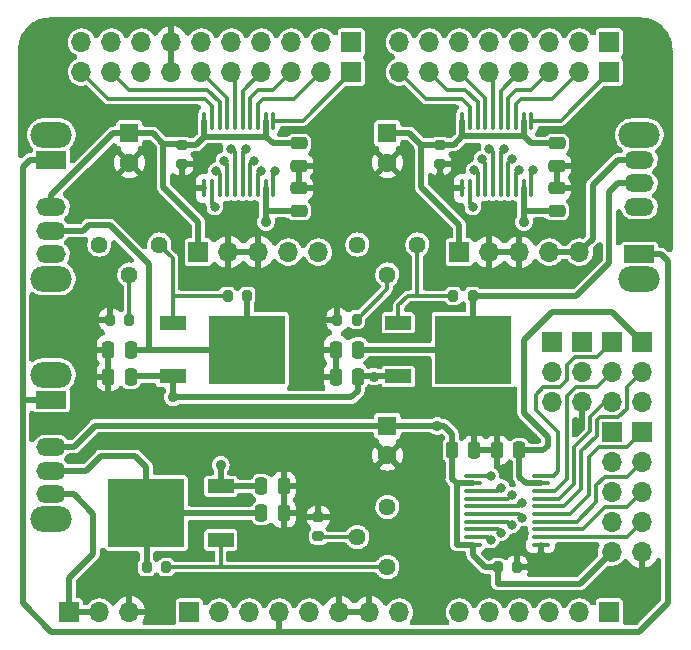
<source format=gbr>
%TF.GenerationSoftware,KiCad,Pcbnew,(6.0.10)*%
%TF.CreationDate,2023-03-19T11:26:14+01:00*%
%TF.ProjectId,arduino-level-shifter-shield,61726475-696e-46f2-9d6c-6576656c2d73,1*%
%TF.SameCoordinates,Original*%
%TF.FileFunction,Copper,L1,Top*%
%TF.FilePolarity,Positive*%
%FSLAX46Y46*%
G04 Gerber Fmt 4.6, Leading zero omitted, Abs format (unit mm)*
G04 Created by KiCad (PCBNEW (6.0.10)) date 2023-03-19 11:26:14*
%MOMM*%
%LPD*%
G01*
G04 APERTURE LIST*
G04 Aperture macros list*
%AMRoundRect*
0 Rectangle with rounded corners*
0 $1 Rounding radius*
0 $2 $3 $4 $5 $6 $7 $8 $9 X,Y pos of 4 corners*
0 Add a 4 corners polygon primitive as box body*
4,1,4,$2,$3,$4,$5,$6,$7,$8,$9,$2,$3,0*
0 Add four circle primitives for the rounded corners*
1,1,$1+$1,$2,$3*
1,1,$1+$1,$4,$5*
1,1,$1+$1,$6,$7*
1,1,$1+$1,$8,$9*
0 Add four rect primitives between the rounded corners*
20,1,$1+$1,$2,$3,$4,$5,0*
20,1,$1+$1,$4,$5,$6,$7,0*
20,1,$1+$1,$6,$7,$8,$9,0*
20,1,$1+$1,$8,$9,$2,$3,0*%
G04 Aperture macros list end*
%TA.AperFunction,ComponentPad*%
%ADD10R,1.700000X1.700000*%
%TD*%
%TA.AperFunction,ComponentPad*%
%ADD11O,1.700000X1.700000*%
%TD*%
%TA.AperFunction,ComponentPad*%
%ADD12O,3.500000X2.200000*%
%TD*%
%TA.AperFunction,ComponentPad*%
%ADD13R,2.500000X1.500000*%
%TD*%
%TA.AperFunction,ComponentPad*%
%ADD14O,2.500000X1.500000*%
%TD*%
%TA.AperFunction,SMDPad,CuDef*%
%ADD15RoundRect,0.250000X-0.250000X-0.475000X0.250000X-0.475000X0.250000X0.475000X-0.250000X0.475000X0*%
%TD*%
%TA.AperFunction,SMDPad,CuDef*%
%ADD16RoundRect,0.250000X0.250000X0.475000X-0.250000X0.475000X-0.250000X-0.475000X0.250000X-0.475000X0*%
%TD*%
%TA.AperFunction,ComponentPad*%
%ADD17R,1.600000X1.600000*%
%TD*%
%TA.AperFunction,ComponentPad*%
%ADD18C,1.600000*%
%TD*%
%TA.AperFunction,SMDPad,CuDef*%
%ADD19R,2.200000X1.200000*%
%TD*%
%TA.AperFunction,SMDPad,CuDef*%
%ADD20R,6.400000X5.800000*%
%TD*%
%TA.AperFunction,SMDPad,CuDef*%
%ADD21RoundRect,0.100000X-0.637500X-0.100000X0.637500X-0.100000X0.637500X0.100000X-0.637500X0.100000X0*%
%TD*%
%TA.AperFunction,ComponentPad*%
%ADD22C,1.440000*%
%TD*%
%TA.AperFunction,SMDPad,CuDef*%
%ADD23RoundRect,0.200000X-0.275000X0.200000X-0.275000X-0.200000X0.275000X-0.200000X0.275000X0.200000X0*%
%TD*%
%TA.AperFunction,SMDPad,CuDef*%
%ADD24RoundRect,0.250000X-0.475000X0.250000X-0.475000X-0.250000X0.475000X-0.250000X0.475000X0.250000X0*%
%TD*%
%TA.AperFunction,SMDPad,CuDef*%
%ADD25RoundRect,0.200000X0.200000X0.275000X-0.200000X0.275000X-0.200000X-0.275000X0.200000X-0.275000X0*%
%TD*%
%TA.AperFunction,SMDPad,CuDef*%
%ADD26RoundRect,0.200000X0.275000X-0.200000X0.275000X0.200000X-0.275000X0.200000X-0.275000X-0.200000X0*%
%TD*%
%TA.AperFunction,SMDPad,CuDef*%
%ADD27RoundRect,0.200000X-0.200000X-0.275000X0.200000X-0.275000X0.200000X0.275000X-0.200000X0.275000X0*%
%TD*%
%TA.AperFunction,SMDPad,CuDef*%
%ADD28RoundRect,0.250000X0.475000X-0.250000X0.475000X0.250000X-0.475000X0.250000X-0.475000X-0.250000X0*%
%TD*%
%TA.AperFunction,SMDPad,CuDef*%
%ADD29RoundRect,0.100000X-0.100000X0.637500X-0.100000X-0.637500X0.100000X-0.637500X0.100000X0.637500X0*%
%TD*%
%TA.AperFunction,ViaPad*%
%ADD30C,0.900000*%
%TD*%
%TA.AperFunction,ViaPad*%
%ADD31C,0.800000*%
%TD*%
%TA.AperFunction,Conductor*%
%ADD32C,0.300000*%
%TD*%
%TA.AperFunction,Conductor*%
%ADD33C,0.500000*%
%TD*%
G04 APERTURE END LIST*
D10*
%TO.P,J53,1,Pin_1*%
%TO.N,/D8_A*%
X28960000Y48260000D03*
D11*
%TO.P,J53,2,Pin_2*%
%TO.N,/D9_A*%
X26420000Y48260000D03*
%TO.P,J53,3,Pin_3*%
%TO.N,/D10_A*%
X23880000Y48260000D03*
%TO.P,J53,4,Pin_4*%
%TO.N,/D11_A*%
X21340000Y48260000D03*
%TO.P,J53,5,Pin_5*%
%TO.N,/D12_A*%
X18800000Y48260000D03*
%TO.P,J53,6,Pin_6*%
%TO.N,/D13_A*%
X16260000Y48260000D03*
%TO.P,J53,7,Pin_7*%
%TO.N,GND*%
X13720000Y48260000D03*
%TO.P,J53,8,Pin_8*%
%TO.N,unconnected-(J53-Pad8)*%
X11180000Y48260000D03*
%TO.P,J53,9,Pin_9*%
%TO.N,/SDA_A*%
X8640000Y48260000D03*
%TO.P,J53,10,Pin_10*%
%TO.N,/SCL_A*%
X6100000Y48260000D03*
%TD*%
D12*
%TO.P,SW2,*%
%TO.N,*%
X3556000Y42943200D03*
X3556000Y30743200D03*
D13*
%TO.P,SW2,1,1*%
%TO.N,+3V3*%
X3556000Y40843200D03*
D14*
%TO.P,SW2,2,2*%
%TO.N,/VCC2*%
X3556000Y36843200D03*
%TO.P,SW2,3,3*%
%TO.N,/VCC2_REG*%
X3556000Y34843200D03*
%TO.P,SW2,4,4*%
%TO.N,/VCC2_EXT*%
X3556000Y32843200D03*
%TD*%
D15*
%TO.P,C34,1*%
%TO.N,/VCC3*%
X37479000Y16256000D03*
%TO.P,C34,2*%
%TO.N,GND*%
X39379000Y16256000D03*
%TD*%
D16*
%TO.P,C35,1*%
%TO.N,+5V*%
X43189000Y16256000D03*
%TO.P,C35,2*%
%TO.N,GND*%
X41289000Y16256000D03*
%TD*%
D10*
%TO.P,J46,1,Pin_1*%
%TO.N,/D0_B*%
X50800000Y50800000D03*
D11*
%TO.P,J46,2,Pin_2*%
%TO.N,/D1_B*%
X48260000Y50800000D03*
%TO.P,J46,3,Pin_3*%
%TO.N,/D2_B*%
X45720000Y50800000D03*
%TO.P,J46,4,Pin_4*%
%TO.N,/D3_B*%
X43180000Y50800000D03*
%TO.P,J46,5,Pin_5*%
%TO.N,/D4_B*%
X40640000Y50800000D03*
%TO.P,J46,6,Pin_6*%
%TO.N,/D5_B*%
X38100000Y50800000D03*
%TO.P,J46,7,Pin_7*%
%TO.N,/D6_B*%
X35560000Y50800000D03*
%TO.P,J46,8,Pin_8*%
%TO.N,/D7_B*%
X33020000Y50800000D03*
%TD*%
D17*
%TO.P,C13,1*%
%TO.N,/VCC1*%
X32004000Y43092379D03*
D18*
%TO.P,C13,2*%
%TO.N,GND*%
X32004000Y40592379D03*
%TD*%
D10*
%TO.P,J41,1,Pin_1*%
%TO.N,unconnected-(J41-Pad1)*%
X15240000Y2540000D03*
D11*
%TO.P,J41,2,Pin_2*%
%TO.N,unconnected-(J41-Pad2)*%
X17780000Y2540000D03*
%TO.P,J41,3,Pin_3*%
%TO.N,unconnected-(J41-Pad3)*%
X20320000Y2540000D03*
%TO.P,J41,4,Pin_4*%
%TO.N,+3V3*%
X22860000Y2540000D03*
%TO.P,J41,5,Pin_5*%
%TO.N,+5V*%
X25400000Y2540000D03*
%TO.P,J41,6,Pin_6*%
%TO.N,GND*%
X27940000Y2540000D03*
%TO.P,J41,7,Pin_7*%
X30480000Y2540000D03*
%TO.P,J41,8,Pin_8*%
%TO.N,unconnected-(J41-Pad8)*%
X33020000Y2540000D03*
%TD*%
D10*
%TO.P,J56,1,Pin_1*%
%TO.N,/D0_A*%
X50800000Y48260000D03*
D11*
%TO.P,J56,2,Pin_2*%
%TO.N,/D1_A*%
X48260000Y48260000D03*
%TO.P,J56,3,Pin_3*%
%TO.N,/D2_A*%
X45720000Y48260000D03*
%TO.P,J56,4,Pin_4*%
%TO.N,/D3_A*%
X43180000Y48260000D03*
%TO.P,J56,5,Pin_5*%
%TO.N,/D4_A*%
X40640000Y48260000D03*
%TO.P,J56,6,Pin_6*%
%TO.N,/D5_A*%
X38100000Y48260000D03*
%TO.P,J56,7,Pin_7*%
%TO.N,/D6_A*%
X35560000Y48260000D03*
%TO.P,J56,8,Pin_8*%
%TO.N,/D7_A*%
X33020000Y48260000D03*
%TD*%
D10*
%TO.P,J55,1,Pin_1*%
%TO.N,/VCC3*%
X48460000Y25400000D03*
D11*
%TO.P,J55,2,Pin_2*%
%TO.N,/MOSI_A*%
X48460000Y22860000D03*
%TO.P,J55,3,Pin_3*%
%TO.N,GND*%
X48460000Y20320000D03*
%TD*%
D19*
%TO.P,U11,1,ADJ*%
%TO.N,/VCC1_ADJ_MAX*%
X32943000Y27045000D03*
D20*
%TO.P,U11,2,VO*%
%TO.N,/VCC1_REG*%
X39243000Y24765000D03*
D19*
%TO.P,U11,3,VI*%
%TO.N,+5V*%
X32943000Y22485000D03*
%TD*%
D21*
%TO.P,U32,1,A1*%
%TO.N,/MISO_A*%
X39254500Y14101000D03*
%TO.P,U32,2,VCCA*%
%TO.N,/VCC3*%
X39254500Y13451000D03*
%TO.P,U32,3,A2*%
%TO.N,/SCK_A*%
X39254500Y12801000D03*
%TO.P,U32,4,A3*%
%TO.N,/RESET_A*%
X39254500Y12151000D03*
%TO.P,U32,5,A4*%
%TO.N,/MOSI_A*%
X39254500Y11501000D03*
%TO.P,U32,6,A5*%
%TO.N,/S0_A*%
X39254500Y10851000D03*
%TO.P,U32,7,A6*%
%TO.N,/S1_A*%
X39254500Y10201000D03*
%TO.P,U32,8,A7*%
%TO.N,/S2_A*%
X39254500Y9551000D03*
%TO.P,U32,9,A8*%
%TO.N,/S3_A*%
X39254500Y8901000D03*
%TO.P,U32,10,OE*%
%TO.N,/VCC3*%
X39254500Y8251000D03*
%TO.P,U32,11,GND*%
%TO.N,GND*%
X44979500Y8251000D03*
%TO.P,U32,12,B8*%
%TO.N,/S3_B*%
X44979500Y8901000D03*
%TO.P,U32,13,B7*%
%TO.N,/S2_B*%
X44979500Y9551000D03*
%TO.P,U32,14,B6*%
%TO.N,/S1_B*%
X44979500Y10201000D03*
%TO.P,U32,15,B5*%
%TO.N,/S0_B*%
X44979500Y10851000D03*
%TO.P,U32,16,B4*%
%TO.N,/MOSI_B*%
X44979500Y11501000D03*
%TO.P,U32,17,B3*%
%TO.N,/RESET_B*%
X44979500Y12151000D03*
%TO.P,U32,18,B2*%
%TO.N,/SCK_B*%
X44979500Y12801000D03*
%TO.P,U32,19,VCCB*%
%TO.N,+5V*%
X44979500Y13451000D03*
%TO.P,U32,20,B1*%
%TO.N,/MISO_B*%
X44979500Y14101000D03*
%TD*%
D22*
%TO.P,R32,1*%
%TO.N,/VCC3_ADJ_MAX*%
X32004000Y6350000D03*
%TO.P,R32,2*%
%TO.N,/VCC3_ADJ_MIN*%
X29464000Y8890000D03*
%TO.P,R32,3*%
%TO.N,N/C*%
X32004000Y11430000D03*
%TD*%
D10*
%TO.P,J51,1,Pin_1*%
%TO.N,/S0_A*%
X51000000Y17780000D03*
D11*
%TO.P,J51,2,Pin_2*%
%TO.N,/S1_A*%
X51000000Y15240000D03*
%TO.P,J51,3,Pin_3*%
%TO.N,/S2_A*%
X51000000Y12700000D03*
%TO.P,J51,4,Pin_4*%
%TO.N,/S3_A*%
X51000000Y10160000D03*
%TO.P,J51,5,Pin_5*%
%TO.N,/VCC3*%
X51000000Y7620000D03*
%TD*%
D23*
%TO.P,R24,1*%
%TO.N,/VCC2*%
X14605000Y42100000D03*
%TO.P,R24,2*%
%TO.N,GND*%
X14605000Y40450000D03*
%TD*%
D16*
%TO.P,C21,1*%
%TO.N,+5V*%
X10285000Y22479000D03*
%TO.P,C21,2*%
%TO.N,GND*%
X8385000Y22479000D03*
%TD*%
D24*
%TO.P,C14,1*%
%TO.N,/VCC1*%
X46355000Y42225000D03*
%TO.P,C14,2*%
%TO.N,GND*%
X46355000Y40325000D03*
%TD*%
D25*
%TO.P,R13,1*%
%TO.N,/VCC1_ADJ_MIN*%
X29400000Y27305000D03*
%TO.P,R13,2*%
%TO.N,GND*%
X27750000Y27305000D03*
%TD*%
%TO.P,R11,1*%
%TO.N,/VCC1_REG*%
X39245000Y29305000D03*
%TO.P,R11,2*%
%TO.N,/VCC1_ADJ_MAX*%
X37595000Y29305000D03*
%TD*%
D15*
%TO.P,C32,1*%
%TO.N,/VCC3_REG*%
X21341000Y10921000D03*
%TO.P,C32,2*%
%TO.N,GND*%
X23241000Y10921000D03*
%TD*%
D12*
%TO.P,SW3,*%
%TO.N,*%
X3556000Y22623200D03*
X3556000Y10423200D03*
D13*
%TO.P,SW3,1,1*%
%TO.N,+3V3*%
X3556000Y20523200D03*
D14*
%TO.P,SW3,2,2*%
%TO.N,/VCC3*%
X3556000Y16523200D03*
%TO.P,SW3,3,3*%
%TO.N,/VCC3_REG*%
X3556000Y14523200D03*
%TO.P,SW3,4,4*%
%TO.N,/VCC3_EXT*%
X3556000Y12523200D03*
%TD*%
D17*
%TO.P,C23,1*%
%TO.N,/VCC2*%
X10160000Y43092379D03*
D18*
%TO.P,C23,2*%
%TO.N,GND*%
X10160000Y40592379D03*
%TD*%
D16*
%TO.P,C11,1*%
%TO.N,+5V*%
X29525000Y22479000D03*
%TO.P,C11,2*%
%TO.N,GND*%
X27625000Y22479000D03*
%TD*%
D10*
%TO.P,J43,1,Pin_1*%
%TO.N,unconnected-(J43-Pad1)*%
X50800000Y2540000D03*
D11*
%TO.P,J43,2,Pin_2*%
%TO.N,unconnected-(J43-Pad2)*%
X48260000Y2540000D03*
%TO.P,J43,3,Pin_3*%
%TO.N,unconnected-(J43-Pad3)*%
X45720000Y2540000D03*
%TO.P,J43,4,Pin_4*%
%TO.N,unconnected-(J43-Pad4)*%
X43180000Y2540000D03*
%TO.P,J43,5,Pin_5*%
%TO.N,unconnected-(J43-Pad5)*%
X40640000Y2540000D03*
%TO.P,J43,6,Pin_6*%
%TO.N,unconnected-(J43-Pad6)*%
X38100000Y2540000D03*
%TD*%
D10*
%TO.P,J52,1,Pin_1*%
%TO.N,/S0_B*%
X53540000Y17780000D03*
D11*
%TO.P,J52,2,Pin_2*%
%TO.N,/S1_B*%
X53540000Y15240000D03*
%TO.P,J52,3,Pin_3*%
%TO.N,/S2_B*%
X53540000Y12700000D03*
%TO.P,J52,4,Pin_4*%
%TO.N,/S3_B*%
X53540000Y10160000D03*
%TO.P,J52,5,Pin_5*%
%TO.N,GND*%
X53540000Y7620000D03*
%TD*%
D10*
%TO.P,J54,1,Pin_1*%
%TO.N,/MISO_A*%
X45920000Y25400000D03*
D11*
%TO.P,J54,2,Pin_2*%
%TO.N,/SCK_A*%
X45920000Y22860000D03*
%TO.P,J54,3,Pin_3*%
%TO.N,/RESET_A*%
X45920000Y20320000D03*
%TD*%
D22*
%TO.P,R22,1*%
%TO.N,/VCC2_ADJ_MAX*%
X12700000Y33655000D03*
%TO.P,R22,2*%
%TO.N,/VCC2_ADJ_MIN*%
X10160000Y31115000D03*
%TO.P,R22,3*%
%TO.N,N/C*%
X7620000Y33655000D03*
%TD*%
%TO.P,R12,1*%
%TO.N,/VCC1_ADJ_MAX*%
X34544000Y33655000D03*
%TO.P,R12,2*%
%TO.N,/VCC1_ADJ_MIN*%
X32004000Y31115000D03*
%TO.P,R12,3*%
%TO.N,N/C*%
X29464000Y33655000D03*
%TD*%
D10*
%TO.P,J1,1,Pin_1*%
%TO.N,/VCC1*%
X38100000Y33020000D03*
D11*
%TO.P,J1,2,Pin_2*%
%TO.N,GND*%
X40640000Y33020000D03*
%TO.P,J1,3,Pin_3*%
X43180000Y33020000D03*
%TO.P,J1,4,Pin_4*%
%TO.N,/VCC1_EXT*%
X45720000Y33020000D03*
%TO.P,J1,5,Pin_5*%
X48260000Y33020000D03*
%TD*%
D15*
%TO.P,C31,1*%
%TO.N,+5V*%
X21341000Y13207000D03*
%TO.P,C31,2*%
%TO.N,GND*%
X23241000Y13207000D03*
%TD*%
D10*
%TO.P,J3,1,Pin_1*%
%TO.N,/VCC3_EXT*%
X5080000Y2540000D03*
D11*
%TO.P,J3,2,Pin_2*%
X7620000Y2540000D03*
%TO.P,J3,3,Pin_3*%
%TO.N,GND*%
X10160000Y2540000D03*
%TD*%
D10*
%TO.P,J42,1,Pin_1*%
%TO.N,/D8_B*%
X28960000Y50800000D03*
D11*
%TO.P,J42,2,Pin_2*%
%TO.N,/D9_B*%
X26420000Y50800000D03*
%TO.P,J42,3,Pin_3*%
%TO.N,/D10_B*%
X23880000Y50800000D03*
%TO.P,J42,4,Pin_4*%
%TO.N,/D11_B*%
X21340000Y50800000D03*
%TO.P,J42,5,Pin_5*%
%TO.N,/D12_B*%
X18800000Y50800000D03*
%TO.P,J42,6,Pin_6*%
%TO.N,/D13_B*%
X16260000Y50800000D03*
%TO.P,J42,7,Pin_7*%
%TO.N,GND*%
X13720000Y50800000D03*
%TO.P,J42,8,Pin_8*%
%TO.N,unconnected-(J42-Pad8)*%
X11180000Y50800000D03*
%TO.P,J42,9,Pin_9*%
%TO.N,/SDA_B*%
X8640000Y50800000D03*
%TO.P,J42,10,Pin_10*%
%TO.N,/SCL_B*%
X6100000Y50800000D03*
%TD*%
D16*
%TO.P,C12,1*%
%TO.N,/VCC1_REG*%
X29525000Y24765000D03*
%TO.P,C12,2*%
%TO.N,GND*%
X27625000Y24765000D03*
%TD*%
D19*
%TO.P,U31,1,ADJ*%
%TO.N,/VCC3_ADJ_MAX*%
X17899000Y8642000D03*
D20*
%TO.P,U31,2,VO*%
%TO.N,/VCC3_REG*%
X11599000Y10922000D03*
D19*
%TO.P,U31,3,VI*%
%TO.N,+5V*%
X17899000Y13202000D03*
%TD*%
D26*
%TO.P,R33,1*%
%TO.N,/VCC3_ADJ_MIN*%
X26162000Y8954000D03*
%TO.P,R33,2*%
%TO.N,GND*%
X26162000Y10604000D03*
%TD*%
D10*
%TO.P,J2,1,Pin_1*%
%TO.N,/VCC2*%
X16002000Y33020000D03*
D11*
%TO.P,J2,2,Pin_2*%
%TO.N,GND*%
X18542000Y33020000D03*
%TO.P,J2,3,Pin_3*%
X21082000Y33020000D03*
%TO.P,J2,4,Pin_4*%
%TO.N,/VCC2_EXT*%
X23622000Y33020000D03*
%TO.P,J2,5,Pin_5*%
X26162000Y33020000D03*
%TD*%
D17*
%TO.P,C33,1*%
%TO.N,/VCC3*%
X32004000Y18327379D03*
D18*
%TO.P,C33,2*%
%TO.N,GND*%
X32004000Y15827379D03*
%TD*%
D19*
%TO.P,U21,1,ADJ*%
%TO.N,/VCC2_ADJ_MAX*%
X13834000Y27045000D03*
D20*
%TO.P,U21,2,VO*%
%TO.N,/VCC2_REG*%
X20134000Y24765000D03*
D19*
%TO.P,U21,3,VI*%
%TO.N,+5V*%
X13834000Y22485000D03*
%TD*%
D23*
%TO.P,R14,1*%
%TO.N,/VCC1*%
X36449000Y42100000D03*
%TO.P,R14,2*%
%TO.N,GND*%
X36449000Y40450000D03*
%TD*%
D12*
%TO.P,SW1,*%
%TO.N,*%
X53340000Y30730000D03*
X53340000Y42930000D03*
D13*
%TO.P,SW1,1,1*%
%TO.N,+3V3*%
X53340000Y32830000D03*
D14*
%TO.P,SW1,2,2*%
%TO.N,/VCC1*%
X53340000Y36830000D03*
%TO.P,SW1,3,3*%
%TO.N,/VCC1_REG*%
X53340000Y38830000D03*
%TO.P,SW1,4,4*%
%TO.N,/VCC1_EXT*%
X53340000Y40830000D03*
%TD*%
D27*
%TO.P,R34,1*%
%TO.N,/VCC3*%
X41339000Y6350000D03*
%TO.P,R34,2*%
%TO.N,GND*%
X42989000Y6350000D03*
%TD*%
D25*
%TO.P,R21,1*%
%TO.N,/VCC2_REG*%
X20130000Y29305000D03*
%TO.P,R21,2*%
%TO.N,/VCC2_ADJ_MAX*%
X18480000Y29305000D03*
%TD*%
D27*
%TO.P,R31,1*%
%TO.N,/VCC3_REG*%
X11621000Y6350000D03*
%TO.P,R31,2*%
%TO.N,/VCC3_ADJ_MAX*%
X13271000Y6350000D03*
%TD*%
D25*
%TO.P,R23,1*%
%TO.N,/VCC2_ADJ_MIN*%
X10160000Y27305000D03*
%TO.P,R23,2*%
%TO.N,GND*%
X8510000Y27305000D03*
%TD*%
D28*
%TO.P,C25,1*%
%TO.N,+5V*%
X24511000Y36515000D03*
%TO.P,C25,2*%
%TO.N,GND*%
X24511000Y38415000D03*
%TD*%
D29*
%TO.P,U22,1,A1*%
%TO.N,/D8_A*%
X22356000Y44137500D03*
%TO.P,U22,2,VCCA*%
%TO.N,/VCC2*%
X21706000Y44137500D03*
%TO.P,U22,3,A2*%
%TO.N,/D9_A*%
X21056000Y44137500D03*
%TO.P,U22,4,A3*%
%TO.N,/D10_A*%
X20406000Y44137500D03*
%TO.P,U22,5,A4*%
%TO.N,/D11_A*%
X19756000Y44137500D03*
%TO.P,U22,6,A5*%
%TO.N,/D12_A*%
X19106000Y44137500D03*
%TO.P,U22,7,A6*%
%TO.N,/D13_A*%
X18456000Y44137500D03*
%TO.P,U22,8,A7*%
%TO.N,/SDA_A*%
X17806000Y44137500D03*
%TO.P,U22,9,A8*%
%TO.N,/SCL_A*%
X17156000Y44137500D03*
%TO.P,U22,10,OE*%
%TO.N,/VCC2*%
X16506000Y44137500D03*
%TO.P,U22,11,GND*%
%TO.N,GND*%
X16506000Y38412500D03*
%TO.P,U22,12,B8*%
%TO.N,/SCL_B*%
X17156000Y38412500D03*
%TO.P,U22,13,B7*%
%TO.N,/SDA_B*%
X17806000Y38412500D03*
%TO.P,U22,14,B6*%
%TO.N,/D13_B*%
X18456000Y38412500D03*
%TO.P,U22,15,B5*%
%TO.N,/D12_B*%
X19106000Y38412500D03*
%TO.P,U22,16,B4*%
%TO.N,/D11_B*%
X19756000Y38412500D03*
%TO.P,U22,17,B3*%
%TO.N,/D10_B*%
X20406000Y38412500D03*
%TO.P,U22,18,B2*%
%TO.N,/D9_B*%
X21056000Y38412500D03*
%TO.P,U22,19,VCCB*%
%TO.N,+5V*%
X21706000Y38412500D03*
%TO.P,U22,20,B1*%
%TO.N,/D8_B*%
X22356000Y38412500D03*
%TD*%
D28*
%TO.P,C15,1*%
%TO.N,+5V*%
X46345000Y36515000D03*
%TO.P,C15,2*%
%TO.N,GND*%
X46345000Y38415000D03*
%TD*%
D16*
%TO.P,C22,1*%
%TO.N,/VCC2_REG*%
X10285000Y24765000D03*
%TO.P,C22,2*%
%TO.N,GND*%
X8385000Y24765000D03*
%TD*%
D29*
%TO.P,U12,1,A1*%
%TO.N,/D0_A*%
X44200000Y44137500D03*
%TO.P,U12,2,VCCA*%
%TO.N,/VCC1*%
X43550000Y44137500D03*
%TO.P,U12,3,A2*%
%TO.N,/D1_A*%
X42900000Y44137500D03*
%TO.P,U12,4,A3*%
%TO.N,/D2_A*%
X42250000Y44137500D03*
%TO.P,U12,5,A4*%
%TO.N,/D3_A*%
X41600000Y44137500D03*
%TO.P,U12,6,A5*%
%TO.N,/D4_A*%
X40950000Y44137500D03*
%TO.P,U12,7,A6*%
%TO.N,/D5_A*%
X40300000Y44137500D03*
%TO.P,U12,8,A7*%
%TO.N,/D6_A*%
X39650000Y44137500D03*
%TO.P,U12,9,A8*%
%TO.N,/D7_A*%
X39000000Y44137500D03*
%TO.P,U12,10,OE*%
%TO.N,/VCC1*%
X38350000Y44137500D03*
%TO.P,U12,11,GND*%
%TO.N,GND*%
X38350000Y38412500D03*
%TO.P,U12,12,B8*%
%TO.N,/D7_B*%
X39000000Y38412500D03*
%TO.P,U12,13,B7*%
%TO.N,/D6_B*%
X39650000Y38412500D03*
%TO.P,U12,14,B6*%
%TO.N,/D5_B*%
X40300000Y38412500D03*
%TO.P,U12,15,B5*%
%TO.N,/D4_B*%
X40950000Y38412500D03*
%TO.P,U12,16,B4*%
%TO.N,/D3_B*%
X41600000Y38412500D03*
%TO.P,U12,17,B3*%
%TO.N,/D2_B*%
X42250000Y38412500D03*
%TO.P,U12,18,B2*%
%TO.N,/D1_B*%
X42900000Y38412500D03*
%TO.P,U12,19,VCCB*%
%TO.N,+5V*%
X43550000Y38412500D03*
%TO.P,U12,20,B1*%
%TO.N,/D0_B*%
X44200000Y38412500D03*
%TD*%
D24*
%TO.P,C24,1*%
%TO.N,/VCC2*%
X24511000Y42225000D03*
%TO.P,C24,2*%
%TO.N,GND*%
X24511000Y40325000D03*
%TD*%
D10*
%TO.P,J45,1,Pin_1*%
%TO.N,+5V*%
X53540000Y25400000D03*
D11*
%TO.P,J45,2,Pin_2*%
%TO.N,/MOSI_B*%
X53540000Y22860000D03*
%TO.P,J45,3,Pin_3*%
%TO.N,GND*%
X53540000Y20320000D03*
%TD*%
D10*
%TO.P,J44,1,Pin_1*%
%TO.N,/MISO_B*%
X51000000Y25400000D03*
D11*
%TO.P,J44,2,Pin_2*%
%TO.N,/SCK_B*%
X51000000Y22860000D03*
%TO.P,J44,3,Pin_3*%
%TO.N,/RESET_B*%
X51000000Y20320000D03*
%TD*%
D30*
%TO.N,+5V*%
X21717000Y35560000D03*
X17899000Y14978000D03*
X13834000Y20710000D03*
X43561000Y35560000D03*
X30861000Y22479000D03*
%TO.N,GND*%
X26162000Y11938000D03*
X47945000Y40325000D03*
X15425500Y38412500D03*
X26096000Y40325000D03*
X44297600Y17272000D03*
X24714200Y13208000D03*
X26289000Y24765000D03*
X24714200Y10922000D03*
X26289000Y27305000D03*
X26289000Y22479000D03*
X39379000Y19304000D03*
X48107600Y18516600D03*
X14605000Y39243000D03*
X36449000Y39370000D03*
X44196000Y6350000D03*
X6985000Y22479000D03*
X6985000Y24765000D03*
X47945000Y38415000D03*
X7239000Y27305000D03*
X26096000Y38415000D03*
X44979500Y7260500D03*
X37279500Y38412500D03*
%TO.N,/VCC3*%
X36195000Y18302000D03*
D31*
%TO.N,/D8_B*%
X22479000Y39878000D03*
%TO.N,/D9_B*%
X21336000Y39878000D03*
%TO.N,/D10_B*%
X20701000Y40767000D03*
%TO.N,/D11_B*%
X20066000Y41783000D03*
%TO.N,/D12_B*%
X18796000Y41783000D03*
%TO.N,/D13_B*%
X18161000Y40767000D03*
%TO.N,/SDA_B*%
X17526000Y39878000D03*
%TO.N,/SCL_B*%
X17399000Y36830000D03*
%TO.N,/D0_B*%
X44323000Y40005000D03*
%TO.N,/D1_B*%
X43180000Y40005000D03*
%TO.N,/D2_B*%
X42545000Y40894000D03*
%TO.N,/D3_B*%
X41910000Y41783000D03*
%TO.N,/D4_B*%
X40640000Y41783000D03*
%TO.N,/D5_B*%
X40005000Y40894000D03*
%TO.N,/D6_B*%
X39370000Y40005000D03*
%TO.N,/D7_B*%
X39243000Y36830000D03*
%TO.N,/S0_A*%
X43434000Y10541000D03*
%TO.N,/S1_A*%
X42545000Y9906000D03*
%TO.N,/S2_A*%
X41656000Y9271000D03*
%TO.N,/S3_A*%
X40767000Y8636000D03*
%TO.N,/MISO_A*%
X40767000Y14097000D03*
%TO.N,/SCK_A*%
X41656000Y13081000D03*
%TO.N,/MOSI_A*%
X43434000Y11811000D03*
%TO.N,/RESET_A*%
X42545000Y12446000D03*
%TD*%
D32*
%TO.N,/SCK_B*%
X49730000Y21590000D02*
X51000000Y22860000D01*
X47193200Y20827228D02*
X47955972Y21590000D01*
X46202000Y12801000D02*
X47193200Y13792200D01*
X44979500Y12801000D02*
X46202000Y12801000D01*
X47193200Y13792200D02*
X47193200Y20827228D01*
X47955972Y21590000D02*
X49730000Y21590000D01*
%TO.N,/RESET_B*%
X50469800Y20320000D02*
X51000000Y20320000D01*
X49174400Y19024600D02*
X50469800Y20320000D01*
X46568000Y12151000D02*
X47802800Y13385800D01*
X47802800Y16497300D02*
X49174400Y17868900D01*
X44979500Y12151000D02*
X46568000Y12151000D01*
X47802800Y13385800D02*
X47802800Y16497300D01*
X49174400Y17868900D02*
X49174400Y19024600D01*
%TO.N,/MOSI_B*%
X52273200Y21593200D02*
X53540000Y22860000D01*
X52273200Y19761200D02*
X52273200Y21593200D01*
X51562000Y19050000D02*
X52273200Y19761200D01*
X49733200Y17475200D02*
X49733200Y18800094D01*
X49983106Y19050000D02*
X51562000Y19050000D01*
X48437800Y16179800D02*
X49733200Y17475200D01*
X46990000Y11501000D02*
X48437800Y12948800D01*
X44979500Y11501000D02*
X46990000Y11501000D01*
X48437800Y12948800D02*
X48437800Y16179800D01*
X49733200Y18800094D02*
X49983106Y19050000D01*
%TO.N,/S0_B*%
X47490500Y10851000D02*
X44979500Y10851000D01*
X49072800Y12433300D02*
X47490500Y10851000D01*
X49072800Y15671800D02*
X49072800Y12433300D01*
X49911000Y16510000D02*
X49072800Y15671800D01*
X52270000Y16510000D02*
X49911000Y16510000D01*
X53540000Y17780000D02*
X52270000Y16510000D01*
%TO.N,/S1_B*%
X52270000Y13970000D02*
X53540000Y15240000D01*
X50419000Y13970000D02*
X52270000Y13970000D01*
X49707800Y11861800D02*
X49707800Y13258800D01*
X44979500Y10201000D02*
X48047000Y10201000D01*
X48047000Y10201000D02*
X49707800Y11861800D01*
X49707800Y13258800D02*
X50419000Y13970000D01*
D33*
%TO.N,+5V*%
X43702000Y13451000D02*
X43189000Y13964000D01*
X43561000Y19422000D02*
X43561000Y25590500D01*
X44979500Y13451000D02*
X43702000Y13451000D01*
X43189000Y13964000D02*
X43189000Y16256000D01*
X10291000Y22485000D02*
X10285000Y22479000D01*
X21706000Y36515000D02*
X24511000Y36515000D01*
X29531000Y22485000D02*
X29525000Y22479000D01*
X43550000Y35571000D02*
X43561000Y35560000D01*
X28965000Y20710000D02*
X29525000Y21270000D01*
X45212000Y16256000D02*
X45593000Y16637000D01*
X13834000Y22485000D02*
X10291000Y22485000D01*
X13834000Y20710000D02*
X28965000Y20710000D01*
X43550000Y36515000D02*
X46345000Y36515000D01*
X21706000Y38412500D02*
X21706000Y36515000D01*
X45593000Y17390000D02*
X43561000Y19422000D01*
X21706000Y35571000D02*
X21706000Y36515000D01*
X43561000Y25590500D02*
X45910500Y27940000D01*
X51000000Y27940000D02*
X53540000Y25400000D01*
X21336000Y13202000D02*
X21341000Y13207000D01*
X45910500Y27940000D02*
X51000000Y27940000D01*
X45593000Y16637000D02*
X45593000Y17390000D01*
X32943000Y22485000D02*
X29531000Y22485000D01*
X17899000Y14978000D02*
X17899000Y13202000D01*
X29525000Y21270000D02*
X29525000Y22479000D01*
X17899000Y13202000D02*
X21336000Y13202000D01*
X13834000Y20710000D02*
X13834000Y22485000D01*
X43550000Y38412500D02*
X43550000Y36515000D01*
X21717000Y35560000D02*
X21706000Y35571000D01*
X43189000Y16256000D02*
X45212000Y16256000D01*
X43550000Y36515000D02*
X43550000Y35571000D01*
%TO.N,GND*%
X39379000Y19304000D02*
X39379000Y16256000D01*
X24764000Y13207000D02*
X24765000Y13208000D01*
X8385000Y22479000D02*
X6985000Y22479000D01*
X23241000Y10921000D02*
X24713200Y10921000D01*
X8385000Y24765000D02*
X6985000Y24765000D01*
X26289000Y27305000D02*
X27750000Y27305000D01*
X26096000Y38415000D02*
X24511000Y38415000D01*
X15425500Y38412500D02*
X16506000Y38412500D01*
X44979500Y7260500D02*
X44979500Y8251000D01*
X47945000Y40325000D02*
X46355000Y40325000D01*
X26096000Y40325000D02*
X24511000Y40325000D01*
X42989000Y6350000D02*
X44196000Y6350000D01*
X23241000Y13207000D02*
X24713200Y13207000D01*
X14605000Y40450000D02*
X14605000Y39243000D01*
X27625000Y22479000D02*
X26289000Y22479000D01*
X39379000Y16256000D02*
X41289000Y16256000D01*
X8510000Y27305000D02*
X7239000Y27305000D01*
X24713200Y13207000D02*
X24714200Y13208000D01*
X26289000Y24765000D02*
X27625000Y24765000D01*
X46345000Y38415000D02*
X47945000Y38415000D01*
X26162000Y10604000D02*
X26162000Y11938000D01*
X37279500Y38412500D02*
X38350000Y38412500D01*
X24764000Y10921000D02*
X24765000Y10922000D01*
X36449000Y39370000D02*
X36449000Y40450000D01*
X24713200Y10921000D02*
X24714200Y10922000D01*
%TO.N,/VCC1_REG*%
X39243000Y24765000D02*
X29525000Y24765000D01*
X39245000Y24767000D02*
X39243000Y24765000D01*
X50800000Y38100000D02*
X51530000Y38830000D01*
X47974000Y29305000D02*
X50800000Y32131000D01*
X50800000Y32131000D02*
X50800000Y38100000D01*
X39245000Y29305000D02*
X47974000Y29305000D01*
X51530000Y38830000D02*
X53340000Y38830000D01*
X39245000Y29305000D02*
X39245000Y24767000D01*
%TO.N,/VCC1*%
X38100000Y35306000D02*
X38100000Y33020000D01*
X36449000Y42100000D02*
X37640000Y42100000D01*
X43550000Y42810000D02*
X44135000Y42225000D01*
X33869621Y43092379D02*
X32004000Y43092379D01*
X38350000Y42810000D02*
X43550000Y42810000D01*
X34862000Y42100000D02*
X33869621Y43092379D01*
X34862000Y38544000D02*
X38100000Y35306000D01*
X43550000Y44137500D02*
X43550000Y42810000D01*
X44135000Y42225000D02*
X46355000Y42225000D01*
X37640000Y42100000D02*
X38350000Y42810000D01*
X36449000Y42100000D02*
X34862000Y42100000D01*
X38350000Y44137500D02*
X38350000Y42810000D01*
X34862000Y42100000D02*
X34862000Y38544000D01*
%TO.N,/VCC2_REG*%
X11811000Y24765000D02*
X11811000Y32004000D01*
X20130000Y29305000D02*
X20130000Y24769000D01*
X8509000Y35306000D02*
X6731000Y35306000D01*
X11811000Y24765000D02*
X10285000Y24765000D01*
X11811000Y32004000D02*
X8509000Y35306000D01*
X6731000Y35306000D02*
X6268200Y34843200D01*
X20134000Y24765000D02*
X11811000Y24765000D01*
X20130000Y24769000D02*
X20134000Y24765000D01*
X6268200Y34843200D02*
X3556000Y34843200D01*
%TO.N,/VCC2*%
X3556000Y36843200D02*
X3556000Y37846000D01*
X13030200Y42200000D02*
X12137821Y43092379D01*
X13030200Y38531800D02*
X13030200Y42200000D01*
X15811000Y42100000D02*
X16510000Y42799000D01*
X16002000Y35560000D02*
X13030200Y38531800D01*
X14505000Y42200000D02*
X14605000Y42100000D01*
X16510000Y42799000D02*
X16506000Y42803000D01*
X14605000Y42100000D02*
X15811000Y42100000D01*
X16506000Y42803000D02*
X16506000Y44137500D01*
X3556000Y37846000D02*
X8802379Y43092379D01*
X21706000Y42799000D02*
X16510000Y42799000D01*
X22280000Y42225000D02*
X21706000Y42799000D01*
X24511000Y42225000D02*
X22280000Y42225000D01*
X12137821Y43092379D02*
X10160000Y43092379D01*
X21706000Y44137500D02*
X21706000Y42799000D01*
X16002000Y33020000D02*
X16002000Y35560000D01*
X13030200Y42200000D02*
X14505000Y42200000D01*
X8802379Y43092379D02*
X10160000Y43092379D01*
%TO.N,/VCC3_REG*%
X11599000Y10922000D02*
X21340000Y10922000D01*
X11621000Y6350000D02*
X11621000Y10900000D01*
X11599000Y14817000D02*
X11599000Y10922000D01*
X7747000Y15748000D02*
X10668000Y15748000D01*
X3556000Y14523200D02*
X6522200Y14523200D01*
X11621000Y10900000D02*
X11599000Y10922000D01*
X10668000Y15748000D02*
X11599000Y14817000D01*
X21340000Y10922000D02*
X21341000Y10921000D01*
X6522200Y14523200D02*
X7747000Y15748000D01*
%TO.N,/VCC3*%
X5474200Y16523200D02*
X3556000Y16523200D01*
X40259000Y6350000D02*
X41339000Y6350000D01*
X32004000Y18327379D02*
X36790621Y18327379D01*
X37860000Y13451000D02*
X37860000Y8251000D01*
X39254500Y8251000D02*
X39254500Y7354500D01*
X37479000Y13832000D02*
X37860000Y13451000D01*
X36790621Y18327379D02*
X37479000Y17639000D01*
X7278379Y18327379D02*
X5474200Y16523200D01*
X37860000Y8251000D02*
X39254500Y8251000D01*
X41339000Y4953000D02*
X41339000Y6350000D01*
X39254500Y7354500D02*
X40259000Y6350000D01*
X39254500Y13451000D02*
X37860000Y13451000D01*
X48333000Y4953000D02*
X41339000Y4953000D01*
X51000000Y7620000D02*
X48333000Y4953000D01*
X37479000Y16256000D02*
X37479000Y13832000D01*
X32004000Y18327379D02*
X7278379Y18327379D01*
X37479000Y17639000D02*
X37479000Y16256000D01*
%TO.N,/VCC1_EXT*%
X45720000Y33020000D02*
X48260000Y33020000D01*
X53340000Y40830000D02*
X51498000Y40830000D01*
X51498000Y40830000D02*
X49403000Y38735000D01*
X49403000Y34163000D02*
X48260000Y33020000D01*
X49403000Y38735000D02*
X49403000Y34163000D01*
%TO.N,/VCC3_EXT*%
X3556000Y12523200D02*
X5461000Y12523200D01*
X5080000Y5461000D02*
X5080000Y2540000D01*
X7112000Y10872200D02*
X7112000Y7493000D01*
X7112000Y7493000D02*
X5080000Y5461000D01*
X5461000Y12523200D02*
X7112000Y10872200D01*
X5080000Y2540000D02*
X7620000Y2540000D01*
%TO.N,+3V3*%
X3556000Y889000D02*
X1143000Y3302000D01*
X55753000Y3302000D02*
X55753000Y32258000D01*
X22860000Y2540000D02*
X22860000Y889000D01*
X22860000Y889000D02*
X53340000Y889000D01*
X53340000Y889000D02*
X55753000Y3302000D01*
X1143000Y20523200D02*
X1143000Y40259000D01*
X1727200Y40843200D02*
X3556000Y40843200D01*
X55753000Y32258000D02*
X55181000Y32830000D01*
X55181000Y32830000D02*
X53340000Y32830000D01*
X1143000Y3302000D02*
X1143000Y20523200D01*
X1143000Y40259000D02*
X1727200Y40843200D01*
X22860000Y889000D02*
X3556000Y889000D01*
X3556000Y20523200D02*
X1143000Y20523200D01*
D32*
%TO.N,/D8_B*%
X22356000Y39755000D02*
X22356000Y38412500D01*
X22479000Y39878000D02*
X22356000Y39755000D01*
%TO.N,/D9_B*%
X21336000Y39878000D02*
X21056000Y39598000D01*
X21056000Y39598000D02*
X21056000Y38412500D01*
%TO.N,/D10_B*%
X20701000Y40767000D02*
X20406000Y40472000D01*
X20406000Y40472000D02*
X20406000Y38412500D01*
%TO.N,/D11_B*%
X19756000Y41473000D02*
X19756000Y38412500D01*
X20066000Y41783000D02*
X19756000Y41473000D01*
%TO.N,/D12_B*%
X19106000Y41473000D02*
X19106000Y38412500D01*
X18796000Y41783000D02*
X19106000Y41473000D01*
%TO.N,/D13_B*%
X18161000Y40767000D02*
X18456000Y40472000D01*
X18456000Y40472000D02*
X18456000Y38412500D01*
%TO.N,/SDA_B*%
X17526000Y39878000D02*
X17806000Y39598000D01*
X17806000Y39598000D02*
X17806000Y38412500D01*
%TO.N,/SCL_B*%
X17399000Y36830000D02*
X17156000Y37073000D01*
X17156000Y37073000D02*
X17156000Y38412500D01*
%TO.N,/MISO_B*%
X46609000Y21590000D02*
X47244000Y22225000D01*
X47244000Y23495000D02*
X47879000Y24130000D01*
X45212000Y21590000D02*
X46609000Y21590000D01*
X44577000Y20955000D02*
X45212000Y21590000D01*
X46482000Y17780000D02*
X44577000Y19685000D01*
X49730000Y24130000D02*
X51000000Y25400000D01*
X46482000Y14478000D02*
X46482000Y17780000D01*
X44979500Y14101000D02*
X46105000Y14101000D01*
X44577000Y19685000D02*
X44577000Y20955000D01*
X47244000Y22225000D02*
X47244000Y23495000D01*
X46105000Y14101000D02*
X46482000Y14478000D01*
X47879000Y24130000D02*
X49730000Y24130000D01*
%TO.N,/D0_B*%
X44200000Y38412500D02*
X44200000Y39882000D01*
X44200000Y39882000D02*
X44323000Y40005000D01*
%TO.N,/D1_B*%
X42900000Y39725000D02*
X42900000Y38412500D01*
X43180000Y40005000D02*
X42900000Y39725000D01*
%TO.N,/D2_B*%
X42250000Y40599000D02*
X42250000Y38412500D01*
X42545000Y40894000D02*
X42250000Y40599000D01*
%TO.N,/D3_B*%
X41600000Y41473000D02*
X41600000Y38412500D01*
X41910000Y41783000D02*
X41600000Y41473000D01*
%TO.N,/D4_B*%
X40950000Y41473000D02*
X40950000Y38412500D01*
X40640000Y41783000D02*
X40950000Y41473000D01*
%TO.N,/D5_B*%
X40300000Y40599000D02*
X40300000Y38412500D01*
X40005000Y40894000D02*
X40300000Y40599000D01*
%TO.N,/D6_B*%
X39370000Y40005000D02*
X39650000Y39725000D01*
X39650000Y39725000D02*
X39650000Y38412500D01*
%TO.N,/D7_B*%
X39000000Y37073000D02*
X39000000Y38412500D01*
X39243000Y36830000D02*
X39000000Y37073000D01*
%TO.N,/S0_A*%
X43124000Y10851000D02*
X39254500Y10851000D01*
X43434000Y10541000D02*
X43124000Y10851000D01*
%TO.N,/S1_A*%
X42250000Y10201000D02*
X39254500Y10201000D01*
X42545000Y9906000D02*
X42250000Y10201000D01*
%TO.N,/S2_A*%
X41656000Y9271000D02*
X41376000Y9551000D01*
X41376000Y9551000D02*
X39254500Y9551000D01*
%TO.N,/S2_B*%
X50419000Y11430000D02*
X48540000Y9551000D01*
X52270000Y11430000D02*
X50419000Y11430000D01*
X48540000Y9551000D02*
X44979500Y9551000D01*
X53540000Y12700000D02*
X52270000Y11430000D01*
%TO.N,/S3_A*%
X40502000Y8901000D02*
X39254500Y8901000D01*
X40767000Y8636000D02*
X40502000Y8901000D01*
%TO.N,/S3_B*%
X53540000Y10160000D02*
X52281000Y8901000D01*
X52281000Y8901000D02*
X44979500Y8901000D01*
%TO.N,/D8_A*%
X24837500Y44137500D02*
X28960000Y48260000D01*
X22356000Y44137500D02*
X24837500Y44137500D01*
%TO.N,/D9_A*%
X21056000Y45567000D02*
X21463000Y45974000D01*
X21056000Y44137500D02*
X21056000Y45567000D01*
X24134000Y45974000D02*
X26420000Y48260000D01*
X21463000Y45974000D02*
X24134000Y45974000D01*
%TO.N,/D10_A*%
X22356000Y46736000D02*
X23880000Y48260000D01*
X20406000Y46060000D02*
X21082000Y46736000D01*
X20406000Y44137500D02*
X20406000Y46060000D01*
X21082000Y46736000D02*
X22356000Y46736000D01*
%TO.N,/D11_A*%
X19756000Y46676000D02*
X21340000Y48260000D01*
X19756000Y44137500D02*
X19756000Y46676000D01*
%TO.N,/D12_A*%
X19106000Y44137500D02*
X19106000Y47954000D01*
X19106000Y47954000D02*
X18800000Y48260000D01*
%TO.N,/D13_A*%
X18456000Y46064000D02*
X16260000Y48260000D01*
X18456000Y44137500D02*
X18456000Y46064000D01*
%TO.N,/SDA_A*%
X16764000Y46736000D02*
X10164000Y46736000D01*
X10164000Y46736000D02*
X8640000Y48260000D01*
X17806000Y45694000D02*
X16764000Y46736000D01*
X17806000Y44137500D02*
X17806000Y45694000D01*
%TO.N,/SCL_A*%
X17156000Y44137500D02*
X17156000Y45348698D01*
X8386000Y45974000D02*
X6100000Y48260000D01*
X17156000Y45348698D02*
X16530698Y45974000D01*
X16530698Y45974000D02*
X8386000Y45974000D01*
%TO.N,/MISO_A*%
X39254500Y14101000D02*
X40763000Y14101000D01*
X40763000Y14101000D02*
X40767000Y14097000D01*
%TO.N,/SCK_A*%
X41376000Y12801000D02*
X41656000Y13081000D01*
X39254500Y12801000D02*
X41376000Y12801000D01*
%TO.N,/MOSI_A*%
X43124000Y11501000D02*
X39254500Y11501000D01*
X43434000Y11811000D02*
X43124000Y11501000D01*
%TO.N,/RESET_A*%
X42545000Y12446000D02*
X42250000Y12151000D01*
X42250000Y12151000D02*
X39254500Y12151000D01*
%TO.N,/D0_A*%
X44200000Y44137500D02*
X46677500Y44137500D01*
X46677500Y44137500D02*
X50800000Y48260000D01*
%TO.N,/D1_A*%
X43307000Y45974000D02*
X45974000Y45974000D01*
X42900000Y45567000D02*
X43307000Y45974000D01*
X45974000Y45974000D02*
X48260000Y48260000D01*
X42900000Y44137500D02*
X42900000Y45567000D01*
%TO.N,/D2_A*%
X42250000Y44137500D02*
X42250000Y46060000D01*
X42926000Y46736000D02*
X44196000Y46736000D01*
X42250000Y46060000D02*
X42926000Y46736000D01*
X44196000Y46736000D02*
X45720000Y48260000D01*
%TO.N,/D3_A*%
X41600000Y46680000D02*
X43180000Y48260000D01*
X41600000Y44137500D02*
X41600000Y46680000D01*
%TO.N,/D4_A*%
X40950000Y47950000D02*
X40640000Y48260000D01*
X40950000Y44137500D02*
X40950000Y47950000D01*
%TO.N,/D5_A*%
X40300000Y46060000D02*
X38100000Y48260000D01*
X40300000Y44137500D02*
X40300000Y46060000D01*
%TO.N,/D6_A*%
X37084000Y46736000D02*
X35560000Y48260000D01*
X39650000Y44137500D02*
X39650000Y45694000D01*
X38608000Y46736000D02*
X37084000Y46736000D01*
X39650000Y45694000D02*
X38608000Y46736000D01*
%TO.N,/D7_A*%
X39000000Y44137500D02*
X39000000Y45328000D01*
X38354000Y45974000D02*
X35306000Y45974000D01*
X35306000Y45974000D02*
X33020000Y48260000D01*
X39000000Y45328000D02*
X38354000Y45974000D01*
%TO.N,/VCC1_ADJ_MAX*%
X32943000Y28498000D02*
X33750000Y29305000D01*
X34544000Y33655000D02*
X34544000Y29337000D01*
X34544000Y29337000D02*
X34576000Y29305000D01*
X33750000Y29305000D02*
X34576000Y29305000D01*
X32943000Y27045000D02*
X32943000Y28498000D01*
X34576000Y29305000D02*
X37595000Y29305000D01*
%TO.N,/VCC1_ADJ_MIN*%
X32004000Y31115000D02*
X32004000Y29909000D01*
X32004000Y29909000D02*
X29400000Y27305000D01*
%TO.N,/VCC2_ADJ_MAX*%
X13834000Y29296000D02*
X13834000Y27045000D01*
X12700000Y33655000D02*
X13834000Y32521000D01*
X13843000Y29305000D02*
X13834000Y29296000D01*
X13834000Y32521000D02*
X13834000Y29314000D01*
X18480000Y29305000D02*
X13843000Y29305000D01*
X13834000Y29314000D02*
X13843000Y29305000D01*
%TO.N,/VCC2_ADJ_MIN*%
X10160000Y31115000D02*
X10160000Y27305000D01*
%TO.N,/VCC3_ADJ_MAX*%
X13271000Y6350000D02*
X17907000Y6350000D01*
X17899000Y6358000D02*
X17907000Y6350000D01*
X17907000Y6350000D02*
X32004000Y6350000D01*
X17899000Y8642000D02*
X17899000Y6358000D01*
%TO.N,/VCC3_ADJ_MIN*%
X26226000Y8890000D02*
X26162000Y8954000D01*
X29464000Y8890000D02*
X26226000Y8890000D01*
%TD*%
%TA.AperFunction,Conductor*%
%TO.N,GND*%
G36*
X30749788Y17757925D02*
G01*
X30830570Y17703949D01*
X30884546Y17623167D01*
X30903500Y17527879D01*
X30903500Y17482733D01*
X30906618Y17456533D01*
X30952061Y17354226D01*
X31031287Y17275138D01*
X31119268Y17236241D01*
X31119275Y17236238D01*
X31133673Y17229873D01*
X31133378Y17229207D01*
X31204179Y17193907D01*
X31267918Y17120583D01*
X31298746Y17028449D01*
X31291969Y16931530D01*
X31283807Y16906779D01*
X31283705Y16906517D01*
X31287862Y16897071D01*
X31986658Y16198274D01*
X32004000Y16186687D01*
X32021342Y16198274D01*
X32712130Y16889063D01*
X32724393Y16907416D01*
X32716013Y16949544D01*
X32716012Y17046699D01*
X32753192Y17136458D01*
X32821890Y17205157D01*
X32875082Y17229465D01*
X32874846Y17229997D01*
X32885898Y17234906D01*
X32977153Y17275440D01*
X33056241Y17354666D01*
X33101506Y17457052D01*
X33104500Y17482733D01*
X33104500Y17527879D01*
X33123454Y17623167D01*
X33177430Y17703949D01*
X33258212Y17757925D01*
X33353500Y17776879D01*
X35557706Y17776879D01*
X35652994Y17757925D01*
X35710415Y17723354D01*
X35713586Y17720071D01*
X35725234Y17712449D01*
X35725236Y17712447D01*
X35842824Y17635499D01*
X35854475Y17627875D01*
X35902798Y17609904D01*
X35999241Y17574037D01*
X35999245Y17574036D01*
X36012289Y17569185D01*
X36026083Y17567345D01*
X36026085Y17567344D01*
X36165389Y17548757D01*
X36165393Y17548757D01*
X36179183Y17546917D01*
X36193040Y17548178D01*
X36193044Y17548178D01*
X36333001Y17560915D01*
X36333004Y17560916D01*
X36346864Y17562177D01*
X36506997Y17614207D01*
X36507016Y17614149D01*
X36593572Y17634371D01*
X36689437Y17618587D01*
X36777895Y17561581D01*
X36851379Y17488097D01*
X36905352Y17407319D01*
X36924306Y17312031D01*
X36905352Y17216743D01*
X36851373Y17135959D01*
X36849599Y17134185D01*
X36836078Y17123922D01*
X36825818Y17110405D01*
X36825817Y17110404D01*
X36763610Y17028449D01*
X36744887Y17003783D01*
X36689364Y16863547D01*
X36687444Y16847681D01*
X36687443Y16847677D01*
X36679400Y16781213D01*
X36678500Y16773772D01*
X36678500Y15738228D01*
X36679400Y15730795D01*
X36679400Y15730787D01*
X36687443Y15664323D01*
X36687444Y15664319D01*
X36689364Y15648453D01*
X36744887Y15508217D01*
X36755148Y15494699D01*
X36755149Y15494697D01*
X36820799Y15408207D01*
X36836078Y15388078D01*
X36849599Y15377815D01*
X36855567Y15371847D01*
X36909545Y15291066D01*
X36928500Y15195775D01*
X36928500Y13849591D01*
X36928282Y13839164D01*
X36925790Y13779706D01*
X36934299Y13743432D01*
X36934402Y13742991D01*
X36938677Y13719922D01*
X36943794Y13682568D01*
X36950537Y13666987D01*
X36953031Y13658053D01*
X36956356Y13649392D01*
X36960232Y13632864D01*
X36968409Y13617991D01*
X36968410Y13617987D01*
X36978403Y13599810D01*
X36988721Y13578747D01*
X37003695Y13544145D01*
X37014380Y13530950D01*
X37020172Y13521385D01*
X37026605Y13512129D01*
X37032893Y13500692D01*
X37039897Y13492578D01*
X37059884Y13472591D01*
X37077323Y13453222D01*
X37098614Y13426930D01*
X37112454Y13417094D01*
X37122359Y13407793D01*
X37137352Y13395123D01*
X37236570Y13295905D01*
X37290546Y13215123D01*
X37309500Y13119835D01*
X37309500Y8280792D01*
X37308831Y8262556D01*
X37305420Y8216109D01*
X37308776Y8199466D01*
X37308776Y8199464D01*
X37315361Y8166808D01*
X37317970Y8151384D01*
X37319222Y8142248D01*
X37324794Y8101568D01*
X37330901Y8087457D01*
X37331233Y8086073D01*
X37331677Y8084656D01*
X37332194Y8083331D01*
X37335233Y8068257D01*
X37342942Y8053127D01*
X37358063Y8023450D01*
X37364724Y8009294D01*
X37377950Y7978730D01*
X37377953Y7978726D01*
X37384695Y7963145D01*
X37394372Y7951195D01*
X37395068Y7949944D01*
X37395871Y7948708D01*
X37396726Y7947570D01*
X37403707Y7933868D01*
X37437772Y7896823D01*
X37447961Y7885019D01*
X37479614Y7845930D01*
X37492147Y7837024D01*
X37493143Y7836017D01*
X37494264Y7835028D01*
X37495390Y7834164D01*
X37505799Y7822844D01*
X37548548Y7796338D01*
X37561559Y7787695D01*
X37602558Y7758558D01*
X37617025Y7753349D01*
X37618265Y7752642D01*
X37619592Y7752001D01*
X37620915Y7751469D01*
X37633986Y7743365D01*
X37682305Y7729327D01*
X37697140Y7724506D01*
X37744468Y7707467D01*
X37759803Y7706341D01*
X37763270Y7705470D01*
X37766294Y7704926D01*
X37778825Y7701285D01*
X37789515Y7700500D01*
X37830208Y7700500D01*
X37848444Y7699831D01*
X37894891Y7696420D01*
X37911536Y7699776D01*
X37915234Y7700009D01*
X37930869Y7700500D01*
X38455000Y7700500D01*
X38550288Y7681546D01*
X38631070Y7627570D01*
X38685046Y7546788D01*
X38704000Y7451500D01*
X38704000Y7372091D01*
X38703782Y7361664D01*
X38701290Y7302206D01*
X38705166Y7285681D01*
X38709902Y7265491D01*
X38714177Y7242422D01*
X38719294Y7205068D01*
X38726037Y7189487D01*
X38728531Y7180553D01*
X38731856Y7171892D01*
X38735732Y7155364D01*
X38743909Y7140491D01*
X38743910Y7140487D01*
X38753903Y7122310D01*
X38764221Y7101247D01*
X38770029Y7087827D01*
X38779195Y7066645D01*
X38789880Y7053450D01*
X38795672Y7043885D01*
X38802105Y7034629D01*
X38808393Y7023192D01*
X38815397Y7015078D01*
X38835384Y6995091D01*
X38852823Y6975722D01*
X38874114Y6949430D01*
X38887954Y6939594D01*
X38897859Y6930293D01*
X38912852Y6917623D01*
X39857325Y5973150D01*
X39864543Y5965622D01*
X39904799Y5921844D01*
X39919221Y5912902D01*
X39919222Y5912901D01*
X39936849Y5901972D01*
X39956180Y5888686D01*
X39986217Y5865887D01*
X40001990Y5859642D01*
X40010073Y5855087D01*
X40018562Y5851308D01*
X40032986Y5842365D01*
X40069198Y5831845D01*
X40091386Y5824248D01*
X40126453Y5810364D01*
X40143332Y5808590D01*
X40154181Y5805925D01*
X40165295Y5803925D01*
X40177825Y5800285D01*
X40188515Y5799500D01*
X40216765Y5799500D01*
X40242792Y5798136D01*
X40259573Y5796372D01*
X40259576Y5796372D01*
X40276455Y5794598D01*
X40293190Y5797429D01*
X40306759Y5797855D01*
X40326347Y5799500D01*
X40539500Y5799500D01*
X40634788Y5780546D01*
X40715570Y5726570D01*
X40769546Y5645788D01*
X40788500Y5550500D01*
X40788500Y4982792D01*
X40787831Y4964556D01*
X40784420Y4918109D01*
X40787776Y4901466D01*
X40787776Y4901464D01*
X40794361Y4868808D01*
X40796970Y4853384D01*
X40803794Y4803568D01*
X40809901Y4789457D01*
X40810233Y4788073D01*
X40810677Y4786656D01*
X40811194Y4785331D01*
X40814233Y4770257D01*
X40821942Y4755127D01*
X40837063Y4725450D01*
X40843724Y4711294D01*
X40856950Y4680730D01*
X40856953Y4680726D01*
X40863695Y4665145D01*
X40873372Y4653195D01*
X40874068Y4651944D01*
X40874871Y4650708D01*
X40875726Y4649570D01*
X40882707Y4635868D01*
X40916772Y4598823D01*
X40926961Y4587019D01*
X40958614Y4547930D01*
X40971147Y4539024D01*
X40972143Y4538017D01*
X40973264Y4537028D01*
X40974390Y4536164D01*
X40984799Y4524844D01*
X40999229Y4515897D01*
X41002455Y4513897D01*
X41027548Y4498338D01*
X41040559Y4489695D01*
X41081558Y4460558D01*
X41096025Y4455349D01*
X41097265Y4454642D01*
X41098592Y4454001D01*
X41099915Y4453469D01*
X41112986Y4445365D01*
X41161305Y4431327D01*
X41176140Y4426506D01*
X41223468Y4409467D01*
X41238803Y4408341D01*
X41242270Y4407470D01*
X41245294Y4406926D01*
X41257825Y4403285D01*
X41268515Y4402500D01*
X41309208Y4402500D01*
X41327444Y4401831D01*
X41373891Y4398420D01*
X41390536Y4401776D01*
X41394234Y4402009D01*
X41409869Y4402500D01*
X48315409Y4402500D01*
X48325837Y4402282D01*
X48385294Y4399790D01*
X48422017Y4408404D01*
X48445078Y4412677D01*
X48451011Y4413490D01*
X48482432Y4417794D01*
X48498013Y4424537D01*
X48506947Y4427031D01*
X48515608Y4430356D01*
X48532136Y4434232D01*
X48547009Y4442409D01*
X48547013Y4442410D01*
X48565190Y4452403D01*
X48586253Y4462721D01*
X48599673Y4468529D01*
X48620855Y4477695D01*
X48634050Y4488380D01*
X48643615Y4494172D01*
X48652871Y4500605D01*
X48664308Y4506893D01*
X48672422Y4513897D01*
X48692409Y4533884D01*
X48711778Y4551323D01*
X48724875Y4561929D01*
X48738070Y4572614D01*
X48747906Y4586454D01*
X48757207Y4596359D01*
X48769877Y4611352D01*
X50575781Y6417256D01*
X50656563Y6471232D01*
X50751851Y6490186D01*
X50806803Y6484046D01*
X50849186Y6474456D01*
X50964745Y6469915D01*
X51049060Y6466602D01*
X51049064Y6466602D01*
X51060470Y6466154D01*
X51269730Y6496496D01*
X51469955Y6564463D01*
X51654442Y6667781D01*
X51663216Y6675078D01*
X51663220Y6675081D01*
X51808231Y6795685D01*
X51817012Y6802988D01*
X51952219Y6965558D01*
X51952710Y6965149D01*
X52016130Y7026932D01*
X52106368Y7062935D01*
X52203515Y7061664D01*
X52292780Y7023314D01*
X52360575Y6953723D01*
X52367387Y6942608D01*
X52372638Y6933513D01*
X52495653Y6757830D01*
X52509576Y6741236D01*
X52661239Y6589573D01*
X52677823Y6575657D01*
X52853522Y6452631D01*
X52872268Y6441808D01*
X53066657Y6351163D01*
X53087014Y6343754D01*
X53266309Y6295712D01*
X53287123Y6294348D01*
X53289011Y6298175D01*
X53290000Y6305689D01*
X53290000Y7621000D01*
X53308954Y7716288D01*
X53362930Y7797070D01*
X53443712Y7851046D01*
X53539000Y7870000D01*
X53541000Y7870000D01*
X53636288Y7851046D01*
X53717070Y7797070D01*
X53771046Y7716288D01*
X53790000Y7621000D01*
X53790000Y6313891D01*
X53794069Y6293433D01*
X53798257Y6292600D01*
X53805771Y6293590D01*
X53992986Y6343754D01*
X54013343Y6351163D01*
X54207732Y6441808D01*
X54226478Y6452631D01*
X54402177Y6575657D01*
X54418761Y6589573D01*
X54570424Y6741236D01*
X54584347Y6757830D01*
X54707365Y6933518D01*
X54718192Y6952271D01*
X54727830Y6972939D01*
X54785279Y7051289D01*
X54868338Y7101690D01*
X54964362Y7116469D01*
X55058733Y7093376D01*
X55137083Y7035927D01*
X55187484Y6952868D01*
X55202500Y6867706D01*
X55202500Y3633164D01*
X55183546Y3537876D01*
X55129570Y3457094D01*
X53184906Y1512430D01*
X53104124Y1458454D01*
X53008836Y1439500D01*
X52199500Y1439500D01*
X52104212Y1458454D01*
X52023430Y1512430D01*
X51969454Y1593212D01*
X51950500Y1688500D01*
X51950500Y3434646D01*
X51947382Y3460846D01*
X51901939Y3563153D01*
X51822713Y3642241D01*
X51720327Y3687506D01*
X51694646Y3690500D01*
X49905354Y3690500D01*
X49898039Y3689629D01*
X49898031Y3689629D01*
X49897704Y3689590D01*
X49897701Y3689589D01*
X49879154Y3687382D01*
X49776847Y3641939D01*
X49697759Y3562713D01*
X49652494Y3460327D01*
X49649500Y3434646D01*
X49649500Y3351853D01*
X49630546Y3256565D01*
X49576570Y3175783D01*
X49495788Y3121807D01*
X49400500Y3102853D01*
X49305212Y3121807D01*
X49224430Y3175783D01*
X49200988Y3202871D01*
X49125483Y3303985D01*
X49125478Y3303991D01*
X49118651Y3313133D01*
X48963381Y3456663D01*
X48929694Y3477918D01*
X48794210Y3563403D01*
X48794206Y3563405D01*
X48784554Y3569495D01*
X48643750Y3625670D01*
X48598756Y3643621D01*
X48598752Y3643622D01*
X48588160Y3647848D01*
X48576975Y3650073D01*
X48576971Y3650074D01*
X48391968Y3686873D01*
X48391964Y3686873D01*
X48380775Y3689099D01*
X48264912Y3690616D01*
X48180752Y3691718D01*
X48180748Y3691718D01*
X48169346Y3691867D01*
X48058569Y3672832D01*
X47972206Y3657993D01*
X47972202Y3657992D01*
X47960953Y3656059D01*
X47950238Y3652106D01*
X47773289Y3586826D01*
X47773286Y3586824D01*
X47762575Y3582873D01*
X47580856Y3474762D01*
X47560218Y3456663D01*
X47430462Y3342871D01*
X47430458Y3342867D01*
X47421881Y3335345D01*
X47414816Y3326383D01*
X47414815Y3326382D01*
X47401944Y3310055D01*
X47290976Y3169292D01*
X47285663Y3159193D01*
X47285662Y3159192D01*
X47209622Y3014664D01*
X47148480Y2939160D01*
X47063099Y2892802D01*
X46966476Y2882647D01*
X46873322Y2910240D01*
X46797818Y2971382D01*
X46765941Y3020469D01*
X46719657Y3114324D01*
X46710217Y3133466D01*
X46710216Y3133468D01*
X46705165Y3143710D01*
X46578651Y3313133D01*
X46423381Y3456663D01*
X46389694Y3477918D01*
X46254210Y3563403D01*
X46254206Y3563405D01*
X46244554Y3569495D01*
X46103750Y3625670D01*
X46058756Y3643621D01*
X46058752Y3643622D01*
X46048160Y3647848D01*
X46036975Y3650073D01*
X46036971Y3650074D01*
X45851968Y3686873D01*
X45851964Y3686873D01*
X45840775Y3689099D01*
X45724912Y3690616D01*
X45640752Y3691718D01*
X45640748Y3691718D01*
X45629346Y3691867D01*
X45518569Y3672832D01*
X45432206Y3657993D01*
X45432202Y3657992D01*
X45420953Y3656059D01*
X45410238Y3652106D01*
X45233289Y3586826D01*
X45233286Y3586824D01*
X45222575Y3582873D01*
X45040856Y3474762D01*
X45020218Y3456663D01*
X44890462Y3342871D01*
X44890458Y3342867D01*
X44881881Y3335345D01*
X44874816Y3326383D01*
X44874815Y3326382D01*
X44861944Y3310055D01*
X44750976Y3169292D01*
X44745663Y3159193D01*
X44745662Y3159192D01*
X44669622Y3014664D01*
X44608480Y2939160D01*
X44523099Y2892802D01*
X44426476Y2882647D01*
X44333322Y2910240D01*
X44257818Y2971382D01*
X44225941Y3020469D01*
X44179657Y3114324D01*
X44170217Y3133466D01*
X44170216Y3133468D01*
X44165165Y3143710D01*
X44038651Y3313133D01*
X43883381Y3456663D01*
X43849694Y3477918D01*
X43714210Y3563403D01*
X43714206Y3563405D01*
X43704554Y3569495D01*
X43563750Y3625670D01*
X43518756Y3643621D01*
X43518752Y3643622D01*
X43508160Y3647848D01*
X43496975Y3650073D01*
X43496971Y3650074D01*
X43311968Y3686873D01*
X43311964Y3686873D01*
X43300775Y3689099D01*
X43184912Y3690616D01*
X43100752Y3691718D01*
X43100748Y3691718D01*
X43089346Y3691867D01*
X42978569Y3672832D01*
X42892206Y3657993D01*
X42892202Y3657992D01*
X42880953Y3656059D01*
X42870238Y3652106D01*
X42693289Y3586826D01*
X42693286Y3586824D01*
X42682575Y3582873D01*
X42500856Y3474762D01*
X42480218Y3456663D01*
X42350462Y3342871D01*
X42350458Y3342867D01*
X42341881Y3335345D01*
X42334816Y3326383D01*
X42334815Y3326382D01*
X42321944Y3310055D01*
X42210976Y3169292D01*
X42205663Y3159193D01*
X42205662Y3159192D01*
X42129622Y3014664D01*
X42068480Y2939160D01*
X41983099Y2892802D01*
X41886476Y2882647D01*
X41793322Y2910240D01*
X41717818Y2971382D01*
X41685941Y3020469D01*
X41639657Y3114324D01*
X41630217Y3133466D01*
X41630216Y3133468D01*
X41625165Y3143710D01*
X41498651Y3313133D01*
X41343381Y3456663D01*
X41309694Y3477918D01*
X41174210Y3563403D01*
X41174206Y3563405D01*
X41164554Y3569495D01*
X41023750Y3625670D01*
X40978756Y3643621D01*
X40978752Y3643622D01*
X40968160Y3647848D01*
X40956975Y3650073D01*
X40956971Y3650074D01*
X40771968Y3686873D01*
X40771964Y3686873D01*
X40760775Y3689099D01*
X40644912Y3690616D01*
X40560752Y3691718D01*
X40560748Y3691718D01*
X40549346Y3691867D01*
X40438569Y3672832D01*
X40352206Y3657993D01*
X40352202Y3657992D01*
X40340953Y3656059D01*
X40330238Y3652106D01*
X40153289Y3586826D01*
X40153286Y3586824D01*
X40142575Y3582873D01*
X39960856Y3474762D01*
X39940218Y3456663D01*
X39810462Y3342871D01*
X39810458Y3342867D01*
X39801881Y3335345D01*
X39794816Y3326383D01*
X39794815Y3326382D01*
X39781944Y3310055D01*
X39670976Y3169292D01*
X39665663Y3159193D01*
X39665662Y3159192D01*
X39589622Y3014664D01*
X39528480Y2939160D01*
X39443099Y2892802D01*
X39346476Y2882647D01*
X39253322Y2910240D01*
X39177818Y2971382D01*
X39145941Y3020469D01*
X39099657Y3114324D01*
X39090217Y3133466D01*
X39090216Y3133468D01*
X39085165Y3143710D01*
X38958651Y3313133D01*
X38803381Y3456663D01*
X38769694Y3477918D01*
X38634210Y3563403D01*
X38634206Y3563405D01*
X38624554Y3569495D01*
X38483750Y3625670D01*
X38438756Y3643621D01*
X38438752Y3643622D01*
X38428160Y3647848D01*
X38416975Y3650073D01*
X38416971Y3650074D01*
X38231968Y3686873D01*
X38231964Y3686873D01*
X38220775Y3689099D01*
X38104912Y3690616D01*
X38020752Y3691718D01*
X38020748Y3691718D01*
X38009346Y3691867D01*
X37898569Y3672832D01*
X37812206Y3657993D01*
X37812202Y3657992D01*
X37800953Y3656059D01*
X37790238Y3652106D01*
X37613289Y3586826D01*
X37613286Y3586824D01*
X37602575Y3582873D01*
X37420856Y3474762D01*
X37400218Y3456663D01*
X37270462Y3342871D01*
X37270458Y3342867D01*
X37261881Y3335345D01*
X37254816Y3326383D01*
X37254815Y3326382D01*
X37241944Y3310055D01*
X37130976Y3169292D01*
X37032523Y2982164D01*
X36969820Y2780227D01*
X36944967Y2570246D01*
X36958796Y2359251D01*
X36961605Y2348190D01*
X36961606Y2348185D01*
X36993751Y2221618D01*
X37010845Y2154310D01*
X37015624Y2143943D01*
X37015626Y2143938D01*
X37050230Y2068877D01*
X37099369Y1962286D01*
X37105955Y1952967D01*
X37191298Y1832209D01*
X37230814Y1743453D01*
X37233357Y1646332D01*
X37198540Y1555630D01*
X37131663Y1485156D01*
X37042907Y1445640D01*
X36987954Y1439500D01*
X34132192Y1439500D01*
X34036904Y1458454D01*
X33956122Y1512430D01*
X33902146Y1593212D01*
X33883192Y1688500D01*
X33902146Y1783788D01*
X33940749Y1847719D01*
X33947682Y1856055D01*
X33972219Y1885558D01*
X34075537Y2070045D01*
X34143504Y2270270D01*
X34173846Y2479530D01*
X34175429Y2540000D01*
X34156081Y2750560D01*
X34115708Y2893714D01*
X34101786Y2943078D01*
X34101785Y2943080D01*
X34098686Y2954069D01*
X34005165Y3143710D01*
X33878651Y3313133D01*
X33723381Y3456663D01*
X33689694Y3477918D01*
X33554210Y3563403D01*
X33554206Y3563405D01*
X33544554Y3569495D01*
X33403750Y3625670D01*
X33358756Y3643621D01*
X33358752Y3643622D01*
X33348160Y3647848D01*
X33336975Y3650073D01*
X33336971Y3650074D01*
X33151968Y3686873D01*
X33151964Y3686873D01*
X33140775Y3689099D01*
X33024912Y3690616D01*
X32940752Y3691718D01*
X32940748Y3691718D01*
X32929346Y3691867D01*
X32818569Y3672832D01*
X32732206Y3657993D01*
X32732202Y3657992D01*
X32720953Y3656059D01*
X32710238Y3652106D01*
X32533289Y3586826D01*
X32533286Y3586824D01*
X32522575Y3582873D01*
X32340856Y3474762D01*
X32320218Y3456663D01*
X32190462Y3342871D01*
X32190458Y3342867D01*
X32181881Y3335345D01*
X32064523Y3186477D01*
X31990649Y3123381D01*
X31898249Y3093358D01*
X31801394Y3100980D01*
X31714828Y3145087D01*
X31653341Y3216131D01*
X31647362Y3226487D01*
X31524347Y3402170D01*
X31510424Y3418764D01*
X31358761Y3570427D01*
X31342177Y3584343D01*
X31166478Y3707369D01*
X31147732Y3718192D01*
X30953343Y3808837D01*
X30932986Y3816246D01*
X30753691Y3864288D01*
X30732877Y3865652D01*
X30730989Y3861825D01*
X30730000Y3854311D01*
X30730000Y2539000D01*
X30711046Y2443712D01*
X30657070Y2362930D01*
X30576288Y2308954D01*
X30481000Y2290000D01*
X27939000Y2290000D01*
X27843712Y2308954D01*
X27762930Y2362930D01*
X27708954Y2443712D01*
X27690000Y2539000D01*
X27690000Y2814527D01*
X28190000Y2814527D01*
X28194069Y2794069D01*
X28214527Y2790000D01*
X30205473Y2790000D01*
X30225931Y2794069D01*
X30230000Y2814527D01*
X30230000Y3846109D01*
X30225931Y3866567D01*
X30221743Y3867400D01*
X30214229Y3866410D01*
X30027015Y3816246D01*
X30006652Y3808834D01*
X29812275Y3718195D01*
X29793518Y3707365D01*
X29617830Y3584347D01*
X29601236Y3570424D01*
X29449576Y3418764D01*
X29435650Y3402167D01*
X29413968Y3371202D01*
X29343787Y3304018D01*
X29253237Y3268806D01*
X29156106Y3270925D01*
X29067179Y3310055D01*
X29006032Y3371202D01*
X28984350Y3402167D01*
X28970424Y3418764D01*
X28818761Y3570427D01*
X28802177Y3584343D01*
X28626478Y3707369D01*
X28607732Y3718192D01*
X28413343Y3808837D01*
X28392986Y3816246D01*
X28213691Y3864288D01*
X28192877Y3865652D01*
X28190989Y3861825D01*
X28190000Y3854311D01*
X28190000Y2814527D01*
X27690000Y2814527D01*
X27690000Y3846109D01*
X27685931Y3866567D01*
X27681743Y3867400D01*
X27674229Y3866410D01*
X27487015Y3816246D01*
X27466652Y3808834D01*
X27272275Y3718195D01*
X27253518Y3707365D01*
X27077830Y3584347D01*
X27061236Y3570424D01*
X26909576Y3418764D01*
X26895653Y3402170D01*
X26772638Y3226487D01*
X26765726Y3214515D01*
X26701667Y3141471D01*
X26614531Y3098500D01*
X26517584Y3092146D01*
X26425585Y3123376D01*
X26350574Y3190033D01*
X26331086Y3216131D01*
X26258651Y3313133D01*
X26103381Y3456663D01*
X26069694Y3477918D01*
X25934210Y3563403D01*
X25934206Y3563405D01*
X25924554Y3569495D01*
X25783750Y3625670D01*
X25738756Y3643621D01*
X25738752Y3643622D01*
X25728160Y3647848D01*
X25716975Y3650073D01*
X25716971Y3650074D01*
X25531968Y3686873D01*
X25531964Y3686873D01*
X25520775Y3689099D01*
X25404912Y3690616D01*
X25320752Y3691718D01*
X25320748Y3691718D01*
X25309346Y3691867D01*
X25198569Y3672832D01*
X25112206Y3657993D01*
X25112202Y3657992D01*
X25100953Y3656059D01*
X25090238Y3652106D01*
X24913289Y3586826D01*
X24913286Y3586824D01*
X24902575Y3582873D01*
X24720856Y3474762D01*
X24700218Y3456663D01*
X24570462Y3342871D01*
X24570458Y3342867D01*
X24561881Y3335345D01*
X24554816Y3326383D01*
X24554815Y3326382D01*
X24541944Y3310055D01*
X24430976Y3169292D01*
X24425663Y3159193D01*
X24425662Y3159192D01*
X24349622Y3014664D01*
X24288480Y2939160D01*
X24203099Y2892802D01*
X24106476Y2882647D01*
X24013322Y2910240D01*
X23937818Y2971382D01*
X23905941Y3020469D01*
X23859657Y3114324D01*
X23850217Y3133466D01*
X23850216Y3133468D01*
X23845165Y3143710D01*
X23718651Y3313133D01*
X23563381Y3456663D01*
X23529694Y3477918D01*
X23394210Y3563403D01*
X23394206Y3563405D01*
X23384554Y3569495D01*
X23243750Y3625670D01*
X23198756Y3643621D01*
X23198752Y3643622D01*
X23188160Y3647848D01*
X23176975Y3650073D01*
X23176971Y3650074D01*
X22991968Y3686873D01*
X22991964Y3686873D01*
X22980775Y3689099D01*
X22864912Y3690616D01*
X22780752Y3691718D01*
X22780748Y3691718D01*
X22769346Y3691867D01*
X22658569Y3672832D01*
X22572206Y3657993D01*
X22572202Y3657992D01*
X22560953Y3656059D01*
X22550238Y3652106D01*
X22373289Y3586826D01*
X22373286Y3586824D01*
X22362575Y3582873D01*
X22180856Y3474762D01*
X22160218Y3456663D01*
X22030462Y3342871D01*
X22030458Y3342867D01*
X22021881Y3335345D01*
X22014816Y3326383D01*
X22014815Y3326382D01*
X22001944Y3310055D01*
X21890976Y3169292D01*
X21885663Y3159193D01*
X21885662Y3159192D01*
X21809622Y3014664D01*
X21748480Y2939160D01*
X21663099Y2892802D01*
X21566476Y2882647D01*
X21473322Y2910240D01*
X21397818Y2971382D01*
X21365941Y3020469D01*
X21319657Y3114324D01*
X21310217Y3133466D01*
X21310216Y3133468D01*
X21305165Y3143710D01*
X21178651Y3313133D01*
X21023381Y3456663D01*
X20989694Y3477918D01*
X20854210Y3563403D01*
X20854206Y3563405D01*
X20844554Y3569495D01*
X20703750Y3625670D01*
X20658756Y3643621D01*
X20658752Y3643622D01*
X20648160Y3647848D01*
X20636975Y3650073D01*
X20636971Y3650074D01*
X20451968Y3686873D01*
X20451964Y3686873D01*
X20440775Y3689099D01*
X20324912Y3690616D01*
X20240752Y3691718D01*
X20240748Y3691718D01*
X20229346Y3691867D01*
X20118569Y3672832D01*
X20032206Y3657993D01*
X20032202Y3657992D01*
X20020953Y3656059D01*
X20010238Y3652106D01*
X19833289Y3586826D01*
X19833286Y3586824D01*
X19822575Y3582873D01*
X19640856Y3474762D01*
X19620218Y3456663D01*
X19490462Y3342871D01*
X19490458Y3342867D01*
X19481881Y3335345D01*
X19474816Y3326383D01*
X19474815Y3326382D01*
X19461944Y3310055D01*
X19350976Y3169292D01*
X19345663Y3159193D01*
X19345662Y3159192D01*
X19269622Y3014664D01*
X19208480Y2939160D01*
X19123099Y2892802D01*
X19026476Y2882647D01*
X18933322Y2910240D01*
X18857818Y2971382D01*
X18825941Y3020469D01*
X18779657Y3114324D01*
X18770217Y3133466D01*
X18770216Y3133468D01*
X18765165Y3143710D01*
X18638651Y3313133D01*
X18483381Y3456663D01*
X18449694Y3477918D01*
X18314210Y3563403D01*
X18314206Y3563405D01*
X18304554Y3569495D01*
X18163750Y3625670D01*
X18118756Y3643621D01*
X18118752Y3643622D01*
X18108160Y3647848D01*
X18096975Y3650073D01*
X18096971Y3650074D01*
X17911968Y3686873D01*
X17911964Y3686873D01*
X17900775Y3689099D01*
X17784912Y3690616D01*
X17700752Y3691718D01*
X17700748Y3691718D01*
X17689346Y3691867D01*
X17578569Y3672832D01*
X17492206Y3657993D01*
X17492202Y3657992D01*
X17480953Y3656059D01*
X17470238Y3652106D01*
X17293289Y3586826D01*
X17293286Y3586824D01*
X17282575Y3582873D01*
X17100856Y3474762D01*
X17080218Y3456663D01*
X16950462Y3342871D01*
X16950458Y3342867D01*
X16941881Y3335345D01*
X16934816Y3326383D01*
X16934815Y3326382D01*
X16921944Y3310055D01*
X16837448Y3202871D01*
X16835044Y3199822D01*
X16761167Y3136725D01*
X16668768Y3106702D01*
X16571912Y3114324D01*
X16485346Y3158432D01*
X16422249Y3232309D01*
X16392226Y3324708D01*
X16390500Y3353976D01*
X16390500Y3434646D01*
X16387382Y3460846D01*
X16341939Y3563153D01*
X16262713Y3642241D01*
X16160327Y3687506D01*
X16134646Y3690500D01*
X14345354Y3690500D01*
X14338039Y3689629D01*
X14338031Y3689629D01*
X14337704Y3689590D01*
X14337701Y3689589D01*
X14319154Y3687382D01*
X14216847Y3641939D01*
X14137759Y3562713D01*
X14092494Y3460327D01*
X14089500Y3434646D01*
X14089500Y1688500D01*
X14070546Y1593212D01*
X14016570Y1512430D01*
X13935788Y1458454D01*
X13840500Y1439500D01*
X11515791Y1439500D01*
X11420503Y1458454D01*
X11339721Y1512430D01*
X11285745Y1593212D01*
X11266791Y1688500D01*
X11285745Y1783788D01*
X11311823Y1831321D01*
X11327364Y1853516D01*
X11338195Y1872275D01*
X11428834Y2066652D01*
X11436246Y2087015D01*
X11484288Y2266309D01*
X11485652Y2287123D01*
X11481825Y2289011D01*
X11474311Y2290000D01*
X10159000Y2290000D01*
X10063712Y2308954D01*
X9982930Y2362930D01*
X9928954Y2443712D01*
X9910000Y2539000D01*
X9910000Y2814527D01*
X10410000Y2814527D01*
X10414069Y2794069D01*
X10434527Y2790000D01*
X11466109Y2790000D01*
X11486567Y2794069D01*
X11487400Y2798257D01*
X11486410Y2805771D01*
X11436246Y2992985D01*
X11428834Y3013348D01*
X11338195Y3207725D01*
X11327365Y3226482D01*
X11204347Y3402170D01*
X11190424Y3418764D01*
X11038761Y3570427D01*
X11022177Y3584343D01*
X10846478Y3707369D01*
X10827732Y3718192D01*
X10633343Y3808837D01*
X10612986Y3816246D01*
X10433691Y3864288D01*
X10412877Y3865652D01*
X10410989Y3861825D01*
X10410000Y3854311D01*
X10410000Y2814527D01*
X9910000Y2814527D01*
X9910000Y3846109D01*
X9905931Y3866567D01*
X9901743Y3867400D01*
X9894229Y3866410D01*
X9707015Y3816246D01*
X9686652Y3808834D01*
X9492275Y3718195D01*
X9473518Y3707365D01*
X9297830Y3584347D01*
X9281236Y3570424D01*
X9129576Y3418764D01*
X9115653Y3402170D01*
X8992638Y3226487D01*
X8985726Y3214515D01*
X8921667Y3141471D01*
X8834531Y3098500D01*
X8737584Y3092146D01*
X8645585Y3123376D01*
X8570574Y3190033D01*
X8551086Y3216131D01*
X8478651Y3313133D01*
X8323381Y3456663D01*
X8289694Y3477918D01*
X8154210Y3563403D01*
X8154206Y3563405D01*
X8144554Y3569495D01*
X8003750Y3625670D01*
X7958756Y3643621D01*
X7958752Y3643622D01*
X7948160Y3647848D01*
X7936975Y3650073D01*
X7936971Y3650074D01*
X7751968Y3686873D01*
X7751964Y3686873D01*
X7740775Y3689099D01*
X7624912Y3690616D01*
X7540752Y3691718D01*
X7540748Y3691718D01*
X7529346Y3691867D01*
X7418569Y3672832D01*
X7332206Y3657993D01*
X7332202Y3657992D01*
X7320953Y3656059D01*
X7310238Y3652106D01*
X7133289Y3586826D01*
X7133286Y3586824D01*
X7122575Y3582873D01*
X6940856Y3474762D01*
X6920218Y3456663D01*
X6790462Y3342871D01*
X6790458Y3342867D01*
X6781881Y3335345D01*
X6774816Y3326383D01*
X6774815Y3326382D01*
X6761944Y3310055D01*
X6677448Y3202871D01*
X6675044Y3199822D01*
X6601167Y3136725D01*
X6508768Y3106702D01*
X6411912Y3114324D01*
X6325346Y3158432D01*
X6262249Y3232309D01*
X6232226Y3324708D01*
X6230500Y3353976D01*
X6230500Y3434646D01*
X6227382Y3460846D01*
X6181939Y3563153D01*
X6102713Y3642241D01*
X6000327Y3687506D01*
X5974646Y3690500D01*
X5879500Y3690500D01*
X5784212Y3709454D01*
X5703430Y3763430D01*
X5649454Y3844212D01*
X5630500Y3939500D01*
X5630500Y5129835D01*
X5649454Y5225123D01*
X5703430Y5305905D01*
X7488837Y7091313D01*
X7496365Y7098531D01*
X7499800Y7101690D01*
X7540156Y7138799D01*
X7549102Y7153227D01*
X7549105Y7153231D01*
X7560032Y7170855D01*
X7573318Y7190187D01*
X7585848Y7206695D01*
X7596112Y7220217D01*
X7602361Y7236001D01*
X7606919Y7244090D01*
X7610690Y7252559D01*
X7619635Y7266986D01*
X7630158Y7303205D01*
X7637753Y7325390D01*
X7645388Y7344672D01*
X7645388Y7344674D01*
X7651636Y7360453D01*
X7653410Y7377332D01*
X7656077Y7388189D01*
X7658075Y7399296D01*
X7661715Y7411825D01*
X7662500Y7422515D01*
X7662500Y7450774D01*
X7663864Y7476800D01*
X7665627Y7493573D01*
X7665627Y7493574D01*
X7667401Y7510454D01*
X7664571Y7527188D01*
X7664144Y7540766D01*
X7662500Y7560339D01*
X7662500Y7765779D01*
X7681454Y7861067D01*
X7735430Y7941849D01*
X7816212Y7995825D01*
X7911500Y8014779D01*
X8006788Y7995825D01*
X8087570Y7941849D01*
X8124222Y7888469D01*
X8124707Y7888803D01*
X8137729Y7869856D01*
X8147061Y7848847D01*
X8226287Y7769759D01*
X8269847Y7750501D01*
X8288323Y7742333D01*
X8328673Y7724494D01*
X8354354Y7721500D01*
X10821500Y7721500D01*
X10916788Y7702546D01*
X10997570Y7648570D01*
X11051546Y7567788D01*
X11070500Y7472500D01*
X11070500Y7074900D01*
X11051546Y6979612D01*
X11020751Y6925568D01*
X10977474Y6867824D01*
X10927149Y6733580D01*
X10920500Y6672377D01*
X10920501Y6027624D01*
X10927149Y5966420D01*
X10977474Y5832176D01*
X11063454Y5717454D01*
X11178176Y5631474D01*
X11194787Y5625247D01*
X11297804Y5586628D01*
X11297805Y5586628D01*
X11312420Y5581149D01*
X11373623Y5574500D01*
X11620834Y5574500D01*
X11868376Y5574501D01*
X11929580Y5581149D01*
X12063824Y5631474D01*
X12178546Y5717454D01*
X12209611Y5758904D01*
X12246749Y5808456D01*
X12319063Y5873339D01*
X12410702Y5905609D01*
X12507715Y5900355D01*
X12595332Y5858375D01*
X12645251Y5808456D01*
X12682389Y5758904D01*
X12713454Y5717454D01*
X12828176Y5631474D01*
X12844787Y5625247D01*
X12947804Y5586628D01*
X12947805Y5586628D01*
X12962420Y5581149D01*
X13023623Y5574500D01*
X13270834Y5574500D01*
X13518376Y5574501D01*
X13579580Y5581149D01*
X13713824Y5631474D01*
X13828546Y5717454D01*
X13890286Y5799833D01*
X13962598Y5864714D01*
X14054237Y5896985D01*
X14089536Y5899500D01*
X17892595Y5899500D01*
X17902370Y5899308D01*
X17956994Y5897162D01*
X17965590Y5899441D01*
X17966658Y5899500D01*
X30940046Y5899500D01*
X31035334Y5880546D01*
X31116116Y5826570D01*
X31142009Y5794479D01*
X31142051Y5794512D01*
X31149617Y5784967D01*
X31149617Y5784966D01*
X31211561Y5706813D01*
X31266362Y5637671D01*
X31275634Y5629780D01*
X31396508Y5526908D01*
X31418769Y5507962D01*
X31593467Y5410327D01*
X31688634Y5379405D01*
X31772220Y5352246D01*
X31772222Y5352245D01*
X31783802Y5348483D01*
X31982525Y5324787D01*
X31994664Y5325721D01*
X31994666Y5325721D01*
X32169920Y5339206D01*
X32169925Y5339207D01*
X32182065Y5340141D01*
X32278445Y5367051D01*
X32363095Y5390685D01*
X32363097Y5390686D01*
X32374824Y5393960D01*
X32553457Y5484194D01*
X32578168Y5503500D01*
X32701564Y5599908D01*
X32701565Y5599909D01*
X32711162Y5607407D01*
X32799158Y5709351D01*
X32833973Y5749684D01*
X32833975Y5749687D01*
X32841931Y5758904D01*
X32896570Y5855087D01*
X32934766Y5922323D01*
X32934767Y5922325D01*
X32940784Y5932917D01*
X33003955Y6122816D01*
X33029038Y6321368D01*
X33029438Y6350000D01*
X33009909Y6549175D01*
X32952065Y6740764D01*
X32906393Y6826661D01*
X32863823Y6906723D01*
X32863822Y6906725D01*
X32858109Y6917469D01*
X32850415Y6926903D01*
X32739319Y7063121D01*
X32739316Y7063124D01*
X32731621Y7072559D01*
X32708952Y7091313D01*
X32586798Y7192367D01*
X32577418Y7200127D01*
X32552330Y7213692D01*
X32412082Y7289524D01*
X32412079Y7289525D01*
X32401373Y7295314D01*
X32372638Y7304209D01*
X32221830Y7350892D01*
X32221828Y7350892D01*
X32210193Y7354494D01*
X32011159Y7375413D01*
X31811852Y7357275D01*
X31619864Y7300770D01*
X31609068Y7295126D01*
X31555242Y7266986D01*
X31442508Y7208050D01*
X31286539Y7082647D01*
X31278711Y7073318D01*
X31278710Y7073317D01*
X31174385Y6948988D01*
X31157897Y6929339D01*
X31152032Y6918671D01*
X31145287Y6908820D01*
X31075812Y6840906D01*
X30985636Y6804748D01*
X30939836Y6800500D01*
X18598500Y6800500D01*
X18503212Y6819454D01*
X18422430Y6873430D01*
X18368454Y6954212D01*
X18349500Y7049500D01*
X18349500Y7492500D01*
X18368454Y7587788D01*
X18422430Y7668570D01*
X18503212Y7722546D01*
X18598500Y7741500D01*
X19043646Y7741500D01*
X19050961Y7742371D01*
X19050969Y7742371D01*
X19051296Y7742410D01*
X19051299Y7742411D01*
X19069846Y7744618D01*
X19087846Y7752613D01*
X19123362Y7768389D01*
X19172153Y7790061D01*
X19251241Y7869287D01*
X19296506Y7971673D01*
X19299500Y7997354D01*
X19299500Y9286646D01*
X19296382Y9312846D01*
X19250939Y9415153D01*
X19171713Y9494241D01*
X19069327Y9539506D01*
X19043646Y9542500D01*
X16754354Y9542500D01*
X16747039Y9541629D01*
X16747031Y9541629D01*
X16746704Y9541590D01*
X16746701Y9541589D01*
X16728154Y9539382D01*
X16625847Y9493939D01*
X16546759Y9414713D01*
X16522329Y9359454D01*
X16511821Y9335685D01*
X16501494Y9312327D01*
X16498500Y9286646D01*
X16498500Y7997354D01*
X16501618Y7971154D01*
X16547061Y7868847D01*
X16626287Y7789759D01*
X16674624Y7768389D01*
X16710243Y7752642D01*
X16728673Y7744494D01*
X16754354Y7741500D01*
X17199500Y7741500D01*
X17294788Y7722546D01*
X17375570Y7668570D01*
X17429546Y7587788D01*
X17448500Y7492500D01*
X17448500Y7049500D01*
X17429546Y6954212D01*
X17375570Y6873430D01*
X17294788Y6819454D01*
X17199500Y6800500D01*
X14089536Y6800500D01*
X13994248Y6819454D01*
X13913466Y6873430D01*
X13890288Y6900164D01*
X13828546Y6982546D01*
X13713824Y7068526D01*
X13643236Y7094988D01*
X13594196Y7113372D01*
X13594195Y7113372D01*
X13579580Y7118851D01*
X13518377Y7125500D01*
X13271166Y7125500D01*
X13023624Y7125499D01*
X12962420Y7118851D01*
X12828176Y7068526D01*
X12713454Y6982546D01*
X12702815Y6968350D01*
X12702813Y6968348D01*
X12645251Y6891544D01*
X12572937Y6826661D01*
X12481298Y6794391D01*
X12384285Y6799645D01*
X12296668Y6841625D01*
X12246749Y6891543D01*
X12221248Y6925570D01*
X12179269Y7013185D01*
X12171500Y7074900D01*
X12171500Y7472500D01*
X12190454Y7567788D01*
X12244430Y7648570D01*
X12325212Y7702546D01*
X12420500Y7721500D01*
X14843646Y7721500D01*
X14850961Y7722371D01*
X14850969Y7722371D01*
X14851296Y7722410D01*
X14851299Y7722411D01*
X14869846Y7724618D01*
X14972153Y7770061D01*
X15051241Y7849287D01*
X15087227Y7930685D01*
X15088937Y7934552D01*
X15088937Y7934553D01*
X15096506Y7951673D01*
X15099500Y7977354D01*
X15099500Y10122500D01*
X15118454Y10217788D01*
X15172430Y10298570D01*
X15253212Y10352546D01*
X15348500Y10371500D01*
X20359161Y10371500D01*
X20454449Y10352546D01*
X20535231Y10298570D01*
X20590676Y10214162D01*
X20600638Y10188999D01*
X20600640Y10188996D01*
X20606887Y10173217D01*
X20617148Y10159699D01*
X20617149Y10159697D01*
X20646237Y10121376D01*
X20698078Y10053078D01*
X20711599Y10042815D01*
X20792057Y9981744D01*
X20818217Y9961887D01*
X20958453Y9906364D01*
X20974319Y9904444D01*
X20974323Y9904443D01*
X21040787Y9896400D01*
X21040795Y9896400D01*
X21048228Y9895500D01*
X21633772Y9895500D01*
X21641205Y9896400D01*
X21641213Y9896400D01*
X21707677Y9904443D01*
X21707681Y9904444D01*
X21723547Y9906364D01*
X21863783Y9961887D01*
X21889944Y9981744D01*
X21970401Y10042815D01*
X21983922Y10053078D01*
X21990915Y10062291D01*
X22068569Y10114177D01*
X22163857Y10133131D01*
X22259145Y10114177D01*
X22339927Y10060201D01*
X22375594Y10015160D01*
X22391618Y9989265D01*
X22409464Y9966750D01*
X22512761Y9863634D01*
X22535317Y9845819D01*
X22659567Y9769230D01*
X22685606Y9757088D01*
X22824966Y9710865D01*
X22851402Y9705197D01*
X22934846Y9696647D01*
X22947515Y9696000D01*
X22966473Y9696000D01*
X22986931Y9700069D01*
X22991000Y9720527D01*
X22991000Y9720528D01*
X23491000Y9720528D01*
X23495069Y9700070D01*
X23515527Y9696001D01*
X23534391Y9696001D01*
X23547240Y9696666D01*
X23631868Y9705445D01*
X23658339Y9711163D01*
X23797594Y9757622D01*
X23823615Y9769811D01*
X23947734Y9846618D01*
X23970250Y9864464D01*
X24073366Y9967761D01*
X24091181Y9990317D01*
X24167770Y10114567D01*
X24179912Y10140606D01*
X24226135Y10279966D01*
X24231803Y10306402D01*
X24234769Y10335344D01*
X25188168Y10335344D01*
X25192458Y10288660D01*
X25197619Y10262886D01*
X25239842Y10128151D01*
X25252109Y10100982D01*
X25324323Y9981744D01*
X25342714Y9958289D01*
X25441291Y9859712D01*
X25469457Y9837627D01*
X25532747Y9763915D01*
X25563012Y9671594D01*
X25555642Y9574719D01*
X25515066Y9492349D01*
X25504813Y9478668D01*
X25454112Y9411019D01*
X25454110Y9411016D01*
X25443474Y9396824D01*
X25437247Y9380213D01*
X25399462Y9279419D01*
X25393149Y9262580D01*
X25386500Y9201377D01*
X25386501Y8706624D01*
X25393149Y8645420D01*
X25443474Y8511176D01*
X25529454Y8396454D01*
X25644176Y8310474D01*
X25680684Y8296788D01*
X25763804Y8265628D01*
X25763805Y8265628D01*
X25778420Y8260149D01*
X25839623Y8253500D01*
X26161784Y8253500D01*
X26484376Y8253501D01*
X26545580Y8260149D01*
X26679824Y8310474D01*
X26694016Y8321110D01*
X26694019Y8321112D01*
X26785602Y8389751D01*
X26873219Y8431731D01*
X26934934Y8439500D01*
X28400046Y8439500D01*
X28495334Y8420546D01*
X28576116Y8366570D01*
X28602009Y8334479D01*
X28602051Y8334512D01*
X28609617Y8324967D01*
X28609617Y8324966D01*
X28682475Y8233043D01*
X28726362Y8177671D01*
X28735634Y8169780D01*
X28854923Y8068257D01*
X28878769Y8047962D01*
X29053467Y7950327D01*
X29142568Y7921376D01*
X29232220Y7892246D01*
X29232222Y7892245D01*
X29243802Y7888483D01*
X29442525Y7864787D01*
X29454664Y7865721D01*
X29454666Y7865721D01*
X29629920Y7879206D01*
X29629925Y7879207D01*
X29642065Y7880141D01*
X29757067Y7912250D01*
X29823095Y7930685D01*
X29823097Y7930686D01*
X29834824Y7933960D01*
X30013457Y8024194D01*
X30026097Y8034069D01*
X30161564Y8139908D01*
X30161565Y8139909D01*
X30171162Y8147407D01*
X30263368Y8254228D01*
X30293973Y8289684D01*
X30293975Y8289687D01*
X30301931Y8298904D01*
X30358454Y8398402D01*
X30394766Y8462323D01*
X30394767Y8462325D01*
X30400784Y8472917D01*
X30463955Y8662816D01*
X30489038Y8861368D01*
X30489438Y8890000D01*
X30469909Y9089175D01*
X30412065Y9280764D01*
X30359187Y9380213D01*
X30323823Y9446723D01*
X30323822Y9446725D01*
X30318109Y9457469D01*
X30290073Y9491845D01*
X30199319Y9603121D01*
X30199316Y9603124D01*
X30191621Y9612559D01*
X30148961Y9647851D01*
X30085840Y9700069D01*
X30037418Y9740127D01*
X30012330Y9753692D01*
X29872082Y9829524D01*
X29872079Y9829525D01*
X29861373Y9835314D01*
X29769886Y9863634D01*
X29681830Y9890892D01*
X29681828Y9890892D01*
X29670193Y9894494D01*
X29471159Y9915413D01*
X29271852Y9897275D01*
X29079864Y9840770D01*
X29069068Y9835126D01*
X29058353Y9829524D01*
X28902508Y9748050D01*
X28746539Y9622647D01*
X28738711Y9613318D01*
X28738710Y9613317D01*
X28688823Y9553865D01*
X28617897Y9469339D01*
X28612032Y9458671D01*
X28605287Y9448820D01*
X28535812Y9380906D01*
X28445636Y9344748D01*
X28399836Y9340500D01*
X27047292Y9340500D01*
X26952004Y9359454D01*
X26871222Y9413430D01*
X26848041Y9440168D01*
X26847753Y9440553D01*
X26808934Y9492349D01*
X26766954Y9579966D01*
X26761700Y9676979D01*
X26793970Y9768617D01*
X26854543Y9837627D01*
X26882709Y9859712D01*
X26981286Y9958289D01*
X26999677Y9981744D01*
X27071891Y10100982D01*
X27084158Y10128151D01*
X27126381Y10262886D01*
X27131542Y10288660D01*
X27135832Y10335344D01*
X27132931Y10349931D01*
X27112473Y10354000D01*
X25211527Y10354000D01*
X25191069Y10349931D01*
X25188168Y10335344D01*
X24234769Y10335344D01*
X24240353Y10389846D01*
X24241000Y10402515D01*
X24241000Y10646473D01*
X24236931Y10666931D01*
X24216473Y10671000D01*
X23515527Y10671000D01*
X23495069Y10666931D01*
X23491000Y10646473D01*
X23491000Y9720528D01*
X22991000Y9720528D01*
X22991000Y10872656D01*
X25188168Y10872656D01*
X25191069Y10858069D01*
X25211527Y10854000D01*
X25887473Y10854000D01*
X25907931Y10858069D01*
X25912000Y10878527D01*
X26412000Y10878527D01*
X26416069Y10858069D01*
X26436527Y10854000D01*
X27112473Y10854000D01*
X27132931Y10858069D01*
X27135832Y10872656D01*
X27131542Y10919340D01*
X27126381Y10945114D01*
X27084158Y11079849D01*
X27071891Y11107018D01*
X26999677Y11226256D01*
X26981286Y11249711D01*
X26882711Y11348286D01*
X26859256Y11366677D01*
X26740018Y11438891D01*
X26728000Y11444317D01*
X30978662Y11444317D01*
X30979681Y11432181D01*
X30979681Y11432180D01*
X30992791Y11276059D01*
X30995408Y11244889D01*
X30998763Y11233188D01*
X30998764Y11233184D01*
X31018640Y11163870D01*
X31050572Y11052511D01*
X31056138Y11041681D01*
X31056139Y11041678D01*
X31090594Y10974636D01*
X31142051Y10874512D01*
X31266362Y10717671D01*
X31418769Y10587962D01*
X31593467Y10490327D01*
X31688634Y10459405D01*
X31772220Y10432246D01*
X31772222Y10432245D01*
X31783802Y10428483D01*
X31982525Y10404787D01*
X31994664Y10405721D01*
X31994666Y10405721D01*
X32169920Y10419206D01*
X32169925Y10419207D01*
X32182065Y10420141D01*
X32278445Y10447051D01*
X32363095Y10470685D01*
X32363097Y10470686D01*
X32374824Y10473960D01*
X32553457Y10564194D01*
X32566097Y10574069D01*
X32701564Y10679908D01*
X32701565Y10679909D01*
X32711162Y10687407D01*
X32822843Y10816790D01*
X32833973Y10829684D01*
X32833975Y10829687D01*
X32841931Y10838904D01*
X32917904Y10972641D01*
X32934766Y11002323D01*
X32934767Y11002325D01*
X32940784Y11012917D01*
X33003955Y11202816D01*
X33029038Y11401368D01*
X33029438Y11430000D01*
X33009909Y11629175D01*
X32952065Y11820764D01*
X32922863Y11875685D01*
X32863823Y11986723D01*
X32863822Y11986725D01*
X32858109Y11997469D01*
X32751837Y12127772D01*
X32739319Y12143121D01*
X32739316Y12143124D01*
X32731621Y12152559D01*
X32696638Y12181500D01*
X32598925Y12262335D01*
X32577418Y12280127D01*
X32549386Y12295284D01*
X32412082Y12369524D01*
X32412079Y12369525D01*
X32401373Y12375314D01*
X32258741Y12419466D01*
X32221830Y12430892D01*
X32221828Y12430892D01*
X32210193Y12434494D01*
X32011159Y12455413D01*
X31811852Y12437275D01*
X31619864Y12380770D01*
X31609068Y12375126D01*
X31598353Y12369524D01*
X31442508Y12288050D01*
X31286539Y12162647D01*
X31278711Y12153318D01*
X31278710Y12153317D01*
X31257275Y12127772D01*
X31157897Y12009339D01*
X31152032Y11998670D01*
X31152029Y11998666D01*
X31117379Y11935636D01*
X31061484Y11833963D01*
X31000970Y11643201D01*
X30978662Y11444317D01*
X26728000Y11444317D01*
X26712849Y11451158D01*
X26578114Y11493381D01*
X26552340Y11498542D01*
X26498645Y11503477D01*
X26487231Y11504000D01*
X26436527Y11504000D01*
X26416069Y11499931D01*
X26412000Y11479473D01*
X26412000Y10878527D01*
X25912000Y10878527D01*
X25912000Y11479473D01*
X25907931Y11499931D01*
X25887473Y11504000D01*
X25836769Y11504000D01*
X25825355Y11503477D01*
X25771660Y11498542D01*
X25745886Y11493381D01*
X25611151Y11451158D01*
X25583982Y11438891D01*
X25464744Y11366677D01*
X25441289Y11348286D01*
X25342714Y11249711D01*
X25324323Y11226256D01*
X25252109Y11107018D01*
X25239842Y11079849D01*
X25197619Y10945114D01*
X25192458Y10919340D01*
X25188168Y10872656D01*
X22991000Y10872656D01*
X22991000Y11195527D01*
X23491000Y11195527D01*
X23495069Y11175069D01*
X23515527Y11171000D01*
X24216472Y11171000D01*
X24236930Y11175069D01*
X24240999Y11195527D01*
X24240999Y11439391D01*
X24240334Y11452240D01*
X24231555Y11536868D01*
X24225837Y11563339D01*
X24179378Y11702594D01*
X24167189Y11728615D01*
X24090382Y11852734D01*
X24072537Y11875249D01*
X24059921Y11887843D01*
X24005874Y11968577D01*
X23986836Y12063849D01*
X24005707Y12159154D01*
X24059612Y12239982D01*
X24073366Y12253760D01*
X24091181Y12276317D01*
X24167770Y12400567D01*
X24179912Y12426606D01*
X24226135Y12565966D01*
X24231803Y12592402D01*
X24240353Y12675846D01*
X24241000Y12688515D01*
X24241000Y12932473D01*
X24236931Y12952931D01*
X24216473Y12957000D01*
X23515527Y12957000D01*
X23495069Y12952931D01*
X23491000Y12932473D01*
X23491000Y11195527D01*
X22991000Y11195527D01*
X22991000Y13481527D01*
X23491000Y13481527D01*
X23495069Y13461069D01*
X23515527Y13457000D01*
X24216472Y13457000D01*
X24236930Y13461069D01*
X24240999Y13481527D01*
X24240999Y13725391D01*
X24240334Y13738240D01*
X24231555Y13822868D01*
X24225837Y13849339D01*
X24179378Y13988594D01*
X24167189Y14014615D01*
X24090382Y14138734D01*
X24072536Y14161250D01*
X23969239Y14264366D01*
X23946683Y14282181D01*
X23822433Y14358770D01*
X23796394Y14370912D01*
X23657034Y14417135D01*
X23630598Y14422803D01*
X23547154Y14431353D01*
X23534485Y14432000D01*
X23515527Y14432000D01*
X23495069Y14427931D01*
X23491000Y14407473D01*
X23491000Y13481527D01*
X22991000Y13481527D01*
X22991000Y14407472D01*
X22986931Y14427930D01*
X22966473Y14431999D01*
X22947609Y14431999D01*
X22934760Y14431334D01*
X22850132Y14422555D01*
X22823661Y14416837D01*
X22684406Y14370378D01*
X22658385Y14358189D01*
X22534266Y14281382D01*
X22511750Y14263536D01*
X22408634Y14160239D01*
X22390819Y14137683D01*
X22375767Y14113264D01*
X22309631Y14042095D01*
X22221293Y14001652D01*
X22124204Y13998093D01*
X22033142Y14031959D01*
X21991619Y14064781D01*
X21983922Y14074922D01*
X21929151Y14116496D01*
X21877303Y14155851D01*
X21877301Y14155852D01*
X21863783Y14166113D01*
X21847412Y14172595D01*
X21738411Y14215751D01*
X21723547Y14221636D01*
X21707681Y14223556D01*
X21707677Y14223557D01*
X21641213Y14231600D01*
X21641205Y14231600D01*
X21633772Y14232500D01*
X21048228Y14232500D01*
X21040795Y14231600D01*
X21040787Y14231600D01*
X20974323Y14223557D01*
X20974319Y14223556D01*
X20958453Y14221636D01*
X20943589Y14215751D01*
X20834589Y14172595D01*
X20818217Y14166113D01*
X20804699Y14155852D01*
X20804697Y14155851D01*
X20752849Y14116496D01*
X20698078Y14074922D01*
X20687815Y14061401D01*
X20621584Y13974145D01*
X20606887Y13954783D01*
X20600638Y13938999D01*
X20600636Y13938996D01*
X20589091Y13909837D01*
X20536390Y13828218D01*
X20456467Y13772979D01*
X20357577Y13752500D01*
X19511695Y13752500D01*
X19416407Y13771454D01*
X19335625Y13825430D01*
X19284134Y13900420D01*
X19279121Y13911706D01*
X19250939Y13975153D01*
X19171713Y14054241D01*
X19069327Y14099506D01*
X19043646Y14102500D01*
X18698500Y14102500D01*
X18603212Y14121454D01*
X18522430Y14175430D01*
X18468454Y14256212D01*
X18449500Y14351500D01*
X18449500Y14375133D01*
X18468454Y14470421D01*
X18491103Y14512928D01*
X18501849Y14529101D01*
X18534171Y14577750D01*
X18563029Y14621184D01*
X18563030Y14621187D01*
X18570731Y14632777D01*
X18614634Y14748353D01*
X31284282Y14748353D01*
X31289342Y14740781D01*
X31342614Y14703479D01*
X31361366Y14692652D01*
X31547823Y14605706D01*
X31568180Y14598297D01*
X31766894Y14545052D01*
X31788220Y14541291D01*
X31993176Y14523360D01*
X32014824Y14523360D01*
X32219780Y14541291D01*
X32241106Y14545052D01*
X32439820Y14598297D01*
X32460177Y14605706D01*
X32646634Y14692652D01*
X32665386Y14703479D01*
X32709382Y14734286D01*
X32723805Y14749353D01*
X32720138Y14757687D01*
X32021342Y15456484D01*
X32004000Y15468071D01*
X31986658Y15456484D01*
X31295870Y14765695D01*
X31284282Y14748353D01*
X18614634Y14748353D01*
X18630521Y14790177D01*
X18653955Y14956912D01*
X18654249Y14978000D01*
X18635481Y15145324D01*
X18580108Y15304332D01*
X18538323Y15371202D01*
X18498263Y15435313D01*
X18498260Y15435316D01*
X18490884Y15447121D01*
X18476756Y15461348D01*
X18382051Y15556717D01*
X18382048Y15556720D01*
X18372242Y15566594D01*
X18230079Y15656813D01*
X18071462Y15713294D01*
X18057636Y15714943D01*
X18057635Y15714943D01*
X18007332Y15720941D01*
X17904273Y15733231D01*
X17890430Y15731776D01*
X17890427Y15731776D01*
X17831580Y15725591D01*
X17736821Y15715631D01*
X17577431Y15661370D01*
X17434022Y15573144D01*
X17424078Y15563406D01*
X17424074Y15563403D01*
X17326725Y15468071D01*
X17313724Y15455339D01*
X17306181Y15443634D01*
X17306179Y15443632D01*
X17279619Y15402418D01*
X17222515Y15313810D01*
X17164927Y15155591D01*
X17163183Y15141783D01*
X17163182Y15141780D01*
X17156973Y15092624D01*
X17143825Y14988545D01*
X17145183Y14974694D01*
X17145183Y14974691D01*
X17157180Y14852334D01*
X17160255Y14820975D01*
X17213402Y14661209D01*
X17230621Y14632777D01*
X17291236Y14532690D01*
X17300013Y14518197D01*
X17300624Y14517188D01*
X17300538Y14517136D01*
X17339902Y14437664D01*
X17348500Y14372797D01*
X17348500Y14351500D01*
X17329546Y14256212D01*
X17275570Y14175430D01*
X17194788Y14121454D01*
X17099500Y14102500D01*
X16754354Y14102500D01*
X16747039Y14101629D01*
X16747031Y14101629D01*
X16746704Y14101590D01*
X16746701Y14101589D01*
X16728154Y14099382D01*
X16625847Y14053939D01*
X16546759Y13974713D01*
X16526402Y13928666D01*
X16518904Y13911706D01*
X16501494Y13872327D01*
X16498500Y13846646D01*
X16498500Y12557354D01*
X16501618Y12531154D01*
X16547061Y12428847D01*
X16626287Y12349759D01*
X16728673Y12304494D01*
X16754354Y12301500D01*
X19043646Y12301500D01*
X19050961Y12302371D01*
X19050969Y12302371D01*
X19051296Y12302410D01*
X19051299Y12302411D01*
X19069846Y12304618D01*
X19172153Y12350061D01*
X19251241Y12429287D01*
X19262229Y12454140D01*
X19283912Y12503184D01*
X19339777Y12582671D01*
X19421809Y12634728D01*
X19511648Y12651500D01*
X20361536Y12651500D01*
X20456824Y12632546D01*
X20537606Y12578570D01*
X20593050Y12494165D01*
X20600242Y12476000D01*
X20606887Y12459217D01*
X20617148Y12445699D01*
X20617149Y12445697D01*
X20666432Y12380770D01*
X20698078Y12339078D01*
X20711599Y12328815D01*
X20711603Y12328811D01*
X20799181Y12262335D01*
X20863621Y12189627D01*
X20895331Y12097792D01*
X20889484Y12000813D01*
X20846970Y11913454D01*
X20799181Y11865665D01*
X20711603Y11799189D01*
X20711599Y11799185D01*
X20698078Y11788922D01*
X20687815Y11775401D01*
X20629929Y11699139D01*
X20606887Y11668783D01*
X20600639Y11653003D01*
X20600637Y11652999D01*
X20591468Y11629839D01*
X20538768Y11548219D01*
X20458845Y11492980D01*
X20359953Y11472500D01*
X15348500Y11472500D01*
X15253212Y11491454D01*
X15172430Y11545430D01*
X15118454Y11626212D01*
X15099500Y11721500D01*
X15099500Y13866646D01*
X15096382Y13892846D01*
X15050939Y13995153D01*
X14971713Y14074241D01*
X14909763Y14101629D01*
X14886448Y14111937D01*
X14886447Y14111937D01*
X14869327Y14119506D01*
X14843646Y14122500D01*
X12398500Y14122500D01*
X12303212Y14141454D01*
X12222430Y14195430D01*
X12168454Y14276212D01*
X12149500Y14371500D01*
X12149500Y14799409D01*
X12149718Y14809836D01*
X12151499Y14852334D01*
X12152210Y14869294D01*
X12143598Y14906013D01*
X12139324Y14929071D01*
X12136510Y14949614D01*
X12136510Y14949615D01*
X12134206Y14966432D01*
X12127464Y14982012D01*
X12124969Y14990947D01*
X12121644Y14999608D01*
X12117768Y15016136D01*
X12109591Y15031009D01*
X12109590Y15031013D01*
X12099597Y15049190D01*
X12089279Y15070253D01*
X12081049Y15089270D01*
X12074305Y15104855D01*
X12063620Y15118050D01*
X12057828Y15127615D01*
X12051395Y15136871D01*
X12045107Y15148308D01*
X12038103Y15156422D01*
X12018116Y15176409D01*
X12000677Y15195778D01*
X11990071Y15208875D01*
X11979386Y15222070D01*
X11965549Y15231903D01*
X11955640Y15241209D01*
X11940646Y15253879D01*
X11377969Y15816555D01*
X30699981Y15816555D01*
X30717912Y15611599D01*
X30721673Y15590273D01*
X30774918Y15391559D01*
X30782327Y15371202D01*
X30869273Y15184745D01*
X30880100Y15165993D01*
X30910907Y15121997D01*
X30925974Y15107574D01*
X30934308Y15111241D01*
X31633105Y15810037D01*
X31644692Y15827379D01*
X32363308Y15827379D01*
X32374895Y15810037D01*
X33065684Y15119249D01*
X33083026Y15107661D01*
X33090598Y15112721D01*
X33127900Y15165993D01*
X33138727Y15184745D01*
X33225673Y15371202D01*
X33233082Y15391559D01*
X33286327Y15590273D01*
X33290088Y15611599D01*
X33308019Y15816555D01*
X33308019Y15838203D01*
X33290088Y16043159D01*
X33286327Y16064485D01*
X33233082Y16263199D01*
X33225673Y16283556D01*
X33138727Y16470013D01*
X33127900Y16488765D01*
X33097093Y16532761D01*
X33082026Y16547184D01*
X33073692Y16543517D01*
X32374895Y15844721D01*
X32363308Y15827379D01*
X31644692Y15827379D01*
X31633105Y15844721D01*
X30942316Y16535509D01*
X30924974Y16547097D01*
X30917402Y16542037D01*
X30880100Y16488765D01*
X30869273Y16470013D01*
X30782327Y16283556D01*
X30774918Y16263199D01*
X30721673Y16064485D01*
X30717912Y16043159D01*
X30699981Y15838203D01*
X30699981Y15816555D01*
X11377969Y15816555D01*
X11069698Y16124826D01*
X11062479Y16132354D01*
X11054141Y16141421D01*
X11022201Y16176156D01*
X11007773Y16185102D01*
X11007769Y16185105D01*
X10990145Y16196032D01*
X10970813Y16209318D01*
X10954305Y16221848D01*
X10940783Y16232112D01*
X10924999Y16238361D01*
X10916910Y16242919D01*
X10908441Y16246690D01*
X10894014Y16255635D01*
X10857795Y16266158D01*
X10835615Y16273751D01*
X10826430Y16277388D01*
X10816328Y16281388D01*
X10816326Y16281388D01*
X10800547Y16287636D01*
X10783668Y16289410D01*
X10772811Y16292077D01*
X10761704Y16294075D01*
X10749175Y16297715D01*
X10738485Y16298500D01*
X10710226Y16298500D01*
X10684200Y16299864D01*
X10667427Y16301627D01*
X10667426Y16301627D01*
X10650546Y16303401D01*
X10633812Y16300571D01*
X10620234Y16300144D01*
X10600661Y16298500D01*
X7764591Y16298500D01*
X7754164Y16298718D01*
X7750764Y16298860D01*
X7694706Y16301210D01*
X7657983Y16292596D01*
X7634922Y16288323D01*
X7629907Y16287636D01*
X7597568Y16283206D01*
X7581987Y16276463D01*
X7573053Y16273969D01*
X7564392Y16270644D01*
X7547864Y16266768D01*
X7532991Y16258591D01*
X7532987Y16258590D01*
X7514810Y16248597D01*
X7493747Y16238279D01*
X7481632Y16233036D01*
X7459145Y16223305D01*
X7445950Y16212620D01*
X7436385Y16206828D01*
X7427129Y16200395D01*
X7415692Y16194107D01*
X7407578Y16187103D01*
X7387591Y16167116D01*
X7368222Y16149677D01*
X7341930Y16128386D01*
X7332095Y16114547D01*
X7322789Y16104637D01*
X7310123Y16089649D01*
X6367106Y15146631D01*
X6286324Y15092654D01*
X6191036Y15073700D01*
X5080684Y15073700D01*
X4985396Y15092654D01*
X4904614Y15146630D01*
X4886629Y15166675D01*
X4878803Y15176409D01*
X4810185Y15261753D01*
X4743242Y15317925D01*
X4725948Y15332437D01*
X4665137Y15408207D01*
X4637950Y15501480D01*
X4648528Y15598058D01*
X4695259Y15683236D01*
X4728624Y15716139D01*
X4799800Y15774189D01*
X4816306Y15794141D01*
X4889337Y15882419D01*
X4964680Y15943758D01*
X5057762Y15971595D01*
X5081194Y15972700D01*
X5456609Y15972700D01*
X5467037Y15972482D01*
X5526494Y15969990D01*
X5563217Y15978604D01*
X5586278Y15982877D01*
X5592211Y15983690D01*
X5623632Y15987994D01*
X5639213Y15994737D01*
X5648147Y15997231D01*
X5656808Y16000556D01*
X5673336Y16004432D01*
X5688209Y16012609D01*
X5688213Y16012610D01*
X5706390Y16022603D01*
X5727453Y16032921D01*
X5746470Y16041151D01*
X5762055Y16047895D01*
X5775250Y16058580D01*
X5784815Y16064372D01*
X5794071Y16070805D01*
X5805508Y16077093D01*
X5813622Y16084097D01*
X5833609Y16104084D01*
X5852978Y16121523D01*
X5866075Y16132129D01*
X5879270Y16142814D01*
X5889106Y16156654D01*
X5898407Y16166559D01*
X5911077Y16181552D01*
X7433474Y17703949D01*
X7514256Y17757925D01*
X7609544Y17776879D01*
X30654500Y17776879D01*
X30749788Y17757925D01*
G37*
%TD.AperFunction*%
%TA.AperFunction,Conductor*%
G36*
X43824819Y9837017D02*
G01*
X43895468Y9770324D01*
X43935216Y9681672D01*
X43941500Y9626085D01*
X43941501Y9515521D01*
X43941501Y9419482D01*
X43956354Y9325696D01*
X43965252Y9308232D01*
X43966970Y9302946D01*
X43978389Y9206464D01*
X43966970Y9149054D01*
X43965253Y9143768D01*
X43956354Y9126304D01*
X43941500Y9032519D01*
X43941501Y8918865D01*
X43941501Y8899192D01*
X43922548Y8803904D01*
X43890046Y8747608D01*
X43827836Y8666534D01*
X43811655Y8638508D01*
X43763689Y8522707D01*
X43755314Y8491453D01*
X43743064Y8398402D01*
X43742000Y8382173D01*
X43742001Y8119830D01*
X43743065Y8103595D01*
X43755313Y8010555D01*
X43763692Y7979285D01*
X43811655Y7863491D01*
X43827836Y7835464D01*
X43904138Y7736026D01*
X43927028Y7713136D01*
X44026461Y7636838D01*
X44054492Y7620655D01*
X44170293Y7572689D01*
X44201547Y7564314D01*
X44294597Y7552064D01*
X44310828Y7551000D01*
X45648169Y7551001D01*
X45664405Y7552065D01*
X45757445Y7564313D01*
X45788715Y7572692D01*
X45904509Y7620655D01*
X45932536Y7636836D01*
X46031974Y7713138D01*
X46054864Y7736028D01*
X46131162Y7835461D01*
X46147345Y7863492D01*
X46195311Y7979293D01*
X46203686Y8010547D01*
X46215936Y8103598D01*
X46217000Y8119828D01*
X46217000Y8201500D01*
X46235954Y8296788D01*
X46289930Y8377570D01*
X46370712Y8431546D01*
X46466000Y8450500D01*
X49724471Y8450500D01*
X49819759Y8431546D01*
X49900541Y8377570D01*
X49954517Y8296788D01*
X49973471Y8201500D01*
X49954517Y8106212D01*
X49944834Y8085564D01*
X49944357Y8084656D01*
X49932523Y8062164D01*
X49929139Y8051264D01*
X49929138Y8051263D01*
X49916106Y8009294D01*
X49869820Y7860227D01*
X49866600Y7833019D01*
X49848672Y7681546D01*
X49844967Y7650246D01*
X49849061Y7587788D01*
X49858041Y7450774D01*
X49858796Y7439251D01*
X49861606Y7428187D01*
X49863392Y7416912D01*
X49861563Y7416622D01*
X49865874Y7334389D01*
X49833444Y7242806D01*
X49795520Y7194045D01*
X48177906Y5576430D01*
X48097124Y5522454D01*
X48001836Y5503500D01*
X44082478Y5503500D01*
X43987190Y5522454D01*
X43906408Y5576430D01*
X43852432Y5657212D01*
X43833478Y5752500D01*
X43844872Y5826961D01*
X43878381Y5933889D01*
X43883542Y5959660D01*
X43888477Y6013355D01*
X43889000Y6024769D01*
X43889000Y6075473D01*
X43884931Y6095931D01*
X43864473Y6100000D01*
X42988000Y6100000D01*
X42892712Y6118954D01*
X42811930Y6172930D01*
X42757954Y6253712D01*
X42739000Y6349000D01*
X42739000Y6624527D01*
X43239000Y6624527D01*
X43243069Y6604069D01*
X43263527Y6600000D01*
X43864473Y6600000D01*
X43884931Y6604069D01*
X43889000Y6624527D01*
X43889000Y6675231D01*
X43888477Y6686645D01*
X43883542Y6740340D01*
X43878381Y6766114D01*
X43836158Y6900849D01*
X43823891Y6928018D01*
X43751677Y7047256D01*
X43733286Y7070711D01*
X43634711Y7169286D01*
X43611256Y7187677D01*
X43492018Y7259891D01*
X43464849Y7272158D01*
X43330114Y7314381D01*
X43304340Y7319542D01*
X43257656Y7323832D01*
X43243069Y7320931D01*
X43239000Y7300473D01*
X43239000Y6624527D01*
X42739000Y6624527D01*
X42739000Y7300473D01*
X42734931Y7320931D01*
X42720344Y7323832D01*
X42673660Y7319542D01*
X42647886Y7314381D01*
X42513151Y7272158D01*
X42485982Y7259891D01*
X42366744Y7187677D01*
X42343289Y7169286D01*
X42244712Y7070709D01*
X42222627Y7042543D01*
X42148915Y6979253D01*
X42056594Y6948988D01*
X41959719Y6956358D01*
X41877348Y6996934D01*
X41796019Y7057888D01*
X41796016Y7057890D01*
X41781824Y7068526D01*
X41711236Y7094988D01*
X41662196Y7113372D01*
X41662195Y7113372D01*
X41647580Y7118851D01*
X41586377Y7125500D01*
X41339166Y7125500D01*
X41091624Y7125499D01*
X41030420Y7118851D01*
X40896176Y7068526D01*
X40781454Y6982546D01*
X40773345Y6971726D01*
X40695113Y6919454D01*
X40599825Y6900500D01*
X40590164Y6900500D01*
X40494876Y6919454D01*
X40414095Y6973430D01*
X40206575Y7180950D01*
X39997882Y7389642D01*
X39943906Y7470423D01*
X39924952Y7565711D01*
X39943906Y7660999D01*
X39997882Y7741780D01*
X40060907Y7787571D01*
X40112883Y7814054D01*
X40112884Y7814055D01*
X40130342Y7822950D01*
X40220050Y7912658D01*
X40220458Y7912250D01*
X40278116Y7965550D01*
X40369266Y7999178D01*
X40466346Y7995365D01*
X40496095Y7985957D01*
X40507235Y7979908D01*
X40671233Y7936884D01*
X40686245Y7936648D01*
X40686246Y7936648D01*
X40745097Y7935724D01*
X40840760Y7934221D01*
X40907508Y7949508D01*
X40991400Y7968721D01*
X40991404Y7968723D01*
X41006029Y7972072D01*
X41020371Y7979285D01*
X41052342Y7995365D01*
X41157498Y8048253D01*
X41264812Y8139908D01*
X41275011Y8148619D01*
X41275012Y8148620D01*
X41286423Y8158366D01*
X41385361Y8296053D01*
X41391159Y8310474D01*
X41432816Y8414100D01*
X41485943Y8495442D01*
X41566155Y8550262D01*
X41667758Y8570195D01*
X41729760Y8569221D01*
X41795284Y8584228D01*
X41880400Y8603721D01*
X41880404Y8603723D01*
X41895029Y8607072D01*
X42046498Y8683253D01*
X42175423Y8793366D01*
X42274361Y8931053D01*
X42311219Y9022738D01*
X42321816Y9049100D01*
X42374943Y9130442D01*
X42455155Y9185262D01*
X42556758Y9205195D01*
X42618760Y9204221D01*
X42684284Y9219228D01*
X42769400Y9238721D01*
X42769404Y9238723D01*
X42784029Y9242072D01*
X42935498Y9318253D01*
X43042703Y9409815D01*
X43053011Y9418619D01*
X43053012Y9418620D01*
X43064423Y9428366D01*
X43163361Y9566053D01*
X43178263Y9603121D01*
X43210816Y9684100D01*
X43263943Y9765442D01*
X43344155Y9820262D01*
X43445758Y9840195D01*
X43507760Y9839221D01*
X43617979Y9864464D01*
X43636912Y9868800D01*
X43734027Y9871597D01*
X43824819Y9837017D01*
G37*
%TD.AperFunction*%
%TA.AperFunction,Conductor*%
G36*
X6478741Y34297184D02*
G01*
X6566079Y34254626D01*
X6630483Y34181885D01*
X6662146Y34090034D01*
X6656250Y33993059D01*
X6652786Y33981105D01*
X6616970Y33868201D01*
X6594662Y33669317D01*
X6595681Y33657181D01*
X6595681Y33657180D01*
X6609328Y33494664D01*
X6611408Y33469889D01*
X6614763Y33458188D01*
X6614764Y33458184D01*
X6628213Y33411284D01*
X6666572Y33277511D01*
X6672138Y33266681D01*
X6672139Y33266678D01*
X6691027Y33229926D01*
X6758051Y33099512D01*
X6765621Y33089961D01*
X6869000Y32959530D01*
X6882362Y32942671D01*
X6891634Y32934780D01*
X7022130Y32823719D01*
X7034769Y32812962D01*
X7209467Y32715327D01*
X7294694Y32687635D01*
X7388220Y32657246D01*
X7388222Y32657245D01*
X7399802Y32653483D01*
X7598525Y32629787D01*
X7610664Y32630721D01*
X7610666Y32630721D01*
X7785920Y32644206D01*
X7785925Y32644207D01*
X7798065Y32645141D01*
X7923253Y32680094D01*
X7979095Y32695685D01*
X7979097Y32695686D01*
X7990824Y32698960D01*
X8169457Y32789194D01*
X8179358Y32796929D01*
X8317564Y32904908D01*
X8317565Y32904909D01*
X8327162Y32912407D01*
X8427685Y33028864D01*
X8449973Y33054684D01*
X8449975Y33054687D01*
X8457931Y33063904D01*
X8539122Y33206826D01*
X8550766Y33227323D01*
X8550767Y33227325D01*
X8556784Y33237917D01*
X8619955Y33427816D01*
X8645038Y33626368D01*
X8645438Y33655000D01*
X8636815Y33742944D01*
X8633286Y33778940D01*
X8642852Y33875622D01*
X8688688Y33961285D01*
X8763817Y34022887D01*
X8856801Y34051049D01*
X8953483Y34041483D01*
X9039146Y33995647D01*
X9057168Y33979307D01*
X10484466Y32552010D01*
X10538442Y32471228D01*
X10557396Y32375940D01*
X10538442Y32280652D01*
X10484466Y32199870D01*
X10403684Y32145894D01*
X10308396Y32126940D01*
X10282371Y32128304D01*
X10167159Y32140413D01*
X9967852Y32122275D01*
X9775864Y32065770D01*
X9765068Y32060126D01*
X9684212Y32017855D01*
X9598508Y31973050D01*
X9442539Y31847647D01*
X9434711Y31838318D01*
X9434710Y31838317D01*
X9423879Y31825409D01*
X9313897Y31694339D01*
X9308032Y31683670D01*
X9308029Y31683666D01*
X9295764Y31661355D01*
X9217484Y31518963D01*
X9156970Y31328201D01*
X9134662Y31129317D01*
X9135681Y31117181D01*
X9135681Y31117180D01*
X9142849Y31031824D01*
X9151408Y30929889D01*
X9154763Y30918188D01*
X9154764Y30918184D01*
X9175106Y30847246D01*
X9206572Y30737511D01*
X9212138Y30726681D01*
X9212139Y30726678D01*
X9232264Y30687520D01*
X9298051Y30559512D01*
X9305621Y30549961D01*
X9391685Y30441376D01*
X9422362Y30402671D01*
X9574769Y30272962D01*
X9585398Y30267022D01*
X9595399Y30260071D01*
X9594273Y30258451D01*
X9655912Y30205898D01*
X9700093Y30119370D01*
X9709500Y30051576D01*
X9709500Y28166259D01*
X9690546Y28070971D01*
X9636570Y27990189D01*
X9555788Y27936213D01*
X9460500Y27917259D01*
X9365212Y27936213D01*
X9284430Y27990189D01*
X9264552Y28012619D01*
X9254289Y28025708D01*
X9155711Y28124286D01*
X9132256Y28142677D01*
X9013018Y28214891D01*
X8985849Y28227158D01*
X8851114Y28269381D01*
X8825340Y28274542D01*
X8778656Y28278832D01*
X8764069Y28275931D01*
X8760000Y28255473D01*
X8760000Y27304000D01*
X8741046Y27208712D01*
X8687070Y27127930D01*
X8606288Y27073954D01*
X8511000Y27055000D01*
X7634527Y27055000D01*
X7614069Y27050931D01*
X7610000Y27030473D01*
X7610000Y26979769D01*
X7610523Y26968355D01*
X7615458Y26914660D01*
X7620619Y26888886D01*
X7662842Y26754151D01*
X7675109Y26726982D01*
X7747323Y26607744D01*
X7765714Y26584289D01*
X7864289Y26485714D01*
X7887741Y26467325D01*
X7980057Y26411417D01*
X8051744Y26345842D01*
X8092880Y26257826D01*
X8097203Y26160767D01*
X8064054Y26069442D01*
X7998479Y25997755D01*
X7929872Y25962230D01*
X7828403Y25928377D01*
X7802385Y25916189D01*
X7678266Y25839382D01*
X7655750Y25821536D01*
X7552634Y25718239D01*
X7534819Y25695683D01*
X7458230Y25571433D01*
X7446088Y25545394D01*
X7399865Y25406034D01*
X7394197Y25379598D01*
X7385647Y25296154D01*
X7385000Y25283485D01*
X7385000Y25039527D01*
X7389069Y25019069D01*
X7409527Y25015000D01*
X8386000Y25015000D01*
X8481288Y24996046D01*
X8562070Y24942070D01*
X8616046Y24861288D01*
X8635000Y24766000D01*
X8635000Y21278528D01*
X8639069Y21258070D01*
X8659527Y21254001D01*
X8678391Y21254001D01*
X8691240Y21254666D01*
X8775868Y21263445D01*
X8802339Y21269163D01*
X8941594Y21315622D01*
X8967615Y21327811D01*
X9091734Y21404618D01*
X9114250Y21422464D01*
X9217366Y21525761D01*
X9235181Y21548317D01*
X9250233Y21572736D01*
X9316369Y21643905D01*
X9404707Y21684348D01*
X9501796Y21687907D01*
X9592858Y21654041D01*
X9634381Y21621219D01*
X9642078Y21611078D01*
X9655599Y21600815D01*
X9743113Y21534388D01*
X9762217Y21519887D01*
X9777999Y21513638D01*
X9778000Y21513638D01*
X9817434Y21498025D01*
X9902453Y21464364D01*
X9918319Y21462444D01*
X9918323Y21462443D01*
X9984787Y21454400D01*
X9984795Y21454400D01*
X9992228Y21453500D01*
X10577772Y21453500D01*
X10585205Y21454400D01*
X10585213Y21454400D01*
X10651677Y21462443D01*
X10651681Y21462444D01*
X10667547Y21464364D01*
X10752566Y21498025D01*
X10792000Y21513638D01*
X10792001Y21513638D01*
X10807783Y21519887D01*
X10826888Y21534388D01*
X10914401Y21600815D01*
X10927922Y21611078D01*
X10973698Y21671385D01*
X11008851Y21717697D01*
X11008852Y21717699D01*
X11019113Y21731217D01*
X11025362Y21747001D01*
X11025364Y21747004D01*
X11037305Y21777163D01*
X11090006Y21858783D01*
X11169930Y21914021D01*
X11268819Y21934500D01*
X12221305Y21934500D01*
X12316593Y21915546D01*
X12397375Y21861570D01*
X12448866Y21786580D01*
X12482061Y21711847D01*
X12561287Y21632759D01*
X12610328Y21611078D01*
X12629265Y21602706D01*
X12663673Y21587494D01*
X12689354Y21584500D01*
X13034500Y21584500D01*
X13129788Y21565546D01*
X13210570Y21511570D01*
X13264546Y21430788D01*
X13283500Y21335500D01*
X13283500Y21314585D01*
X13264546Y21219297D01*
X13243801Y21179700D01*
X13157515Y21045810D01*
X13099927Y20887591D01*
X13078825Y20720545D01*
X13095255Y20552975D01*
X13148402Y20393209D01*
X13235624Y20249188D01*
X13245292Y20239176D01*
X13245294Y20239174D01*
X13256132Y20227951D01*
X13352586Y20128071D01*
X13493475Y20035875D01*
X13541798Y20017904D01*
X13638241Y19982037D01*
X13638245Y19982036D01*
X13651289Y19977185D01*
X13665083Y19975345D01*
X13665085Y19975344D01*
X13804389Y19956757D01*
X13804393Y19956757D01*
X13818183Y19954917D01*
X13832040Y19956178D01*
X13832044Y19956178D01*
X13972001Y19968915D01*
X13972004Y19968916D01*
X13985864Y19970177D01*
X14145997Y20022207D01*
X14168925Y20035875D01*
X14278668Y20101295D01*
X14278670Y20101297D01*
X14290623Y20108422D01*
X14293623Y20111279D01*
X14375960Y20151349D01*
X14439147Y20159500D01*
X28947409Y20159500D01*
X28957837Y20159282D01*
X29017294Y20156790D01*
X29054017Y20165404D01*
X29077078Y20169677D01*
X29083011Y20170490D01*
X29114432Y20174794D01*
X29130013Y20181537D01*
X29138947Y20184031D01*
X29147608Y20187356D01*
X29164136Y20191232D01*
X29179009Y20199409D01*
X29179013Y20199410D01*
X29197190Y20209403D01*
X29218253Y20219721D01*
X29237270Y20227951D01*
X29252855Y20234695D01*
X29266050Y20245380D01*
X29275615Y20251172D01*
X29284871Y20257605D01*
X29296308Y20263893D01*
X29304422Y20270897D01*
X29324409Y20290884D01*
X29343778Y20308323D01*
X29356875Y20318929D01*
X29370070Y20329614D01*
X29379906Y20343454D01*
X29389207Y20353359D01*
X29401877Y20368352D01*
X29901850Y20868325D01*
X29909378Y20875543D01*
X29931868Y20896224D01*
X29953156Y20915799D01*
X29973033Y20947858D01*
X29986316Y20967184D01*
X29998850Y20983697D01*
X29998850Y20983698D01*
X30009112Y20997217D01*
X30015361Y21013001D01*
X30019916Y21021085D01*
X30023688Y21029556D01*
X30032635Y21043986D01*
X30043158Y21080205D01*
X30050753Y21102390D01*
X30055883Y21115345D01*
X30064636Y21137453D01*
X30066410Y21154332D01*
X30069074Y21165177D01*
X30071074Y21176293D01*
X30074715Y21188825D01*
X30075500Y21199515D01*
X30075500Y21227765D01*
X30076864Y21253792D01*
X30078628Y21270573D01*
X30078628Y21270576D01*
X30080402Y21287455D01*
X30077571Y21304190D01*
X30077145Y21317759D01*
X30075500Y21337347D01*
X30075500Y21418775D01*
X30094454Y21514063D01*
X30148433Y21594847D01*
X30154401Y21600815D01*
X30167922Y21611078D01*
X30178182Y21624595D01*
X30178187Y21624600D01*
X30248448Y21717165D01*
X30321156Y21781605D01*
X30412991Y21813315D01*
X30509970Y21807468D01*
X30533573Y21800004D01*
X30678289Y21746185D01*
X30692083Y21744345D01*
X30692085Y21744344D01*
X30831389Y21725757D01*
X30831393Y21725757D01*
X30845183Y21723917D01*
X30859040Y21725178D01*
X30859044Y21725178D01*
X30999001Y21737915D01*
X30999004Y21737916D01*
X31012864Y21739177D01*
X31143445Y21781605D01*
X31159754Y21786904D01*
X31159755Y21786904D01*
X31172997Y21791207D01*
X31184953Y21798334D01*
X31184957Y21798336D01*
X31234555Y21827903D01*
X31326109Y21860414D01*
X31423135Y21855414D01*
X31510863Y21813664D01*
X31567444Y21750935D01*
X31568707Y21751803D01*
X31575257Y21742273D01*
X31575935Y21741521D01*
X31576428Y21740568D01*
X31581730Y21732853D01*
X31591061Y21711847D01*
X31670287Y21632759D01*
X31719328Y21611078D01*
X31738265Y21602706D01*
X31772673Y21587494D01*
X31798354Y21584500D01*
X34087646Y21584500D01*
X34094961Y21585371D01*
X34094969Y21585371D01*
X34095296Y21585410D01*
X34095299Y21585411D01*
X34113846Y21587618D01*
X34216153Y21633061D01*
X34295241Y21712287D01*
X34331664Y21794673D01*
X34332937Y21797552D01*
X34332937Y21797553D01*
X34340506Y21814673D01*
X34343500Y21840354D01*
X34343500Y23129646D01*
X34340382Y23155846D01*
X34294939Y23258153D01*
X34215713Y23337241D01*
X34113327Y23382506D01*
X34087646Y23385500D01*
X31798354Y23385500D01*
X31791039Y23384629D01*
X31791031Y23384629D01*
X31790704Y23384590D01*
X31790701Y23384589D01*
X31772154Y23382382D01*
X31669847Y23336939D01*
X31590759Y23257713D01*
X31581465Y23236690D01*
X31568474Y23217718D01*
X31566488Y23219078D01*
X31530004Y23167169D01*
X31447972Y23115112D01*
X31352264Y23098409D01*
X31257449Y23119604D01*
X31224718Y23137100D01*
X31192079Y23157813D01*
X31033462Y23214294D01*
X31019636Y23215943D01*
X31019635Y23215943D01*
X30969332Y23221941D01*
X30866273Y23234231D01*
X30852430Y23232776D01*
X30852427Y23232776D01*
X30795410Y23226783D01*
X30698821Y23216631D01*
X30551891Y23166612D01*
X30551888Y23166611D01*
X30539431Y23162370D01*
X30539071Y23163427D01*
X30458017Y23143297D01*
X30361943Y23157745D01*
X30278710Y23207859D01*
X30247961Y23241475D01*
X30223288Y23273981D01*
X30167922Y23346922D01*
X30154401Y23357185D01*
X30154397Y23357189D01*
X30066819Y23423665D01*
X30002379Y23496373D01*
X29970669Y23588208D01*
X29976516Y23685187D01*
X30019030Y23772546D01*
X30066819Y23820335D01*
X30154397Y23886811D01*
X30154401Y23886815D01*
X30167922Y23897078D01*
X30218004Y23963058D01*
X30248851Y24003697D01*
X30248852Y24003699D01*
X30259113Y24017217D01*
X30274928Y24057161D01*
X30327628Y24138781D01*
X30407551Y24194020D01*
X30506443Y24214500D01*
X35493500Y24214500D01*
X35588788Y24195546D01*
X35669570Y24141570D01*
X35723546Y24060788D01*
X35742500Y23965500D01*
X35742500Y21820354D01*
X35745618Y21794154D01*
X35791061Y21691847D01*
X35870287Y21612759D01*
X35910002Y21595201D01*
X35932323Y21585333D01*
X35972673Y21567494D01*
X35998354Y21564500D01*
X42487646Y21564500D01*
X42494961Y21565371D01*
X42494969Y21565371D01*
X42495296Y21565410D01*
X42495299Y21565411D01*
X42513846Y21567618D01*
X42616153Y21613061D01*
X42627022Y21623949D01*
X42709728Y21659483D01*
X42806875Y21660756D01*
X42897114Y21624755D01*
X42966706Y21556962D01*
X43005058Y21467697D01*
X43010500Y21415925D01*
X43010500Y19439591D01*
X43010282Y19429164D01*
X43007790Y19369706D01*
X43011666Y19353181D01*
X43016402Y19332991D01*
X43020677Y19309922D01*
X43025794Y19272568D01*
X43032537Y19256987D01*
X43035031Y19248053D01*
X43038356Y19239392D01*
X43042232Y19222864D01*
X43050409Y19207991D01*
X43050410Y19207987D01*
X43060403Y19189810D01*
X43070721Y19168747D01*
X43072430Y19164798D01*
X43085695Y19134145D01*
X43096380Y19120950D01*
X43102172Y19111385D01*
X43108605Y19102129D01*
X43114893Y19090692D01*
X43121897Y19082578D01*
X43141884Y19062591D01*
X43159323Y19043222D01*
X43180614Y19016930D01*
X43194454Y19007094D01*
X43204359Y18997793D01*
X43219352Y18985123D01*
X44969570Y17234906D01*
X45023546Y17154124D01*
X45042500Y17058836D01*
X45042500Y17055500D01*
X45023546Y16960212D01*
X44969570Y16879430D01*
X44888788Y16825454D01*
X44793500Y16806500D01*
X44170443Y16806500D01*
X44075155Y16825454D01*
X43994373Y16879430D01*
X43938928Y16963839D01*
X43929363Y16987998D01*
X43929362Y16988000D01*
X43923113Y17003783D01*
X43904391Y17028449D01*
X43842185Y17110401D01*
X43831922Y17123922D01*
X43739721Y17193907D01*
X43725303Y17204851D01*
X43725301Y17204852D01*
X43711783Y17215113D01*
X43682066Y17226879D01*
X43586411Y17264751D01*
X43571547Y17270636D01*
X43555681Y17272556D01*
X43555677Y17272557D01*
X43489213Y17280600D01*
X43489205Y17280600D01*
X43481772Y17281500D01*
X42896228Y17281500D01*
X42888795Y17280600D01*
X42888787Y17280600D01*
X42822323Y17272557D01*
X42822319Y17272556D01*
X42806453Y17270636D01*
X42791589Y17264751D01*
X42695935Y17226879D01*
X42666217Y17215113D01*
X42652699Y17204852D01*
X42652697Y17204851D01*
X42638279Y17193907D01*
X42546078Y17123922D01*
X42539085Y17114709D01*
X42461431Y17062823D01*
X42366143Y17043869D01*
X42270855Y17062823D01*
X42190073Y17116799D01*
X42154406Y17161840D01*
X42138382Y17187735D01*
X42120536Y17210250D01*
X42017239Y17313366D01*
X41994683Y17331181D01*
X41870433Y17407770D01*
X41844394Y17419912D01*
X41705034Y17466135D01*
X41678598Y17471803D01*
X41595154Y17480353D01*
X41582485Y17481000D01*
X41563527Y17481000D01*
X41543069Y17476931D01*
X41539000Y17456473D01*
X41539000Y15055528D01*
X41543069Y15035070D01*
X41563527Y15031001D01*
X41582391Y15031001D01*
X41595240Y15031666D01*
X41679868Y15040445D01*
X41706339Y15046163D01*
X41845594Y15092622D01*
X41871615Y15104811D01*
X41995734Y15181618D01*
X42018250Y15199464D01*
X42121366Y15302761D01*
X42139183Y15325321D01*
X42154232Y15349734D01*
X42220367Y15420904D01*
X42308704Y15461348D01*
X42405793Y15464909D01*
X42496855Y15431043D01*
X42538379Y15398221D01*
X42546078Y15388078D01*
X42559604Y15377811D01*
X42565570Y15371845D01*
X42619546Y15291063D01*
X42638500Y15195775D01*
X42638500Y13981591D01*
X42638282Y13971164D01*
X42635790Y13911706D01*
X42642660Y13882419D01*
X42644402Y13874991D01*
X42648677Y13851922D01*
X42653794Y13814568D01*
X42660537Y13798987D01*
X42663031Y13790053D01*
X42666356Y13781392D01*
X42670232Y13764864D01*
X42678409Y13749991D01*
X42678410Y13749987D01*
X42688403Y13731810D01*
X42698721Y13710747D01*
X42713695Y13676145D01*
X42724380Y13662950D01*
X42730172Y13653385D01*
X42736605Y13644129D01*
X42742893Y13632692D01*
X42749897Y13624578D01*
X42769884Y13604591D01*
X42787323Y13585222D01*
X42808614Y13558930D01*
X42806813Y13557472D01*
X42849592Y13497609D01*
X42871530Y13402963D01*
X42855579Y13307126D01*
X42804167Y13224689D01*
X42725121Y13168202D01*
X42621351Y13146144D01*
X42550914Y13146513D01*
X42455727Y13165966D01*
X42375229Y13220365D01*
X42319293Y13307496D01*
X42317266Y13312862D01*
X42311057Y13329292D01*
X42286652Y13393880D01*
X42286650Y13393884D01*
X42281345Y13407923D01*
X42185312Y13547651D01*
X42174110Y13557631D01*
X42174108Y13557634D01*
X42098971Y13624578D01*
X42058721Y13660440D01*
X42043160Y13668679D01*
X41922144Y13732754D01*
X41922141Y13732755D01*
X41908881Y13739776D01*
X41868230Y13749987D01*
X41758997Y13777425D01*
X41758995Y13777425D01*
X41744441Y13781081D01*
X41729436Y13781160D01*
X41729433Y13781160D01*
X41715293Y13781234D01*
X41620106Y13800688D01*
X41539609Y13855088D01*
X41486057Y13936152D01*
X41467603Y14031538D01*
X41470084Y14065312D01*
X41471340Y14074141D01*
X41471340Y14074142D01*
X41472490Y14082222D01*
X41472645Y14097000D01*
X41458275Y14215751D01*
X41454079Y14250424D01*
X41454078Y14250427D01*
X41452276Y14265320D01*
X41392345Y14423923D01*
X41296312Y14563651D01*
X41285110Y14573631D01*
X41285108Y14573634D01*
X41231739Y14621184D01*
X41169721Y14676440D01*
X41137668Y14693411D01*
X41062328Y14754746D01*
X41016192Y14840248D01*
X41006288Y14936897D01*
X41033511Y15027933D01*
X41039000Y15055527D01*
X41039000Y15981473D01*
X41034931Y16001931D01*
X41014473Y16006000D01*
X39378000Y16006000D01*
X39282712Y16024954D01*
X39201930Y16078930D01*
X39147954Y16159712D01*
X39129000Y16255000D01*
X39129000Y16530527D01*
X39629000Y16530527D01*
X39633069Y16510069D01*
X39653527Y16506000D01*
X41014473Y16506000D01*
X41034931Y16510069D01*
X41039000Y16530527D01*
X41039000Y17456472D01*
X41034931Y17476930D01*
X41014473Y17480999D01*
X40995609Y17480999D01*
X40982760Y17480334D01*
X40898132Y17471555D01*
X40871661Y17465837D01*
X40732406Y17419378D01*
X40706385Y17407189D01*
X40582266Y17330382D01*
X40559751Y17312537D01*
X40510222Y17262921D01*
X40429488Y17208874D01*
X40334217Y17189836D01*
X40238912Y17208706D01*
X40158083Y17262612D01*
X40107240Y17313366D01*
X40084683Y17331181D01*
X39960433Y17407770D01*
X39934394Y17419912D01*
X39795034Y17466135D01*
X39768598Y17471803D01*
X39685154Y17480353D01*
X39672485Y17481000D01*
X39653527Y17481000D01*
X39633069Y17476931D01*
X39629000Y17456473D01*
X39629000Y16530527D01*
X39129000Y16530527D01*
X39129000Y17456472D01*
X39124931Y17476930D01*
X39104473Y17480999D01*
X39085609Y17480999D01*
X39072760Y17480334D01*
X38988132Y17471555D01*
X38961661Y17465837D01*
X38822406Y17419378D01*
X38796385Y17407189D01*
X38672266Y17330382D01*
X38649750Y17312536D01*
X38546634Y17209239D01*
X38528817Y17186679D01*
X38513768Y17162266D01*
X38447633Y17091096D01*
X38359296Y17050652D01*
X38262207Y17047091D01*
X38171145Y17080957D01*
X38129621Y17113779D01*
X38121922Y17123922D01*
X38108396Y17134189D01*
X38102430Y17140155D01*
X38048454Y17220937D01*
X38029500Y17316225D01*
X38029500Y17621409D01*
X38029718Y17631836D01*
X38031499Y17674334D01*
X38032210Y17691294D01*
X38023596Y17728017D01*
X38019323Y17751078D01*
X38016510Y17771611D01*
X38014206Y17788432D01*
X38007463Y17804013D01*
X38004969Y17812947D01*
X38001644Y17821608D01*
X37997768Y17838136D01*
X37989591Y17853009D01*
X37989590Y17853013D01*
X37979597Y17871190D01*
X37969279Y17892253D01*
X37961049Y17911270D01*
X37954305Y17926855D01*
X37943620Y17940050D01*
X37937828Y17949615D01*
X37931395Y17958871D01*
X37925107Y17970308D01*
X37918103Y17978422D01*
X37898116Y17998409D01*
X37880677Y18017778D01*
X37870071Y18030875D01*
X37859386Y18044070D01*
X37845545Y18053906D01*
X37835644Y18063204D01*
X37820657Y18075868D01*
X37192295Y18704229D01*
X37185100Y18711733D01*
X37156315Y18743036D01*
X37144822Y18755535D01*
X37130394Y18764481D01*
X37130390Y18764484D01*
X37112766Y18775411D01*
X37093434Y18788697D01*
X37063404Y18811491D01*
X37047620Y18817740D01*
X37039531Y18822298D01*
X37031062Y18826069D01*
X37016635Y18835014D01*
X36980416Y18845537D01*
X36958236Y18853130D01*
X36949051Y18856767D01*
X36938949Y18860767D01*
X36938947Y18860767D01*
X36923168Y18867015D01*
X36906289Y18868789D01*
X36895432Y18871456D01*
X36884325Y18873454D01*
X36871796Y18877094D01*
X36861106Y18877879D01*
X36832847Y18877879D01*
X36806821Y18879243D01*
X36790048Y18881006D01*
X36790047Y18881006D01*
X36773167Y18882780D01*
X36761454Y18880799D01*
X36669113Y18896168D01*
X36623708Y18918856D01*
X36573358Y18950809D01*
X36526079Y18980813D01*
X36367462Y19037294D01*
X36353636Y19038943D01*
X36353635Y19038943D01*
X36303332Y19044941D01*
X36200273Y19057231D01*
X36186430Y19055776D01*
X36186427Y19055776D01*
X36135528Y19050426D01*
X36032821Y19039631D01*
X35920450Y19001377D01*
X35899804Y18994348D01*
X35873431Y18985370D01*
X35760133Y18915668D01*
X35758720Y18914799D01*
X35667629Y18881013D01*
X35628247Y18877879D01*
X33353500Y18877879D01*
X33258212Y18896833D01*
X33177430Y18950809D01*
X33123454Y19031591D01*
X33104500Y19126879D01*
X33104500Y19172025D01*
X33103608Y19179526D01*
X33103590Y19179675D01*
X33103589Y19179678D01*
X33101382Y19198225D01*
X33055939Y19300532D01*
X32976713Y19379620D01*
X32874327Y19424885D01*
X32848646Y19427879D01*
X31159354Y19427879D01*
X31152039Y19427008D01*
X31152031Y19427008D01*
X31151704Y19426969D01*
X31151701Y19426968D01*
X31133154Y19424761D01*
X31030847Y19379318D01*
X30951759Y19300092D01*
X30926074Y19241994D01*
X30921991Y19232758D01*
X30906494Y19197706D01*
X30903500Y19172025D01*
X30903500Y19126879D01*
X30884546Y19031591D01*
X30830570Y18950809D01*
X30749788Y18896833D01*
X30654500Y18877879D01*
X7295970Y18877879D01*
X7285543Y18878097D01*
X7282143Y18878239D01*
X7226085Y18880589D01*
X7189362Y18871975D01*
X7166301Y18867702D01*
X7161286Y18867015D01*
X7128947Y18862585D01*
X7113365Y18855842D01*
X7104436Y18853349D01*
X7095775Y18850025D01*
X7079243Y18846147D01*
X7064364Y18837967D01*
X7046197Y18827980D01*
X7025131Y18817660D01*
X7006103Y18809426D01*
X7006100Y18809424D01*
X6990524Y18802684D01*
X6977334Y18792003D01*
X6967765Y18786208D01*
X6958500Y18779768D01*
X6947071Y18773485D01*
X6938957Y18766481D01*
X6918975Y18746499D01*
X6899606Y18729060D01*
X6873309Y18707765D01*
X6863473Y18693925D01*
X6854175Y18684023D01*
X6841500Y18669024D01*
X5319106Y17146630D01*
X5238324Y17092654D01*
X5143036Y17073700D01*
X5080684Y17073700D01*
X4985396Y17092654D01*
X4904614Y17146630D01*
X4886629Y17166675D01*
X4810185Y17261753D01*
X4797310Y17272557D01*
X4718843Y17338398D01*
X4652370Y17394176D01*
X4628700Y17407189D01*
X4482503Y17487561D01*
X4482502Y17487561D01*
X4471838Y17493424D01*
X4460244Y17497102D01*
X4460239Y17497104D01*
X4287069Y17552036D01*
X4275468Y17555716D01*
X4217867Y17562177D01*
X4122056Y17572924D01*
X4122052Y17572924D01*
X4115136Y17573700D01*
X3004159Y17573700D01*
X2998116Y17573107D01*
X2998106Y17573107D01*
X2909167Y17564386D01*
X2850970Y17558680D01*
X2653749Y17499135D01*
X2642992Y17493415D01*
X2642991Y17493415D01*
X2573513Y17456473D01*
X2471849Y17402418D01*
X2312200Y17272211D01*
X2304441Y17262832D01*
X2304440Y17262831D01*
X2277277Y17229997D01*
X2180882Y17113475D01*
X2175089Y17102761D01*
X2161532Y17077689D01*
X2099538Y17002884D01*
X2013636Y16957497D01*
X1916904Y16948439D01*
X1824069Y16977088D01*
X1749264Y17039082D01*
X1703877Y17124984D01*
X1693500Y17196120D01*
X1693500Y19359581D01*
X1712454Y19454869D01*
X1766430Y19535651D01*
X1847212Y19589627D01*
X1942500Y19608581D01*
X2037788Y19589627D01*
X2097679Y19549647D01*
X2098049Y19550188D01*
X2117018Y19537199D01*
X2133287Y19520959D01*
X2235673Y19475694D01*
X2261354Y19472700D01*
X4850646Y19472700D01*
X4857961Y19473571D01*
X4857969Y19473571D01*
X4858296Y19473610D01*
X4858299Y19473611D01*
X4876846Y19475818D01*
X4979153Y19521261D01*
X5058241Y19600487D01*
X5091551Y19675831D01*
X5095937Y19685752D01*
X5095937Y19685753D01*
X5103506Y19702873D01*
X5106500Y19728554D01*
X5106500Y21317846D01*
X5103382Y21344046D01*
X5096902Y21358634D01*
X5090074Y21453461D01*
X5120711Y21545659D01*
X5165275Y21602717D01*
X5251075Y21684566D01*
X5251077Y21684568D01*
X5258705Y21691845D01*
X5400579Y21882530D01*
X5440276Y21960609D01*
X7385001Y21960609D01*
X7385666Y21947760D01*
X7394445Y21863132D01*
X7400163Y21836661D01*
X7446622Y21697406D01*
X7458811Y21671385D01*
X7535618Y21547266D01*
X7553464Y21524750D01*
X7656761Y21421634D01*
X7679317Y21403819D01*
X7803567Y21327230D01*
X7829606Y21315088D01*
X7968966Y21268865D01*
X7995402Y21263197D01*
X8078846Y21254647D01*
X8091515Y21254000D01*
X8110473Y21254000D01*
X8130931Y21258069D01*
X8135000Y21278527D01*
X8135000Y22204473D01*
X8130931Y22224931D01*
X8110473Y22229000D01*
X7409528Y22229000D01*
X7389070Y22224931D01*
X7385001Y22204473D01*
X7385001Y21960609D01*
X5440276Y21960609D01*
X5508295Y22094393D01*
X5563744Y22272969D01*
X5575647Y22311301D01*
X5575648Y22311305D01*
X5578775Y22321376D01*
X5610004Y22556989D01*
X5608755Y22590270D01*
X5602625Y22753527D01*
X7385000Y22753527D01*
X7389069Y22733069D01*
X7409527Y22729000D01*
X8110473Y22729000D01*
X8130931Y22733069D01*
X8135000Y22753527D01*
X8135000Y24490473D01*
X8130931Y24510931D01*
X8110473Y24515000D01*
X7409528Y24515000D01*
X7389070Y24510931D01*
X7385001Y24490473D01*
X7385001Y24246609D01*
X7385666Y24233760D01*
X7394445Y24149132D01*
X7400163Y24122661D01*
X7446622Y23983406D01*
X7458811Y23957385D01*
X7535618Y23833266D01*
X7553463Y23810751D01*
X7566079Y23798157D01*
X7620126Y23717423D01*
X7639164Y23622151D01*
X7620293Y23526846D01*
X7566388Y23446018D01*
X7552634Y23432240D01*
X7534819Y23409683D01*
X7458230Y23285433D01*
X7446088Y23259394D01*
X7399865Y23120034D01*
X7394197Y23093598D01*
X7385647Y23010154D01*
X7385000Y22997485D01*
X7385000Y22753527D01*
X5602625Y22753527D01*
X5601482Y22783964D01*
X5601087Y22794495D01*
X5552281Y23027104D01*
X5464980Y23248163D01*
X5455930Y23263078D01*
X5366967Y23409683D01*
X5341681Y23451353D01*
X5330959Y23463710D01*
X5192820Y23622901D01*
X5192819Y23622902D01*
X5185910Y23630864D01*
X5002120Y23781562D01*
X4795567Y23899139D01*
X4572156Y23980234D01*
X4561772Y23982112D01*
X4561771Y23982112D01*
X4346350Y24021066D01*
X4346347Y24021066D01*
X4338275Y24022526D01*
X4323664Y24023215D01*
X4316293Y24023563D01*
X4316279Y24023563D01*
X4313381Y24023700D01*
X2846320Y24023700D01*
X2769917Y24017217D01*
X2679684Y24009561D01*
X2679679Y24009560D01*
X2669177Y24008669D01*
X2658972Y24006020D01*
X2658970Y24006020D01*
X2471586Y23957385D01*
X2439126Y23948960D01*
X2429519Y23944632D01*
X2429518Y23944632D01*
X2232040Y23855675D01*
X2232037Y23855673D01*
X2222424Y23851343D01*
X2081557Y23756505D01*
X1991930Y23719014D01*
X1894775Y23718674D01*
X1804887Y23755540D01*
X1735948Y23823999D01*
X1698456Y23913628D01*
X1693500Y23963058D01*
X1693500Y27579527D01*
X7610000Y27579527D01*
X7614069Y27559069D01*
X7634527Y27555000D01*
X8235473Y27555000D01*
X8255931Y27559069D01*
X8260000Y27579527D01*
X8260000Y28255473D01*
X8255931Y28275931D01*
X8241344Y28278832D01*
X8194660Y28274542D01*
X8168886Y28269381D01*
X8034151Y28227158D01*
X8006982Y28214891D01*
X7887744Y28142677D01*
X7864289Y28124286D01*
X7765714Y28025711D01*
X7747323Y28002256D01*
X7675109Y27883018D01*
X7662842Y27855849D01*
X7620619Y27721114D01*
X7615458Y27695340D01*
X7610523Y27641645D01*
X7610000Y27630231D01*
X7610000Y27579527D01*
X1693500Y27579527D01*
X1693500Y29400078D01*
X1712454Y29495366D01*
X1766430Y29576148D01*
X1847212Y29630124D01*
X1942500Y29649078D01*
X2037788Y29630124D01*
X2092805Y29597166D01*
X2093033Y29597498D01*
X2098343Y29593849D01*
X2100374Y29592632D01*
X2101725Y29591524D01*
X2101730Y29591521D01*
X2109880Y29584838D01*
X2316433Y29467261D01*
X2539844Y29386166D01*
X2550228Y29384288D01*
X2550229Y29384288D01*
X2765650Y29345334D01*
X2765653Y29345334D01*
X2773725Y29343874D01*
X2788336Y29343185D01*
X2795707Y29342837D01*
X2795721Y29342837D01*
X2798619Y29342700D01*
X4265680Y29342700D01*
X4348482Y29349726D01*
X4432316Y29356839D01*
X4432321Y29356840D01*
X4442823Y29357731D01*
X4453028Y29360380D01*
X4453030Y29360380D01*
X4662672Y29414792D01*
X4662673Y29414792D01*
X4672874Y29417440D01*
X4682482Y29421768D01*
X4879960Y29510725D01*
X4879963Y29510727D01*
X4889576Y29515057D01*
X4958009Y29561129D01*
X5077987Y29641903D01*
X5077991Y29641906D01*
X5086732Y29647791D01*
X5192709Y29748888D01*
X5251075Y29804566D01*
X5251077Y29804568D01*
X5258705Y29811845D01*
X5400579Y30002530D01*
X5508295Y30214393D01*
X5560222Y30381625D01*
X5575647Y30431301D01*
X5575648Y30431305D01*
X5578775Y30441376D01*
X5610004Y30676989D01*
X5609219Y30697917D01*
X5605136Y30806661D01*
X5601087Y30914495D01*
X5552281Y31147104D01*
X5464980Y31368163D01*
X5426511Y31431559D01*
X5347153Y31562335D01*
X5341681Y31571353D01*
X5217994Y31713891D01*
X5192820Y31742901D01*
X5192819Y31742902D01*
X5185910Y31750864D01*
X5078897Y31838609D01*
X5010272Y31894878D01*
X5010270Y31894879D01*
X5002120Y31901562D01*
X4993453Y31906496D01*
X4925831Y31975910D01*
X4889829Y32066148D01*
X4891100Y32163294D01*
X4927066Y32248027D01*
X4931118Y32252925D01*
X4940139Y32269609D01*
X5023313Y32423436D01*
X5023314Y32423439D01*
X5029103Y32434145D01*
X5063899Y32546552D01*
X5086421Y32619309D01*
X5086421Y32619311D01*
X5090023Y32630946D01*
X5111557Y32835831D01*
X5092886Y33040997D01*
X5034720Y33238628D01*
X5019833Y33267105D01*
X4969884Y33362647D01*
X4939274Y33421198D01*
X4810185Y33581753D01*
X4756882Y33626480D01*
X4725948Y33652437D01*
X4665137Y33728207D01*
X4637950Y33821480D01*
X4648528Y33918058D01*
X4695259Y34003236D01*
X4728624Y34036139D01*
X4799800Y34094189D01*
X4823007Y34122241D01*
X4889337Y34202419D01*
X4964680Y34263758D01*
X5057762Y34291595D01*
X5081194Y34292700D01*
X6250609Y34292700D01*
X6261037Y34292482D01*
X6320494Y34289990D01*
X6357217Y34298604D01*
X6380403Y34302894D01*
X6381766Y34303080D01*
X6478741Y34297184D01*
G37*
%TD.AperFunction*%
%TA.AperFunction,Conductor*%
G36*
X48556288Y20551046D02*
G01*
X48637070Y20497070D01*
X48691046Y20416288D01*
X48710000Y20321000D01*
X48710000Y19013891D01*
X48719116Y18968062D01*
X48723900Y18919484D01*
X48723900Y18158643D01*
X48704946Y18063355D01*
X48650970Y17982573D01*
X48068770Y17400373D01*
X47987988Y17346397D01*
X47892700Y17327443D01*
X47797412Y17346397D01*
X47716630Y17400373D01*
X47662654Y17481155D01*
X47643700Y17576443D01*
X47643700Y18820380D01*
X47662654Y18915668D01*
X47716630Y18996450D01*
X47797412Y19050426D01*
X47892700Y19069380D01*
X47977858Y19054365D01*
X48007010Y19043755D01*
X48186309Y18995712D01*
X48207123Y18994348D01*
X48209011Y18998175D01*
X48210000Y19005689D01*
X48210000Y20321000D01*
X48228954Y20416288D01*
X48282930Y20497070D01*
X48363712Y20551046D01*
X48459000Y20570000D01*
X48461000Y20570000D01*
X48556288Y20551046D01*
G37*
%TD.AperFunction*%
%TA.AperFunction,Conductor*%
G36*
X53411675Y52888647D02*
G01*
X53428546Y52888647D01*
X53450000Y52884864D01*
X53469635Y52888326D01*
X53472167Y52888255D01*
X53738284Y52873310D01*
X53766030Y52870184D01*
X53901472Y52847172D01*
X54036919Y52824159D01*
X54064123Y52817949D01*
X54328154Y52741883D01*
X54354504Y52732663D01*
X54608355Y52627514D01*
X54633497Y52615407D01*
X54873987Y52482493D01*
X54897627Y52467639D01*
X55121710Y52308643D01*
X55143540Y52291234D01*
X55348408Y52108153D01*
X55368153Y52088408D01*
X55551234Y51883540D01*
X55568643Y51861710D01*
X55727639Y51637627D01*
X55742493Y51613987D01*
X55875407Y51373497D01*
X55887514Y51348355D01*
X55992241Y51095522D01*
X55992663Y51094504D01*
X56001883Y51068154D01*
X56077949Y50804123D01*
X56084159Y50776919D01*
X56107172Y50641472D01*
X56130184Y50506030D01*
X56133310Y50478284D01*
X56148255Y50212167D01*
X56148326Y50209635D01*
X56144864Y50190000D01*
X56148647Y50168546D01*
X56148647Y50151675D01*
X56149500Y50141924D01*
X56149500Y33241163D01*
X56130546Y33145875D01*
X56076570Y33065093D01*
X55995788Y33011117D01*
X55900500Y32992163D01*
X55805212Y33011117D01*
X55724434Y33065090D01*
X55582674Y33206850D01*
X55575479Y33214354D01*
X55560571Y33230566D01*
X55535201Y33258156D01*
X55520773Y33267102D01*
X55520769Y33267105D01*
X55503145Y33278032D01*
X55483813Y33291318D01*
X55476211Y33297088D01*
X55453783Y33314112D01*
X55437999Y33320361D01*
X55429910Y33324919D01*
X55421441Y33328690D01*
X55407014Y33337635D01*
X55370795Y33348158D01*
X55348615Y33355751D01*
X55331199Y33362647D01*
X55329328Y33363388D01*
X55329326Y33363388D01*
X55313547Y33369636D01*
X55296668Y33371410D01*
X55285811Y33374077D01*
X55274704Y33376075D01*
X55262175Y33379715D01*
X55251485Y33380500D01*
X55223226Y33380500D01*
X55197200Y33381864D01*
X55180426Y33383627D01*
X55180425Y33383627D01*
X55163546Y33385401D01*
X55146873Y33382581D01*
X55051080Y33398526D01*
X54968643Y33449939D01*
X54912156Y33528985D01*
X54890532Y33616715D01*
X54890500Y33617255D01*
X54890500Y33624646D01*
X54887382Y33650846D01*
X54878645Y33670517D01*
X54855591Y33722418D01*
X54841939Y33753153D01*
X54762713Y33832241D01*
X54704615Y33857926D01*
X54677448Y33869937D01*
X54677447Y33869937D01*
X54660327Y33877506D01*
X54634646Y33880500D01*
X52045354Y33880500D01*
X52038039Y33879629D01*
X52038031Y33879629D01*
X52037704Y33879590D01*
X52037701Y33879589D01*
X52019154Y33877382D01*
X52002083Y33869799D01*
X52002082Y33869799D01*
X51996377Y33867265D01*
X51916847Y33831939D01*
X51837759Y33752713D01*
X51828465Y33731690D01*
X51827237Y33728913D01*
X51771372Y33649426D01*
X51689341Y33597368D01*
X51593632Y33580665D01*
X51498817Y33601859D01*
X51419330Y33657724D01*
X51367272Y33739755D01*
X51350500Y33829596D01*
X51350500Y36442114D01*
X51369454Y36537402D01*
X51423430Y36618184D01*
X51504212Y36672160D01*
X51599500Y36691114D01*
X51694788Y36672160D01*
X51775570Y36618184D01*
X51829546Y36537402D01*
X51838369Y36512418D01*
X51861280Y36434572D01*
X51956726Y36252002D01*
X52085815Y36091447D01*
X52095144Y36083619D01*
X52095146Y36083617D01*
X52132554Y36052228D01*
X52243630Y35959024D01*
X52254296Y35953160D01*
X52254298Y35953159D01*
X52413497Y35865639D01*
X52424162Y35859776D01*
X52435756Y35856098D01*
X52435761Y35856096D01*
X52591804Y35806597D01*
X52620532Y35797484D01*
X52632630Y35796127D01*
X52773944Y35780276D01*
X52773948Y35780276D01*
X52780864Y35779500D01*
X53891841Y35779500D01*
X53897884Y35780093D01*
X53897894Y35780093D01*
X53986833Y35788814D01*
X54045030Y35794520D01*
X54242251Y35854065D01*
X54262667Y35864920D01*
X54342775Y35907514D01*
X54424151Y35950782D01*
X54583800Y36080989D01*
X54715118Y36239725D01*
X54738784Y36283494D01*
X54807313Y36410236D01*
X54807314Y36410239D01*
X54813103Y36420945D01*
X54831417Y36480109D01*
X54870421Y36606109D01*
X54870421Y36606111D01*
X54874023Y36617746D01*
X54895557Y36822631D01*
X54876886Y37027797D01*
X54818720Y37225428D01*
X54723274Y37407998D01*
X54594185Y37568553D01*
X54552793Y37603285D01*
X54509948Y37639237D01*
X54449137Y37715007D01*
X54421950Y37808280D01*
X54432528Y37904858D01*
X54479259Y37990036D01*
X54512624Y38022939D01*
X54583800Y38080989D01*
X54595317Y38094910D01*
X54682421Y38200201D01*
X54715118Y38239725D01*
X54723996Y38256145D01*
X54807313Y38410236D01*
X54807314Y38410239D01*
X54813103Y38420945D01*
X54852864Y38549391D01*
X54870421Y38606109D01*
X54870421Y38606111D01*
X54874023Y38617746D01*
X54895557Y38822631D01*
X54876886Y39027797D01*
X54818720Y39225428D01*
X54723274Y39407998D01*
X54594185Y39568553D01*
X54514287Y39635596D01*
X54509948Y39639237D01*
X54449137Y39715007D01*
X54421950Y39808280D01*
X54432528Y39904858D01*
X54479259Y39990036D01*
X54512624Y40022939D01*
X54583800Y40080989D01*
X54600303Y40100937D01*
X54681339Y40198893D01*
X54715118Y40239725D01*
X54738628Y40283206D01*
X54807313Y40410236D01*
X54807314Y40410239D01*
X54813103Y40420945D01*
X54826704Y40464883D01*
X54870421Y40606109D01*
X54870421Y40606111D01*
X54874023Y40617746D01*
X54895557Y40822631D01*
X54876886Y41027797D01*
X54818720Y41225428D01*
X54723274Y41407998D01*
X54715638Y41417496D01*
X54708974Y41427679D01*
X54711747Y41429494D01*
X54677444Y41495183D01*
X54668851Y41591958D01*
X54697947Y41684653D01*
X54760301Y41759159D01*
X54777338Y41771714D01*
X54870732Y41834591D01*
X54976550Y41935536D01*
X55035075Y41991366D01*
X55035077Y41991368D01*
X55042705Y41998645D01*
X55184579Y42189330D01*
X55292295Y42401193D01*
X55362775Y42628176D01*
X55394004Y42863789D01*
X55393509Y42876989D01*
X55388640Y43006661D01*
X55385087Y43101295D01*
X55336281Y43333904D01*
X55248980Y43554963D01*
X55235917Y43576491D01*
X55141178Y43732614D01*
X55125681Y43758153D01*
X55112603Y43773225D01*
X54976820Y43929701D01*
X54976819Y43929702D01*
X54969910Y43937664D01*
X54786120Y44088362D01*
X54579567Y44205939D01*
X54356156Y44287034D01*
X54345772Y44288912D01*
X54345771Y44288912D01*
X54130350Y44327866D01*
X54130347Y44327866D01*
X54122275Y44329326D01*
X54107664Y44330015D01*
X54100293Y44330363D01*
X54100279Y44330363D01*
X54097381Y44330500D01*
X52630320Y44330500D01*
X52547518Y44323474D01*
X52463684Y44316361D01*
X52463679Y44316360D01*
X52453177Y44315469D01*
X52442972Y44312820D01*
X52442970Y44312820D01*
X52233328Y44258408D01*
X52223126Y44255760D01*
X52213519Y44251432D01*
X52213518Y44251432D01*
X52016040Y44162475D01*
X52016037Y44162473D01*
X52006424Y44158143D01*
X51997670Y44152250D01*
X51997671Y44152250D01*
X51818013Y44031297D01*
X51818009Y44031294D01*
X51809268Y44025409D01*
X51801644Y44018136D01*
X51658763Y43881834D01*
X51637295Y43861355D01*
X51495421Y43670670D01*
X51387705Y43458807D01*
X51384580Y43448742D01*
X51321324Y43245024D01*
X51317225Y43231824D01*
X51292579Y43045876D01*
X51289746Y43024500D01*
X51285996Y42996211D01*
X51294913Y42758705D01*
X51343719Y42526096D01*
X51431020Y42305037D01*
X51436488Y42296026D01*
X51436490Y42296022D01*
X51487520Y42211928D01*
X51554319Y42101847D01*
X51561230Y42093883D01*
X51561232Y42093880D01*
X51643131Y41999500D01*
X51710090Y41922336D01*
X51718242Y41915652D01*
X51832399Y41822049D01*
X51894066Y41746974D01*
X51922309Y41654015D01*
X51912829Y41557323D01*
X51867068Y41471620D01*
X51791993Y41409953D01*
X51699034Y41381710D01*
X51674519Y41380500D01*
X51515591Y41380500D01*
X51505164Y41380718D01*
X51501764Y41380860D01*
X51445706Y41383210D01*
X51408983Y41374596D01*
X51385922Y41370323D01*
X51379989Y41369510D01*
X51348568Y41365206D01*
X51332986Y41358463D01*
X51324057Y41355970D01*
X51315396Y41352646D01*
X51298864Y41348768D01*
X51283985Y41340588D01*
X51265818Y41330601D01*
X51244752Y41320281D01*
X51225724Y41312047D01*
X51225721Y41312045D01*
X51210145Y41305305D01*
X51196955Y41294624D01*
X51187386Y41288829D01*
X51178121Y41282389D01*
X51166692Y41276106D01*
X51158578Y41269102D01*
X51138596Y41249120D01*
X51119227Y41231681D01*
X51092930Y41210386D01*
X51083094Y41196546D01*
X51073796Y41186644D01*
X51061121Y41171645D01*
X49026163Y39136687D01*
X49018635Y39129469D01*
X48974844Y39089201D01*
X48965898Y39074773D01*
X48965895Y39074769D01*
X48954968Y39057145D01*
X48941683Y39037814D01*
X48918888Y39007783D01*
X48912639Y38991999D01*
X48908081Y38983910D01*
X48904310Y38975441D01*
X48895365Y38961014D01*
X48884842Y38924795D01*
X48877249Y38902615D01*
X48863364Y38867547D01*
X48861590Y38850668D01*
X48858923Y38839811D01*
X48856925Y38828704D01*
X48853285Y38816175D01*
X48852500Y38805485D01*
X48852500Y38777226D01*
X48851136Y38751200D01*
X48847599Y38717546D01*
X48850429Y38700812D01*
X48850856Y38687234D01*
X48852500Y38667661D01*
X48852500Y34494164D01*
X48833546Y34398876D01*
X48779571Y34318096D01*
X48717181Y34255705D01*
X48683242Y34221766D01*
X48602460Y34167790D01*
X48507172Y34148836D01*
X48458596Y34153620D01*
X48391971Y34166872D01*
X48380775Y34169099D01*
X48264912Y34170616D01*
X48180752Y34171718D01*
X48180748Y34171718D01*
X48169346Y34171867D01*
X48063153Y34153620D01*
X47972206Y34137993D01*
X47972202Y34137992D01*
X47960953Y34136059D01*
X47950238Y34132106D01*
X47773289Y34066826D01*
X47773286Y34066824D01*
X47762575Y34062873D01*
X47580856Y33954762D01*
X47572271Y33947233D01*
X47430462Y33822871D01*
X47430458Y33822867D01*
X47421881Y33815345D01*
X47414816Y33806383D01*
X47414815Y33806382D01*
X47385331Y33768981D01*
X47305660Y33667918D01*
X47303632Y33665346D01*
X47229755Y33602249D01*
X47137356Y33572226D01*
X47108088Y33570500D01*
X46869725Y33570500D01*
X46774437Y33589454D01*
X46693655Y33643430D01*
X46670213Y33670517D01*
X46585479Y33783989D01*
X46578651Y33793133D01*
X46423381Y33936663D01*
X46390439Y33957448D01*
X46254210Y34043403D01*
X46254206Y34043405D01*
X46244554Y34049495D01*
X46103750Y34105670D01*
X46058756Y34123621D01*
X46058752Y34123622D01*
X46048160Y34127848D01*
X46036975Y34130073D01*
X46036971Y34130074D01*
X45851968Y34166873D01*
X45851964Y34166873D01*
X45840775Y34169099D01*
X45724912Y34170616D01*
X45640752Y34171718D01*
X45640748Y34171718D01*
X45629346Y34171867D01*
X45523153Y34153620D01*
X45432206Y34137993D01*
X45432202Y34137992D01*
X45420953Y34136059D01*
X45410238Y34132106D01*
X45233289Y34066826D01*
X45233286Y34066824D01*
X45222575Y34062873D01*
X45040856Y33954762D01*
X45032271Y33947233D01*
X44890462Y33822871D01*
X44890458Y33822867D01*
X44881881Y33815345D01*
X44764523Y33666477D01*
X44690649Y33603381D01*
X44598249Y33573358D01*
X44501394Y33580980D01*
X44414828Y33625087D01*
X44353341Y33696131D01*
X44347362Y33706487D01*
X44224347Y33882170D01*
X44210424Y33898764D01*
X44058761Y34050427D01*
X44042177Y34064343D01*
X43866478Y34187369D01*
X43847732Y34198192D01*
X43653343Y34288837D01*
X43632997Y34296242D01*
X43543886Y34320119D01*
X43459269Y34361848D01*
X43435731Y34349298D01*
X43433870Y34347666D01*
X43430989Y34341825D01*
X43430000Y34334311D01*
X43430000Y31713891D01*
X43434069Y31693433D01*
X43438257Y31692600D01*
X43445771Y31693590D01*
X43632986Y31743754D01*
X43653343Y31751163D01*
X43847732Y31841808D01*
X43866478Y31852631D01*
X44042177Y31975657D01*
X44058761Y31989573D01*
X44210424Y32141236D01*
X44224347Y32157830D01*
X44347360Y32333510D01*
X44354697Y32346219D01*
X44418755Y32419265D01*
X44505889Y32462237D01*
X44602836Y32468593D01*
X44694836Y32437366D01*
X44767882Y32373308D01*
X44773684Y32365432D01*
X44834415Y32279500D01*
X44841405Y32269609D01*
X44992865Y32122063D01*
X45168677Y32004589D01*
X45223538Y31981019D01*
X45352464Y31925628D01*
X45352468Y31925627D01*
X45362953Y31921122D01*
X45569186Y31874456D01*
X45684745Y31869915D01*
X45769060Y31866602D01*
X45769064Y31866602D01*
X45780470Y31866154D01*
X45989730Y31896496D01*
X46189955Y31964463D01*
X46374442Y32067781D01*
X46383216Y32075078D01*
X46383220Y32075081D01*
X46528231Y32195685D01*
X46537012Y32202988D01*
X46672219Y32365558D01*
X46672272Y32365514D01*
X46737776Y32429327D01*
X46828014Y32465330D01*
X46873394Y32469500D01*
X47111204Y32469500D01*
X47206492Y32450546D01*
X47287274Y32396570D01*
X47314547Y32364210D01*
X47365005Y32292814D01*
X47381405Y32269609D01*
X47532865Y32122063D01*
X47708677Y32004589D01*
X47763538Y31981019D01*
X47892464Y31925628D01*
X47892468Y31925627D01*
X47902953Y31921122D01*
X48109186Y31874456D01*
X48224745Y31869915D01*
X48309060Y31866602D01*
X48309064Y31866602D01*
X48320470Y31866154D01*
X48529730Y31896496D01*
X48729955Y31964463D01*
X48914442Y32067781D01*
X48923216Y32075078D01*
X48923220Y32075081D01*
X49068231Y32195685D01*
X49077012Y32202988D01*
X49113176Y32246471D01*
X49204919Y32356780D01*
X49204922Y32356784D01*
X49212219Y32365558D01*
X49315537Y32550045D01*
X49383504Y32750270D01*
X49413846Y32959530D01*
X49415429Y33020000D01*
X49396081Y33230560D01*
X49396148Y33230566D01*
X49397348Y33322020D01*
X49435703Y33411284D01*
X49464835Y33446311D01*
X49779837Y33761313D01*
X49787365Y33768531D01*
X49831156Y33808799D01*
X49833926Y33805787D01*
X49884036Y33846564D01*
X49977124Y33874380D01*
X50073770Y33864456D01*
X50159262Y33818301D01*
X50220584Y33742944D01*
X50248400Y33649856D01*
X50249500Y33626480D01*
X50249500Y32462165D01*
X50230546Y32366877D01*
X50176570Y32286095D01*
X47818906Y29928430D01*
X47738124Y29874454D01*
X47642836Y29855500D01*
X39984175Y29855500D01*
X39888887Y29874454D01*
X39810655Y29926726D01*
X39802546Y29937546D01*
X39687824Y30023526D01*
X39641288Y30040971D01*
X39568196Y30068372D01*
X39568195Y30068372D01*
X39553580Y30073851D01*
X39492377Y30080500D01*
X39245166Y30080500D01*
X38997624Y30080499D01*
X38936420Y30073851D01*
X38802176Y30023526D01*
X38687454Y29937546D01*
X38676815Y29923350D01*
X38676813Y29923348D01*
X38619251Y29846544D01*
X38546937Y29781661D01*
X38455298Y29749391D01*
X38358285Y29754645D01*
X38270668Y29796625D01*
X38220749Y29846544D01*
X38163187Y29923348D01*
X38163185Y29923350D01*
X38152546Y29937546D01*
X38037824Y30023526D01*
X37991288Y30040971D01*
X37918196Y30068372D01*
X37918195Y30068372D01*
X37903580Y30073851D01*
X37842377Y30080500D01*
X37595166Y30080500D01*
X37347624Y30080499D01*
X37286420Y30073851D01*
X37152176Y30023526D01*
X37037454Y29937546D01*
X36975714Y29855167D01*
X36903402Y29790286D01*
X36811763Y29758015D01*
X36776464Y29755500D01*
X35243500Y29755500D01*
X35148212Y29774454D01*
X35067430Y29828430D01*
X35013454Y29909212D01*
X34994500Y30004500D01*
X34994500Y32590913D01*
X35013454Y32686201D01*
X35067430Y32766983D01*
X35094110Y32788358D01*
X35093457Y32789194D01*
X35241564Y32904908D01*
X35241565Y32904909D01*
X35251162Y32912407D01*
X35351685Y33028864D01*
X35373973Y33054684D01*
X35373975Y33054687D01*
X35381931Y33063904D01*
X35463122Y33206826D01*
X35474766Y33227323D01*
X35474767Y33227325D01*
X35480784Y33237917D01*
X35543955Y33427816D01*
X35569038Y33626368D01*
X35569438Y33655000D01*
X35549909Y33854175D01*
X35492065Y34045764D01*
X35448420Y34127848D01*
X35403823Y34211723D01*
X35403822Y34211725D01*
X35398109Y34222469D01*
X35373270Y34252925D01*
X35279319Y34368121D01*
X35279316Y34368124D01*
X35271621Y34377559D01*
X35255344Y34391025D01*
X35126798Y34497367D01*
X35117418Y34505127D01*
X35092330Y34518692D01*
X34952082Y34594524D01*
X34952079Y34594525D01*
X34941373Y34600314D01*
X34795714Y34645403D01*
X34761830Y34655892D01*
X34761828Y34655892D01*
X34750193Y34659494D01*
X34551159Y34680413D01*
X34351852Y34662275D01*
X34159864Y34605770D01*
X34149068Y34600126D01*
X34138353Y34594524D01*
X33982508Y34513050D01*
X33826539Y34387647D01*
X33818711Y34378318D01*
X33818710Y34378317D01*
X33809965Y34367895D01*
X33697897Y34234339D01*
X33692032Y34223670D01*
X33692029Y34223666D01*
X33653522Y34153620D01*
X33601484Y34058963D01*
X33540970Y33868201D01*
X33518662Y33669317D01*
X33519681Y33657181D01*
X33519681Y33657180D01*
X33533328Y33494664D01*
X33535408Y33469889D01*
X33538763Y33458188D01*
X33538764Y33458184D01*
X33552213Y33411284D01*
X33590572Y33277511D01*
X33596138Y33266681D01*
X33596139Y33266678D01*
X33615027Y33229926D01*
X33682051Y33099512D01*
X33689621Y33089961D01*
X33793000Y32959530D01*
X33806362Y32942671D01*
X33815634Y32934780D01*
X33946130Y32823719D01*
X33958769Y32812962D01*
X33969396Y32807023D01*
X33979399Y32800071D01*
X33978273Y32798451D01*
X34039912Y32745898D01*
X34084093Y32659370D01*
X34093500Y32591576D01*
X34093500Y30004500D01*
X34074546Y29909212D01*
X34020570Y29828430D01*
X33939788Y29774454D01*
X33844500Y29755500D01*
X33791469Y29755500D01*
X33762203Y29757226D01*
X33760944Y29757375D01*
X33735689Y29760364D01*
X33679872Y29750169D01*
X33672172Y29748888D01*
X33632227Y29742883D01*
X33632225Y29742883D01*
X33616038Y29740449D01*
X33609525Y29737321D01*
X33602427Y29736025D01*
X33587921Y29728490D01*
X33587914Y29728487D01*
X33552076Y29709871D01*
X33545090Y29706380D01*
X33493921Y29681809D01*
X33488618Y29676907D01*
X33482211Y29673579D01*
X33477172Y29669275D01*
X33441630Y29633733D01*
X33434581Y29626956D01*
X33408112Y29602489D01*
X33408110Y29602487D01*
X33394444Y29589854D01*
X33389976Y29582162D01*
X33389265Y29581368D01*
X32653768Y28845871D01*
X32631854Y28826399D01*
X32610890Y28809872D01*
X32578617Y28763177D01*
X32574096Y28756851D01*
X32540366Y28711184D01*
X32537973Y28704368D01*
X32533869Y28698431D01*
X32528938Y28682839D01*
X32528937Y28682837D01*
X32516759Y28644331D01*
X32514283Y28636911D01*
X32500902Y28598808D01*
X32500900Y28598801D01*
X32495481Y28583369D01*
X32495198Y28576155D01*
X32493020Y28569270D01*
X32492500Y28562663D01*
X32492500Y28512397D01*
X32492308Y28502620D01*
X32490162Y28448006D01*
X32492441Y28439409D01*
X32492500Y28438343D01*
X32492500Y28194500D01*
X32473546Y28099212D01*
X32419570Y28018430D01*
X32338788Y27964454D01*
X32243500Y27945500D01*
X31798354Y27945500D01*
X31791039Y27944629D01*
X31791031Y27944629D01*
X31790704Y27944590D01*
X31790701Y27944589D01*
X31772154Y27942382D01*
X31669847Y27896939D01*
X31590759Y27817713D01*
X31545494Y27715327D01*
X31542500Y27689646D01*
X31542500Y26400354D01*
X31545618Y26374154D01*
X31591061Y26271847D01*
X31670287Y26192759D01*
X31772673Y26147494D01*
X31798354Y26144500D01*
X34087646Y26144500D01*
X34094961Y26145371D01*
X34094969Y26145371D01*
X34095296Y26145410D01*
X34095299Y26145411D01*
X34113846Y26147618D01*
X34132276Y26155804D01*
X34143449Y26160767D01*
X34216153Y26193061D01*
X34295241Y26272287D01*
X34340506Y26374673D01*
X34343500Y26400354D01*
X34343500Y27689646D01*
X34340382Y27715846D01*
X34294939Y27818153D01*
X34215713Y27897241D01*
X34113327Y27942506D01*
X34087646Y27945500D01*
X33642500Y27945500D01*
X33547212Y27964454D01*
X33466430Y28018430D01*
X33412454Y28099212D01*
X33393500Y28194500D01*
X33393500Y28208257D01*
X33412454Y28303545D01*
X33466430Y28384327D01*
X33863673Y28781570D01*
X33944455Y28835546D01*
X34039743Y28854500D01*
X34561595Y28854500D01*
X34571370Y28854308D01*
X34625994Y28852162D01*
X34634590Y28854441D01*
X34635658Y28854500D01*
X36776464Y28854500D01*
X36871752Y28835546D01*
X36952534Y28781570D01*
X36975712Y28754836D01*
X37037454Y28672454D01*
X37152176Y28586474D01*
X37168787Y28580247D01*
X37271804Y28541628D01*
X37271805Y28541628D01*
X37286420Y28536149D01*
X37347623Y28529500D01*
X37594834Y28529500D01*
X37842376Y28529501D01*
X37903580Y28536149D01*
X38037824Y28586474D01*
X38152546Y28672454D01*
X38172015Y28698431D01*
X38220749Y28763456D01*
X38293063Y28828339D01*
X38384702Y28860609D01*
X38481715Y28855355D01*
X38569332Y28813375D01*
X38619249Y28763459D01*
X38644751Y28729432D01*
X38686731Y28641815D01*
X38694500Y28580100D01*
X38694500Y28214500D01*
X38675546Y28119212D01*
X38621570Y28038430D01*
X38540788Y27984454D01*
X38445500Y27965500D01*
X35998354Y27965500D01*
X35991039Y27964629D01*
X35991031Y27964629D01*
X35990704Y27964590D01*
X35990701Y27964589D01*
X35972154Y27962382D01*
X35869847Y27916939D01*
X35790759Y27837713D01*
X35745494Y27735327D01*
X35742500Y27709646D01*
X35742500Y25564500D01*
X35723546Y25469212D01*
X35669570Y25388430D01*
X35588788Y25334454D01*
X35493500Y25315500D01*
X30506443Y25315500D01*
X30411155Y25334454D01*
X30330373Y25388430D01*
X30274928Y25472839D01*
X30265363Y25496998D01*
X30265362Y25497000D01*
X30259113Y25512783D01*
X30235366Y25544069D01*
X30178185Y25619401D01*
X30167922Y25632922D01*
X30083852Y25696735D01*
X30061303Y25713851D01*
X30061301Y25713852D01*
X30047783Y25724113D01*
X29907547Y25779636D01*
X29891681Y25781556D01*
X29891677Y25781557D01*
X29825213Y25789600D01*
X29825205Y25789600D01*
X29817772Y25790500D01*
X29232228Y25790500D01*
X29224795Y25789600D01*
X29224787Y25789600D01*
X29158323Y25781557D01*
X29158319Y25781556D01*
X29142453Y25779636D01*
X29002217Y25724113D01*
X28988699Y25713852D01*
X28988697Y25713851D01*
X28966148Y25696735D01*
X28882078Y25632922D01*
X28875085Y25623709D01*
X28797431Y25571823D01*
X28702143Y25552869D01*
X28606855Y25571823D01*
X28526073Y25625799D01*
X28490406Y25670840D01*
X28474382Y25696735D01*
X28456536Y25719250D01*
X28353239Y25822366D01*
X28330683Y25840181D01*
X28206441Y25916764D01*
X28198286Y25920567D01*
X28119935Y25978015D01*
X28069532Y26061072D01*
X28054751Y26157096D01*
X28077841Y26251468D01*
X28135289Y26329819D01*
X28212238Y26376515D01*
X28212170Y26376666D01*
X28213405Y26377224D01*
X28218346Y26380222D01*
X28225134Y26382519D01*
X28253018Y26395109D01*
X28372256Y26467323D01*
X28395711Y26485714D01*
X28494288Y26584291D01*
X28516373Y26612457D01*
X28590085Y26675747D01*
X28682406Y26706012D01*
X28779281Y26698642D01*
X28861651Y26658066D01*
X28881618Y26643102D01*
X28942981Y26597112D01*
X28942984Y26597110D01*
X28957176Y26586474D01*
X28973787Y26580247D01*
X29076804Y26541628D01*
X29076805Y26541628D01*
X29091420Y26536149D01*
X29152623Y26529500D01*
X29399834Y26529500D01*
X29647376Y26529501D01*
X29708580Y26536149D01*
X29842824Y26586474D01*
X29957546Y26672454D01*
X30043526Y26787176D01*
X30083867Y26894788D01*
X30088372Y26906804D01*
X30088372Y26906805D01*
X30093851Y26921420D01*
X30100500Y26982623D01*
X30100499Y27265256D01*
X30119453Y27360543D01*
X30173429Y27441326D01*
X32293232Y29561129D01*
X32315147Y29580602D01*
X32321493Y29585605D01*
X32336110Y29597128D01*
X32368383Y29643823D01*
X32372910Y29650158D01*
X32396907Y29682647D01*
X32406634Y29695816D01*
X32409027Y29702632D01*
X32413131Y29708569D01*
X32419431Y29728487D01*
X32430241Y29762669D01*
X32432717Y29770089D01*
X32446098Y29808192D01*
X32446100Y29808199D01*
X32451519Y29823631D01*
X32451802Y29830845D01*
X32453980Y29837730D01*
X32454500Y29844337D01*
X32454500Y29894603D01*
X32454692Y29904380D01*
X32456107Y29940393D01*
X32456838Y29958994D01*
X32454559Y29967591D01*
X32454500Y29968657D01*
X32454500Y30050913D01*
X32473454Y30146201D01*
X32527430Y30226983D01*
X32554110Y30248358D01*
X32553457Y30249194D01*
X32701564Y30364908D01*
X32701565Y30364909D01*
X32711162Y30372407D01*
X32788719Y30462258D01*
X32833973Y30514684D01*
X32833975Y30514687D01*
X32841931Y30523904D01*
X32940784Y30697917D01*
X33003955Y30887816D01*
X33029038Y31086368D01*
X33029438Y31115000D01*
X33009909Y31314175D01*
X32952065Y31505764D01*
X32917191Y31571353D01*
X32863823Y31671723D01*
X32863822Y31671725D01*
X32858109Y31682469D01*
X32850415Y31691903D01*
X32739319Y31828121D01*
X32739316Y31828124D01*
X32731621Y31837559D01*
X32695075Y31867793D01*
X32586798Y31957367D01*
X32577418Y31965127D01*
X32552330Y31978692D01*
X32412082Y32054524D01*
X32412079Y32054525D01*
X32401373Y32060314D01*
X32360976Y32072819D01*
X32221830Y32115892D01*
X32221828Y32115892D01*
X32210193Y32119494D01*
X32011159Y32140413D01*
X31811852Y32122275D01*
X31619864Y32065770D01*
X31609068Y32060126D01*
X31528212Y32017855D01*
X31442508Y31973050D01*
X31286539Y31847647D01*
X31278711Y31838318D01*
X31278710Y31838317D01*
X31267879Y31825409D01*
X31157897Y31694339D01*
X31152032Y31683670D01*
X31152029Y31683666D01*
X31139764Y31661355D01*
X31061484Y31518963D01*
X31000970Y31328201D01*
X30978662Y31129317D01*
X30979681Y31117181D01*
X30979681Y31117180D01*
X30986849Y31031824D01*
X30995408Y30929889D01*
X30998763Y30918188D01*
X30998764Y30918184D01*
X31019106Y30847246D01*
X31050572Y30737511D01*
X31056138Y30726681D01*
X31056139Y30726678D01*
X31076264Y30687520D01*
X31142051Y30559512D01*
X31149621Y30549961D01*
X31235685Y30441376D01*
X31266362Y30402671D01*
X31275634Y30394780D01*
X31275635Y30394779D01*
X31381877Y30304359D01*
X31442157Y30228167D01*
X31468692Y30134705D01*
X31457441Y30038204D01*
X31410116Y29953354D01*
X31396564Y29938667D01*
X29611327Y28153430D01*
X29530545Y28099454D01*
X29435258Y28080500D01*
X29176294Y28080499D01*
X29152624Y28080499D01*
X29091420Y28073851D01*
X28957176Y28023526D01*
X28942984Y28012890D01*
X28942981Y28012888D01*
X28881618Y27966898D01*
X28865475Y27954799D01*
X28861652Y27951934D01*
X28774035Y27909954D01*
X28677022Y27904700D01*
X28585383Y27936970D01*
X28516373Y27997543D01*
X28494288Y28025709D01*
X28395711Y28124286D01*
X28372256Y28142677D01*
X28253018Y28214891D01*
X28225849Y28227158D01*
X28091114Y28269381D01*
X28065340Y28274542D01*
X28018656Y28278832D01*
X28004069Y28275931D01*
X28000000Y28255473D01*
X28000000Y27304000D01*
X27981046Y27208712D01*
X27927070Y27127930D01*
X27846288Y27073954D01*
X27751000Y27055000D01*
X26874527Y27055000D01*
X26854069Y27050931D01*
X26850000Y27030473D01*
X26850000Y26979769D01*
X26850523Y26968355D01*
X26855458Y26914660D01*
X26860619Y26888886D01*
X26902842Y26754151D01*
X26915109Y26726982D01*
X26987323Y26607744D01*
X27005714Y26584289D01*
X27104289Y26485714D01*
X27127741Y26467325D01*
X27220057Y26411417D01*
X27291744Y26345842D01*
X27332880Y26257826D01*
X27337203Y26160767D01*
X27304054Y26069442D01*
X27238479Y25997755D01*
X27169872Y25962230D01*
X27068403Y25928377D01*
X27042385Y25916189D01*
X26918266Y25839382D01*
X26895750Y25821536D01*
X26792634Y25718239D01*
X26774819Y25695683D01*
X26698230Y25571433D01*
X26686088Y25545394D01*
X26639865Y25406034D01*
X26634197Y25379598D01*
X26625647Y25296154D01*
X26625000Y25283485D01*
X26625000Y25039527D01*
X26629069Y25019069D01*
X26649527Y25015000D01*
X27626000Y25015000D01*
X27721288Y24996046D01*
X27802070Y24942070D01*
X27856046Y24861288D01*
X27875000Y24766000D01*
X27875000Y22478000D01*
X27856046Y22382712D01*
X27802070Y22301930D01*
X27721288Y22247954D01*
X27626000Y22229000D01*
X26649528Y22229000D01*
X26629070Y22224931D01*
X26625001Y22204473D01*
X26625001Y21960609D01*
X26625666Y21947760D01*
X26634445Y21863132D01*
X26640163Y21836661D01*
X26686622Y21697406D01*
X26698813Y21671381D01*
X26717906Y21640526D01*
X26751930Y21549523D01*
X26748539Y21452428D01*
X26708249Y21364021D01*
X26637194Y21297762D01*
X26546191Y21263738D01*
X26506168Y21260500D01*
X23755605Y21260500D01*
X23660317Y21279454D01*
X23579535Y21333430D01*
X23525559Y21414212D01*
X23506605Y21509500D01*
X23525559Y21604788D01*
X23559369Y21655435D01*
X23557012Y21657049D01*
X23570001Y21676018D01*
X23586241Y21692287D01*
X23631506Y21794673D01*
X23634500Y21820354D01*
X23634500Y22753527D01*
X26625000Y22753527D01*
X26629069Y22733069D01*
X26649527Y22729000D01*
X27350473Y22729000D01*
X27370931Y22733069D01*
X27375000Y22753527D01*
X27375000Y24490473D01*
X27370931Y24510931D01*
X27350473Y24515000D01*
X26649528Y24515000D01*
X26629070Y24510931D01*
X26625001Y24490473D01*
X26625001Y24246609D01*
X26625666Y24233760D01*
X26634445Y24149132D01*
X26640163Y24122661D01*
X26686622Y23983406D01*
X26698811Y23957385D01*
X26775618Y23833266D01*
X26793463Y23810751D01*
X26806079Y23798157D01*
X26860126Y23717423D01*
X26879164Y23622151D01*
X26860293Y23526846D01*
X26806388Y23446018D01*
X26792634Y23432240D01*
X26774819Y23409683D01*
X26698230Y23285433D01*
X26686088Y23259394D01*
X26639865Y23120034D01*
X26634197Y23093598D01*
X26625647Y23010154D01*
X26625000Y22997485D01*
X26625000Y22753527D01*
X23634500Y22753527D01*
X23634500Y27579527D01*
X26850000Y27579527D01*
X26854069Y27559069D01*
X26874527Y27555000D01*
X27475473Y27555000D01*
X27495931Y27559069D01*
X27500000Y27579527D01*
X27500000Y28255473D01*
X27495931Y28275931D01*
X27481344Y28278832D01*
X27434660Y28274542D01*
X27408886Y28269381D01*
X27274151Y28227158D01*
X27246982Y28214891D01*
X27127744Y28142677D01*
X27104289Y28124286D01*
X27005714Y28025711D01*
X26987323Y28002256D01*
X26915109Y27883018D01*
X26902842Y27855849D01*
X26860619Y27721114D01*
X26855458Y27695340D01*
X26850523Y27641645D01*
X26850000Y27630231D01*
X26850000Y27579527D01*
X23634500Y27579527D01*
X23634500Y27709646D01*
X23631382Y27735846D01*
X23585939Y27838153D01*
X23506713Y27917241D01*
X23448615Y27942926D01*
X23421448Y27954937D01*
X23421447Y27954937D01*
X23404327Y27962506D01*
X23378646Y27965500D01*
X20929500Y27965500D01*
X20834212Y27984454D01*
X20753430Y28038430D01*
X20699454Y28119212D01*
X20680500Y28214500D01*
X20680500Y28580100D01*
X20699454Y28675388D01*
X20730249Y28729432D01*
X20747005Y28751790D01*
X20773526Y28787176D01*
X20823851Y28921420D01*
X20830500Y28982623D01*
X20830499Y29627376D01*
X20823851Y29688580D01*
X20773526Y29822824D01*
X20687546Y29937546D01*
X20572824Y30023526D01*
X20526288Y30040971D01*
X20453196Y30068372D01*
X20453195Y30068372D01*
X20438580Y30073851D01*
X20377377Y30080500D01*
X20130166Y30080500D01*
X19882624Y30080499D01*
X19821420Y30073851D01*
X19687176Y30023526D01*
X19572454Y29937546D01*
X19561815Y29923350D01*
X19561813Y29923348D01*
X19504251Y29846544D01*
X19431937Y29781661D01*
X19340298Y29749391D01*
X19243285Y29754645D01*
X19155668Y29796625D01*
X19105749Y29846544D01*
X19048187Y29923348D01*
X19048185Y29923350D01*
X19037546Y29937546D01*
X18922824Y30023526D01*
X18876288Y30040971D01*
X18803196Y30068372D01*
X18803195Y30068372D01*
X18788580Y30073851D01*
X18727377Y30080500D01*
X18480166Y30080500D01*
X18232624Y30080499D01*
X18171420Y30073851D01*
X18037176Y30023526D01*
X17922454Y29937546D01*
X17860714Y29855167D01*
X17788402Y29790286D01*
X17696763Y29758015D01*
X17661464Y29755500D01*
X14533500Y29755500D01*
X14438212Y29774454D01*
X14357430Y29828430D01*
X14303454Y29909212D01*
X14284500Y30004500D01*
X14284500Y32479531D01*
X14286226Y32508797D01*
X14287176Y32516826D01*
X14289364Y32535311D01*
X14279169Y32591128D01*
X14277888Y32598828D01*
X14271883Y32638773D01*
X14271883Y32638775D01*
X14269449Y32654962D01*
X14266321Y32661475D01*
X14265025Y32668573D01*
X14257490Y32683079D01*
X14257487Y32683086D01*
X14238871Y32718924D01*
X14235376Y32725918D01*
X14228995Y32739207D01*
X14210809Y32777079D01*
X14205907Y32782382D01*
X14202579Y32788789D01*
X14198275Y32793828D01*
X14162733Y32829370D01*
X14155956Y32836419D01*
X14131489Y32862888D01*
X14131487Y32862890D01*
X14118854Y32876556D01*
X14111162Y32881024D01*
X14110368Y32881735D01*
X13770994Y33221109D01*
X13717018Y33301891D01*
X13698064Y33397179D01*
X13700027Y33428387D01*
X13701855Y33442855D01*
X13725038Y33626368D01*
X13725438Y33655000D01*
X13705909Y33854175D01*
X13648065Y34045764D01*
X13604420Y34127848D01*
X13559823Y34211723D01*
X13559822Y34211725D01*
X13554109Y34222469D01*
X13529270Y34252925D01*
X13435319Y34368121D01*
X13435316Y34368124D01*
X13427621Y34377559D01*
X13411344Y34391025D01*
X13282798Y34497367D01*
X13273418Y34505127D01*
X13248330Y34518692D01*
X13108082Y34594524D01*
X13108079Y34594525D01*
X13097373Y34600314D01*
X12951714Y34645403D01*
X12917830Y34655892D01*
X12917828Y34655892D01*
X12906193Y34659494D01*
X12707159Y34680413D01*
X12507852Y34662275D01*
X12315864Y34605770D01*
X12305068Y34600126D01*
X12294353Y34594524D01*
X12138508Y34513050D01*
X11982539Y34387647D01*
X11974711Y34378318D01*
X11974710Y34378317D01*
X11965965Y34367895D01*
X11853897Y34234339D01*
X11848032Y34223670D01*
X11848029Y34223666D01*
X11809522Y34153620D01*
X11757484Y34058963D01*
X11696970Y33868201D01*
X11674662Y33669317D01*
X11675681Y33657181D01*
X11675681Y33657179D01*
X11686519Y33528107D01*
X11675604Y33431567D01*
X11628576Y33346552D01*
X11552595Y33286006D01*
X11459227Y33259145D01*
X11362687Y33270060D01*
X11277672Y33317088D01*
X11262331Y33331194D01*
X8910687Y35682837D01*
X8903469Y35690365D01*
X8885936Y35709432D01*
X8863201Y35734156D01*
X8848773Y35743102D01*
X8848769Y35743105D01*
X8831145Y35754032D01*
X8811813Y35767318D01*
X8810464Y35768342D01*
X8781783Y35790112D01*
X8765999Y35796361D01*
X8757910Y35800919D01*
X8749441Y35804690D01*
X8735014Y35813635D01*
X8698795Y35824158D01*
X8676615Y35831751D01*
X8667430Y35835388D01*
X8657328Y35839388D01*
X8657326Y35839388D01*
X8641547Y35845636D01*
X8624668Y35847410D01*
X8613811Y35850077D01*
X8602704Y35852075D01*
X8590175Y35855715D01*
X8579485Y35856500D01*
X8551226Y35856500D01*
X8525200Y35857864D01*
X8508427Y35859627D01*
X8508426Y35859627D01*
X8491546Y35861401D01*
X8474812Y35858571D01*
X8461234Y35858144D01*
X8441661Y35856500D01*
X6748591Y35856500D01*
X6738164Y35856718D01*
X6734764Y35856860D01*
X6678706Y35859210D01*
X6641983Y35850596D01*
X6618922Y35846323D01*
X6613907Y35845636D01*
X6581568Y35841206D01*
X6565987Y35834463D01*
X6557053Y35831969D01*
X6548392Y35828644D01*
X6531864Y35824768D01*
X6516991Y35816591D01*
X6516987Y35816590D01*
X6498810Y35806597D01*
X6477747Y35796279D01*
X6468299Y35792190D01*
X6443145Y35781305D01*
X6429950Y35770620D01*
X6420385Y35764828D01*
X6411129Y35758395D01*
X6399692Y35752107D01*
X6391578Y35745103D01*
X6371591Y35725116D01*
X6352222Y35707677D01*
X6325930Y35686386D01*
X6316094Y35672545D01*
X6306795Y35662643D01*
X6294120Y35647645D01*
X6177650Y35531174D01*
X6113107Y35466631D01*
X6032326Y35412654D01*
X5937037Y35393700D01*
X5080684Y35393700D01*
X4985396Y35412654D01*
X4904614Y35466630D01*
X4886629Y35486675D01*
X4871786Y35505136D01*
X4810185Y35581753D01*
X4734308Y35645422D01*
X4725948Y35652437D01*
X4665137Y35728207D01*
X4637950Y35821480D01*
X4648528Y35918058D01*
X4695259Y36003236D01*
X4728624Y36036139D01*
X4799800Y36094189D01*
X4931118Y36252925D01*
X4980471Y36344201D01*
X5023313Y36423436D01*
X5023314Y36423439D01*
X5029103Y36434145D01*
X5090023Y36630946D01*
X5111557Y36835831D01*
X5092886Y37040997D01*
X5034720Y37238628D01*
X4939274Y37421198D01*
X4810185Y37581753D01*
X4788553Y37599905D01*
X4747092Y37634694D01*
X4652370Y37714176D01*
X4641701Y37720041D01*
X4632073Y37726634D01*
X4564158Y37796108D01*
X4528000Y37886283D01*
X4529103Y37983432D01*
X4567299Y38072764D01*
X4596681Y38108156D01*
X6001878Y39513353D01*
X9440282Y39513353D01*
X9445342Y39505781D01*
X9498614Y39468479D01*
X9517366Y39457652D01*
X9703823Y39370706D01*
X9724180Y39363297D01*
X9922894Y39310052D01*
X9944220Y39306291D01*
X10149176Y39288360D01*
X10170824Y39288360D01*
X10375780Y39306291D01*
X10397106Y39310052D01*
X10595820Y39363297D01*
X10616177Y39370706D01*
X10802634Y39457652D01*
X10821386Y39468479D01*
X10865382Y39499286D01*
X10879805Y39514353D01*
X10876138Y39522687D01*
X10177342Y40221484D01*
X10160000Y40233071D01*
X10142658Y40221484D01*
X9451870Y39530695D01*
X9440282Y39513353D01*
X6001878Y39513353D01*
X6645084Y40156559D01*
X7070080Y40581555D01*
X8855981Y40581555D01*
X8873912Y40376599D01*
X8877673Y40355273D01*
X8930918Y40156559D01*
X8938327Y40136202D01*
X9025273Y39949745D01*
X9036100Y39930993D01*
X9066907Y39886997D01*
X9081974Y39872574D01*
X9090308Y39876241D01*
X9789105Y40575037D01*
X9800692Y40592379D01*
X10519308Y40592379D01*
X10530895Y40575037D01*
X11221684Y39884249D01*
X11239026Y39872661D01*
X11246598Y39877721D01*
X11283900Y39930993D01*
X11294727Y39949745D01*
X11381673Y40136202D01*
X11389082Y40156559D01*
X11442327Y40355273D01*
X11446088Y40376599D01*
X11464019Y40581555D01*
X11464019Y40603203D01*
X11446088Y40808159D01*
X11442327Y40829485D01*
X11389082Y41028199D01*
X11381673Y41048556D01*
X11294727Y41235013D01*
X11283900Y41253765D01*
X11253093Y41297761D01*
X11238026Y41312184D01*
X11229692Y41308517D01*
X10530895Y40609721D01*
X10519308Y40592379D01*
X9800692Y40592379D01*
X9789105Y40609721D01*
X9098316Y41300509D01*
X9080974Y41312097D01*
X9073402Y41307037D01*
X9036100Y41253765D01*
X9025273Y41235013D01*
X8938327Y41048556D01*
X8930918Y41028199D01*
X8877673Y40829485D01*
X8873912Y40808159D01*
X8855981Y40603203D01*
X8855981Y40581555D01*
X7070080Y40581555D01*
X8697759Y42209235D01*
X8778541Y42263211D01*
X8873829Y42282165D01*
X8969117Y42263211D01*
X9049899Y42209235D01*
X9084729Y42158510D01*
X9085707Y42159182D01*
X9098729Y42140235D01*
X9108061Y42119226D01*
X9187287Y42040138D01*
X9275268Y42001241D01*
X9275275Y42001238D01*
X9289673Y41994873D01*
X9289378Y41994207D01*
X9360179Y41958907D01*
X9423918Y41885583D01*
X9454746Y41793449D01*
X9447969Y41696530D01*
X9439807Y41671779D01*
X9439705Y41671517D01*
X9443862Y41662071D01*
X10142658Y40963274D01*
X10160000Y40951687D01*
X10177342Y40963274D01*
X10868130Y41654063D01*
X10880393Y41672416D01*
X10872013Y41714544D01*
X10872012Y41811699D01*
X10909192Y41901458D01*
X10977890Y41970157D01*
X11031082Y41994465D01*
X11030846Y41994997D01*
X11040984Y41999500D01*
X11133153Y42040440D01*
X11212241Y42119666D01*
X11245136Y42194072D01*
X11249937Y42204931D01*
X11249937Y42204932D01*
X11257506Y42222052D01*
X11260500Y42247733D01*
X11260500Y42292879D01*
X11279454Y42388167D01*
X11333430Y42468949D01*
X11414212Y42522925D01*
X11509500Y42541879D01*
X11806656Y42541879D01*
X11901944Y42522925D01*
X11982726Y42468949D01*
X12406770Y42044905D01*
X12460746Y41964123D01*
X12479700Y41868835D01*
X12479700Y38549391D01*
X12479482Y38538964D01*
X12476990Y38479506D01*
X12485422Y38443559D01*
X12485602Y38442791D01*
X12489877Y38419722D01*
X12494994Y38382368D01*
X12501737Y38366787D01*
X12504231Y38357853D01*
X12507556Y38349192D01*
X12511432Y38332664D01*
X12519609Y38317791D01*
X12519610Y38317787D01*
X12529603Y38299610D01*
X12539921Y38278547D01*
X12554895Y38243945D01*
X12565580Y38230750D01*
X12571372Y38221185D01*
X12577805Y38211929D01*
X12584093Y38200492D01*
X12591097Y38192378D01*
X12611084Y38172391D01*
X12628523Y38153022D01*
X12649814Y38126730D01*
X12663654Y38116894D01*
X12673559Y38107593D01*
X12688552Y38094923D01*
X15378570Y35404906D01*
X15432546Y35324124D01*
X15451500Y35228836D01*
X15451500Y34419500D01*
X15432546Y34324212D01*
X15378570Y34243430D01*
X15297788Y34189454D01*
X15202500Y34170500D01*
X15107354Y34170500D01*
X15100039Y34169629D01*
X15100031Y34169629D01*
X15099704Y34169590D01*
X15099701Y34169589D01*
X15081154Y34167382D01*
X14978847Y34121939D01*
X14899759Y34042713D01*
X14890465Y34021690D01*
X14862393Y33958193D01*
X14854494Y33940327D01*
X14851500Y33914646D01*
X14851500Y32125354D01*
X14854618Y32099154D01*
X14900061Y31996847D01*
X14979287Y31917759D01*
X15081673Y31872494D01*
X15107354Y31869500D01*
X16896646Y31869500D01*
X16903961Y31870371D01*
X16903969Y31870371D01*
X16904296Y31870410D01*
X16904299Y31870411D01*
X16922846Y31872618D01*
X17025153Y31918061D01*
X17104241Y31997287D01*
X17126341Y32047275D01*
X17182204Y32126762D01*
X17264235Y32178821D01*
X17359943Y32195525D01*
X17454758Y32174332D01*
X17530148Y32122664D01*
X17663239Y31989573D01*
X17679823Y31975657D01*
X17855522Y31852631D01*
X17874268Y31841808D01*
X18068657Y31751163D01*
X18089014Y31743754D01*
X18268309Y31695712D01*
X18289123Y31694348D01*
X18291011Y31698175D01*
X18292000Y31705689D01*
X18292000Y31713891D01*
X18792000Y31713891D01*
X18796069Y31693433D01*
X18800257Y31692600D01*
X18807771Y31693590D01*
X18994986Y31743754D01*
X19015343Y31751163D01*
X19209732Y31841808D01*
X19228478Y31852631D01*
X19404177Y31975657D01*
X19420761Y31989573D01*
X19572424Y32141236D01*
X19586350Y32157833D01*
X19608032Y32188798D01*
X19678213Y32255982D01*
X19768763Y32291194D01*
X19865894Y32289075D01*
X19954821Y32249945D01*
X20015968Y32188798D01*
X20037650Y32157833D01*
X20051576Y32141236D01*
X20203239Y31989573D01*
X20219823Y31975657D01*
X20395522Y31852631D01*
X20414268Y31841808D01*
X20608657Y31751163D01*
X20629014Y31743754D01*
X20808309Y31695712D01*
X20829123Y31694348D01*
X20831011Y31698175D01*
X20832000Y31705689D01*
X20832000Y31713891D01*
X21332000Y31713891D01*
X21336069Y31693433D01*
X21340257Y31692600D01*
X21347771Y31693590D01*
X21534986Y31743754D01*
X21555343Y31751163D01*
X21749732Y31841808D01*
X21768478Y31852631D01*
X21944177Y31975657D01*
X21960761Y31989573D01*
X22112424Y32141236D01*
X22126347Y32157830D01*
X22249360Y32333510D01*
X22256697Y32346219D01*
X22320755Y32419265D01*
X22407889Y32462237D01*
X22504836Y32468593D01*
X22596836Y32437366D01*
X22669882Y32373308D01*
X22675684Y32365432D01*
X22736415Y32279500D01*
X22743405Y32269609D01*
X22894865Y32122063D01*
X23070677Y32004589D01*
X23125538Y31981019D01*
X23254464Y31925628D01*
X23254468Y31925627D01*
X23264953Y31921122D01*
X23471186Y31874456D01*
X23586745Y31869915D01*
X23671060Y31866602D01*
X23671064Y31866602D01*
X23682470Y31866154D01*
X23891730Y31896496D01*
X24091955Y31964463D01*
X24276442Y32067781D01*
X24285216Y32075078D01*
X24285220Y32075081D01*
X24430231Y32195685D01*
X24439012Y32202988D01*
X24475176Y32246471D01*
X24566919Y32356780D01*
X24566922Y32356784D01*
X24574219Y32365558D01*
X24676883Y32548877D01*
X24739980Y32622754D01*
X24826546Y32666861D01*
X24923402Y32674483D01*
X25015802Y32644460D01*
X25089679Y32581363D01*
X25120262Y32531454D01*
X25152205Y32462165D01*
X25161369Y32442286D01*
X25167955Y32432967D01*
X25276415Y32279500D01*
X25283405Y32269609D01*
X25434865Y32122063D01*
X25610677Y32004589D01*
X25665538Y31981019D01*
X25794464Y31925628D01*
X25794468Y31925627D01*
X25804953Y31921122D01*
X26011186Y31874456D01*
X26126745Y31869915D01*
X26211060Y31866602D01*
X26211064Y31866602D01*
X26222470Y31866154D01*
X26431730Y31896496D01*
X26631955Y31964463D01*
X26816442Y32067781D01*
X26825216Y32075078D01*
X26825220Y32075081D01*
X26970231Y32195685D01*
X26979012Y32202988D01*
X27015176Y32246471D01*
X27106919Y32356780D01*
X27106922Y32356784D01*
X27114219Y32365558D01*
X27217537Y32550045D01*
X27285504Y32750270D01*
X27315846Y32959530D01*
X27317429Y33020000D01*
X27299923Y33210513D01*
X27299126Y33219192D01*
X27299125Y33219196D01*
X27298081Y33230560D01*
X27257965Y33372802D01*
X27243786Y33423078D01*
X27243785Y33423080D01*
X27240686Y33434069D01*
X27147165Y33623710D01*
X27127342Y33650257D01*
X27113109Y33669317D01*
X28438662Y33669317D01*
X28439681Y33657181D01*
X28439681Y33657180D01*
X28453328Y33494664D01*
X28455408Y33469889D01*
X28458763Y33458188D01*
X28458764Y33458184D01*
X28472213Y33411284D01*
X28510572Y33277511D01*
X28516138Y33266681D01*
X28516139Y33266678D01*
X28535027Y33229926D01*
X28602051Y33099512D01*
X28609621Y33089961D01*
X28713000Y32959530D01*
X28726362Y32942671D01*
X28735634Y32934780D01*
X28866130Y32823719D01*
X28878769Y32812962D01*
X29053467Y32715327D01*
X29138694Y32687635D01*
X29232220Y32657246D01*
X29232222Y32657245D01*
X29243802Y32653483D01*
X29442525Y32629787D01*
X29454664Y32630721D01*
X29454666Y32630721D01*
X29629920Y32644206D01*
X29629925Y32644207D01*
X29642065Y32645141D01*
X29767253Y32680094D01*
X29823095Y32695685D01*
X29823097Y32695686D01*
X29834824Y32698960D01*
X30013457Y32789194D01*
X30023358Y32796929D01*
X30161564Y32904908D01*
X30161565Y32904909D01*
X30171162Y32912407D01*
X30271685Y33028864D01*
X30293973Y33054684D01*
X30293975Y33054687D01*
X30301931Y33063904D01*
X30383122Y33206826D01*
X30394766Y33227323D01*
X30394767Y33227325D01*
X30400784Y33237917D01*
X30463955Y33427816D01*
X30489038Y33626368D01*
X30489438Y33655000D01*
X30469909Y33854175D01*
X30412065Y34045764D01*
X30368420Y34127848D01*
X30323823Y34211723D01*
X30323822Y34211725D01*
X30318109Y34222469D01*
X30293270Y34252925D01*
X30199319Y34368121D01*
X30199316Y34368124D01*
X30191621Y34377559D01*
X30175344Y34391025D01*
X30046798Y34497367D01*
X30037418Y34505127D01*
X30012330Y34518692D01*
X29872082Y34594524D01*
X29872079Y34594525D01*
X29861373Y34600314D01*
X29715714Y34645403D01*
X29681830Y34655892D01*
X29681828Y34655892D01*
X29670193Y34659494D01*
X29471159Y34680413D01*
X29271852Y34662275D01*
X29079864Y34605770D01*
X29069068Y34600126D01*
X29058353Y34594524D01*
X28902508Y34513050D01*
X28746539Y34387647D01*
X28738711Y34378318D01*
X28738710Y34378317D01*
X28729965Y34367895D01*
X28617897Y34234339D01*
X28612032Y34223670D01*
X28612029Y34223666D01*
X28573522Y34153620D01*
X28521484Y34058963D01*
X28460970Y33868201D01*
X28438662Y33669317D01*
X27113109Y33669317D01*
X27058129Y33742944D01*
X27020651Y33793133D01*
X26865381Y33936663D01*
X26832439Y33957448D01*
X26696210Y34043403D01*
X26696206Y34043405D01*
X26686554Y34049495D01*
X26545750Y34105670D01*
X26500756Y34123621D01*
X26500752Y34123622D01*
X26490160Y34127848D01*
X26478975Y34130073D01*
X26478971Y34130074D01*
X26293968Y34166873D01*
X26293964Y34166873D01*
X26282775Y34169099D01*
X26166912Y34170616D01*
X26082752Y34171718D01*
X26082748Y34171718D01*
X26071346Y34171867D01*
X25965153Y34153620D01*
X25874206Y34137993D01*
X25874202Y34137992D01*
X25862953Y34136059D01*
X25852238Y34132106D01*
X25675289Y34066826D01*
X25675286Y34066824D01*
X25664575Y34062873D01*
X25482856Y33954762D01*
X25474271Y33947233D01*
X25332462Y33822871D01*
X25332458Y33822867D01*
X25323881Y33815345D01*
X25316816Y33806383D01*
X25316815Y33806382D01*
X25287331Y33768981D01*
X25192976Y33649292D01*
X25187663Y33639193D01*
X25187662Y33639192D01*
X25111622Y33494664D01*
X25050480Y33419160D01*
X24965099Y33372802D01*
X24868476Y33362647D01*
X24775322Y33390240D01*
X24699818Y33451382D01*
X24667941Y33500469D01*
X24622699Y33592211D01*
X24612217Y33613466D01*
X24612216Y33613468D01*
X24607165Y33623710D01*
X24587342Y33650257D01*
X24518129Y33742944D01*
X24480651Y33793133D01*
X24325381Y33936663D01*
X24292439Y33957448D01*
X24156210Y34043403D01*
X24156206Y34043405D01*
X24146554Y34049495D01*
X24005750Y34105670D01*
X23960756Y34123621D01*
X23960752Y34123622D01*
X23950160Y34127848D01*
X23938975Y34130073D01*
X23938971Y34130074D01*
X23753968Y34166873D01*
X23753964Y34166873D01*
X23742775Y34169099D01*
X23626912Y34170616D01*
X23542752Y34171718D01*
X23542748Y34171718D01*
X23531346Y34171867D01*
X23425153Y34153620D01*
X23334206Y34137993D01*
X23334202Y34137992D01*
X23322953Y34136059D01*
X23312238Y34132106D01*
X23135289Y34066826D01*
X23135286Y34066824D01*
X23124575Y34062873D01*
X22942856Y33954762D01*
X22934271Y33947233D01*
X22792462Y33822871D01*
X22792458Y33822867D01*
X22783881Y33815345D01*
X22666523Y33666477D01*
X22592649Y33603381D01*
X22500249Y33573358D01*
X22403394Y33580980D01*
X22316828Y33625087D01*
X22255341Y33696131D01*
X22249362Y33706487D01*
X22126347Y33882170D01*
X22112424Y33898764D01*
X21960761Y34050427D01*
X21944177Y34064343D01*
X21768478Y34187369D01*
X21749732Y34198192D01*
X21555343Y34288837D01*
X21534986Y34296246D01*
X21355691Y34344288D01*
X21334877Y34345652D01*
X21332989Y34341825D01*
X21332000Y34334311D01*
X21332000Y31713891D01*
X20832000Y31713891D01*
X20832000Y32745473D01*
X20827931Y32765931D01*
X20807473Y32770000D01*
X18816527Y32770000D01*
X18796069Y32765931D01*
X18792000Y32745473D01*
X18792000Y31713891D01*
X18292000Y31713891D01*
X18292000Y33294527D01*
X18792000Y33294527D01*
X18796069Y33274069D01*
X18816527Y33270000D01*
X20807473Y33270000D01*
X20827931Y33274069D01*
X20832000Y33294527D01*
X20832000Y34326109D01*
X20827931Y34346567D01*
X20823743Y34347400D01*
X20816229Y34346410D01*
X20629015Y34296246D01*
X20608652Y34288834D01*
X20414275Y34198195D01*
X20395518Y34187365D01*
X20219830Y34064347D01*
X20203236Y34050424D01*
X20051576Y33898764D01*
X20037650Y33882167D01*
X20015968Y33851202D01*
X19945787Y33784018D01*
X19855237Y33748806D01*
X19758106Y33750925D01*
X19669179Y33790055D01*
X19608032Y33851202D01*
X19586350Y33882167D01*
X19572424Y33898764D01*
X19420761Y34050427D01*
X19404177Y34064343D01*
X19228478Y34187369D01*
X19209732Y34198192D01*
X19015343Y34288837D01*
X18994986Y34296246D01*
X18815691Y34344288D01*
X18794877Y34345652D01*
X18792989Y34341825D01*
X18792000Y34334311D01*
X18792000Y33294527D01*
X18292000Y33294527D01*
X18292000Y34326109D01*
X18287931Y34346567D01*
X18283743Y34347400D01*
X18276229Y34346410D01*
X18089015Y34296246D01*
X18068652Y34288834D01*
X17874275Y34198195D01*
X17855518Y34187365D01*
X17679830Y34064347D01*
X17663236Y34050424D01*
X17530147Y33917335D01*
X17449365Y33863359D01*
X17354077Y33844405D01*
X17258789Y33863359D01*
X17178007Y33917335D01*
X17126517Y33992324D01*
X17113271Y34022144D01*
X17113271Y34022145D01*
X17103939Y34043153D01*
X17024713Y34122241D01*
X16922327Y34167506D01*
X16896646Y34170500D01*
X16801500Y34170500D01*
X16706212Y34189454D01*
X16625430Y34243430D01*
X16571454Y34324212D01*
X16552500Y34419500D01*
X16552500Y35542417D01*
X16552718Y35552846D01*
X16554499Y35595334D01*
X16555210Y35612294D01*
X16546596Y35649017D01*
X16542323Y35672078D01*
X16539510Y35692611D01*
X16537206Y35709432D01*
X16530463Y35725013D01*
X16527969Y35733947D01*
X16524644Y35742608D01*
X16520768Y35759136D01*
X16512591Y35774009D01*
X16512590Y35774013D01*
X16502597Y35792190D01*
X16492279Y35813253D01*
X16484049Y35832270D01*
X16477305Y35847855D01*
X16466620Y35861050D01*
X16460828Y35870615D01*
X16454395Y35879871D01*
X16448107Y35891308D01*
X16441103Y35899422D01*
X16421116Y35919409D01*
X16403677Y35938778D01*
X16393071Y35951875D01*
X16382386Y35965070D01*
X16368546Y35974906D01*
X16358641Y35984207D01*
X16343648Y35996877D01*
X15002668Y37337857D01*
X13653630Y38686894D01*
X13599654Y38767676D01*
X13580700Y38862964D01*
X13580700Y39443484D01*
X13599654Y39538772D01*
X13653630Y39619554D01*
X13734412Y39673530D01*
X13829700Y39692484D01*
X13924988Y39673530D01*
X13958690Y39656469D01*
X14026982Y39615109D01*
X14054151Y39602842D01*
X14188886Y39560619D01*
X14214660Y39555458D01*
X14268355Y39550523D01*
X14279769Y39550000D01*
X14330473Y39550000D01*
X14350931Y39554069D01*
X14355000Y39574527D01*
X14855000Y39574527D01*
X14859069Y39554069D01*
X14879527Y39550000D01*
X14930231Y39550000D01*
X14941645Y39550523D01*
X14995340Y39555458D01*
X15021114Y39560619D01*
X15155849Y39602842D01*
X15183018Y39615109D01*
X15302256Y39687323D01*
X15325711Y39705714D01*
X15424286Y39804289D01*
X15442677Y39827744D01*
X15514891Y39946982D01*
X15527158Y39974151D01*
X15569381Y40108886D01*
X15574542Y40134660D01*
X15578832Y40181344D01*
X15575931Y40195931D01*
X15555473Y40200000D01*
X14879527Y40200000D01*
X14859069Y40195931D01*
X14855000Y40175473D01*
X14855000Y39574527D01*
X14355000Y39574527D01*
X14355000Y40451000D01*
X14373954Y40546288D01*
X14427930Y40627070D01*
X14508712Y40681046D01*
X14604000Y40700000D01*
X15555473Y40700000D01*
X15575931Y40704069D01*
X15578832Y40718656D01*
X15574542Y40765340D01*
X15569381Y40791114D01*
X15527158Y40925849D01*
X15514891Y40953018D01*
X15442677Y41072256D01*
X15424286Y41095711D01*
X15395567Y41124430D01*
X15341591Y41205212D01*
X15322637Y41300500D01*
X15341591Y41395788D01*
X15395567Y41476570D01*
X15476349Y41530546D01*
X15571637Y41549500D01*
X15793409Y41549500D01*
X15803837Y41549282D01*
X15863294Y41546790D01*
X15900017Y41555404D01*
X15923078Y41559677D01*
X15929011Y41560490D01*
X15960432Y41564794D01*
X15976013Y41571537D01*
X15984947Y41574031D01*
X15993608Y41577356D01*
X16010136Y41581232D01*
X16025009Y41589409D01*
X16025013Y41589410D01*
X16043190Y41599403D01*
X16064253Y41609721D01*
X16083270Y41617951D01*
X16098855Y41624695D01*
X16112050Y41635380D01*
X16121615Y41641172D01*
X16130871Y41647605D01*
X16142308Y41653893D01*
X16150422Y41660897D01*
X16170409Y41680884D01*
X16189778Y41698323D01*
X16196255Y41703568D01*
X16216070Y41719614D01*
X16225906Y41733455D01*
X16235204Y41743356D01*
X16247868Y41758343D01*
X16665096Y42175572D01*
X16745875Y42229546D01*
X16841163Y42248500D01*
X17867840Y42248500D01*
X17963128Y42229546D01*
X18043910Y42175570D01*
X18097886Y42094788D01*
X18116840Y41999500D01*
X18111673Y41958599D01*
X18112524Y41958487D01*
X18090394Y41790389D01*
X18099955Y41703792D01*
X18100762Y41696479D01*
X18092379Y41599687D01*
X18047594Y41513470D01*
X17973223Y41450955D01*
X17940058Y41435771D01*
X17929629Y41431893D01*
X17915032Y41428388D01*
X17859063Y41399500D01*
X17777706Y41357509D01*
X17777704Y41357508D01*
X17764369Y41350625D01*
X17753059Y41340759D01*
X17753058Y41340758D01*
X17686050Y41282303D01*
X17636604Y41239169D01*
X17627970Y41226884D01*
X17627969Y41226883D01*
X17618734Y41213743D01*
X17539113Y41100453D01*
X17533659Y41086464D01*
X17482976Y40956472D01*
X17482975Y40956468D01*
X17477524Y40942487D01*
X17455394Y40774389D01*
X17456056Y40768396D01*
X17437241Y40678723D01*
X17382422Y40598511D01*
X17295000Y40543031D01*
X17294625Y40542892D01*
X17280032Y40539388D01*
X17266698Y40532506D01*
X17266696Y40532505D01*
X17142706Y40468509D01*
X17142704Y40468508D01*
X17129369Y40461625D01*
X17118059Y40451759D01*
X17118058Y40451758D01*
X17083130Y40421288D01*
X17001604Y40350169D01*
X16992970Y40337884D01*
X16992969Y40337883D01*
X16984618Y40326000D01*
X16904113Y40211453D01*
X16898659Y40197464D01*
X16847976Y40067472D01*
X16847975Y40067468D01*
X16842524Y40053487D01*
X16820394Y39885389D01*
X16820014Y39885439D01*
X16802361Y39801306D01*
X16747540Y39721095D01*
X16666198Y39667968D01*
X16573327Y39650000D01*
X16374830Y39649999D01*
X16358595Y39648935D01*
X16265555Y39636687D01*
X16234285Y39628308D01*
X16118491Y39580345D01*
X16090464Y39564164D01*
X15991026Y39487862D01*
X15968136Y39464972D01*
X15891838Y39365539D01*
X15875655Y39337508D01*
X15827689Y39221707D01*
X15819314Y39190453D01*
X15807064Y39097403D01*
X15806000Y39081172D01*
X15806001Y37743831D01*
X15807065Y37727595D01*
X15819313Y37634555D01*
X15827692Y37603285D01*
X15875655Y37487491D01*
X15891836Y37459464D01*
X15968138Y37360026D01*
X15991028Y37337136D01*
X16090461Y37260838D01*
X16118492Y37244655D01*
X16234293Y37196689D01*
X16265547Y37188314D01*
X16358598Y37176064D01*
X16374828Y37175000D01*
X16453911Y37175000D01*
X16549199Y37156046D01*
X16629981Y37102070D01*
X16683957Y37021288D01*
X16702911Y36926000D01*
X16700781Y36893500D01*
X16693394Y36837389D01*
X16711999Y36668865D01*
X16770266Y36509644D01*
X16864830Y36368917D01*
X16990233Y36254809D01*
X17003425Y36247647D01*
X17003424Y36247647D01*
X17126047Y36181068D01*
X17126050Y36181067D01*
X17139235Y36173908D01*
X17153747Y36170101D01*
X17153749Y36170100D01*
X17181877Y36162721D01*
X17303233Y36130884D01*
X17318245Y36130648D01*
X17318246Y36130648D01*
X17377097Y36129724D01*
X17472760Y36128221D01*
X17557008Y36147516D01*
X17623400Y36162721D01*
X17623404Y36162723D01*
X17638029Y36166072D01*
X17789498Y36242253D01*
X17918423Y36352366D01*
X18017361Y36490053D01*
X18035697Y36535665D01*
X18075001Y36633435D01*
X18075002Y36633437D01*
X18080601Y36647366D01*
X18104490Y36815222D01*
X18104645Y36830000D01*
X18093028Y36926000D01*
X18086079Y36983424D01*
X18086078Y36983427D01*
X18084276Y36998320D01*
X18068800Y37039276D01*
X18052849Y37135112D01*
X18074787Y37229758D01*
X18131274Y37308804D01*
X18213711Y37360217D01*
X18309547Y37376168D01*
X18316295Y37375796D01*
X18324481Y37374500D01*
X18455946Y37374500D01*
X18587518Y37374501D01*
X18603220Y37376988D01*
X18661946Y37386288D01*
X18661948Y37386288D01*
X18681304Y37389354D01*
X18698768Y37398252D01*
X18704054Y37399970D01*
X18800536Y37411389D01*
X18857946Y37399970D01*
X18863232Y37398253D01*
X18880696Y37389354D01*
X18974481Y37374500D01*
X19105952Y37374500D01*
X19237518Y37374501D01*
X19253220Y37376988D01*
X19311946Y37386288D01*
X19311948Y37386288D01*
X19331304Y37389354D01*
X19348768Y37398252D01*
X19354054Y37399970D01*
X19450536Y37411389D01*
X19507946Y37399970D01*
X19513232Y37398253D01*
X19530696Y37389354D01*
X19624481Y37374500D01*
X19755952Y37374500D01*
X19887518Y37374501D01*
X19903220Y37376988D01*
X19961946Y37386288D01*
X19961948Y37386288D01*
X19981304Y37389354D01*
X19998768Y37398252D01*
X20004054Y37399970D01*
X20100536Y37411389D01*
X20157946Y37399970D01*
X20163232Y37398253D01*
X20180696Y37389354D01*
X20274481Y37374500D01*
X20405952Y37374500D01*
X20537518Y37374501D01*
X20553220Y37376988D01*
X20611946Y37386288D01*
X20611948Y37386288D01*
X20631304Y37389354D01*
X20648768Y37398252D01*
X20654054Y37399970D01*
X20750536Y37411389D01*
X20807946Y37399970D01*
X20813232Y37398253D01*
X20830696Y37389354D01*
X20924481Y37374500D01*
X20928337Y37374500D01*
X21019549Y37348773D01*
X21095845Y37288623D01*
X21143315Y37203854D01*
X21155500Y37126915D01*
X21155500Y36544792D01*
X21154831Y36526556D01*
X21151420Y36480109D01*
X21154776Y36463464D01*
X21155009Y36459766D01*
X21155500Y36444131D01*
X21155500Y36147516D01*
X21136546Y36052228D01*
X21115802Y36012633D01*
X21040515Y35895810D01*
X20982927Y35737591D01*
X20981183Y35723783D01*
X20981182Y35723780D01*
X20976010Y35682837D01*
X20961825Y35570545D01*
X20963183Y35556694D01*
X20963183Y35556691D01*
X20976315Y35422761D01*
X20978255Y35402975D01*
X21031402Y35243209D01*
X21118624Y35099188D01*
X21128292Y35089176D01*
X21128294Y35089174D01*
X21183206Y35032311D01*
X21235586Y34978071D01*
X21376475Y34885875D01*
X21424798Y34867904D01*
X21521241Y34832037D01*
X21521245Y34832036D01*
X21534289Y34827185D01*
X21548083Y34825345D01*
X21548085Y34825344D01*
X21687389Y34806757D01*
X21687393Y34806757D01*
X21701183Y34804917D01*
X21715040Y34806178D01*
X21715044Y34806178D01*
X21855001Y34818915D01*
X21855004Y34818916D01*
X21868864Y34820177D01*
X22028997Y34872207D01*
X22051925Y34885875D01*
X22161668Y34951295D01*
X22161670Y34951297D01*
X22173623Y34958422D01*
X22295554Y35074535D01*
X22388731Y35214777D01*
X22436806Y35341337D01*
X22443578Y35359164D01*
X22443578Y35359165D01*
X22448521Y35372177D01*
X22471955Y35538912D01*
X22472249Y35560000D01*
X22457920Y35687747D01*
X22466134Y35784551D01*
X22510769Y35870846D01*
X22585031Y35933491D01*
X22677612Y35962948D01*
X22705368Y35964500D01*
X23450775Y35964500D01*
X23546063Y35945546D01*
X23626847Y35891567D01*
X23632815Y35885599D01*
X23643078Y35872078D01*
X23656595Y35861818D01*
X23656596Y35861817D01*
X23740618Y35798041D01*
X23763217Y35780887D01*
X23778999Y35774638D01*
X23779000Y35774638D01*
X23803924Y35764770D01*
X23903453Y35725364D01*
X23919319Y35723444D01*
X23919323Y35723443D01*
X23985787Y35715400D01*
X23985795Y35715400D01*
X23993228Y35714500D01*
X25028772Y35714500D01*
X25036205Y35715400D01*
X25036213Y35715400D01*
X25102677Y35723443D01*
X25102681Y35723444D01*
X25118547Y35725364D01*
X25218076Y35764770D01*
X25243000Y35774638D01*
X25243001Y35774638D01*
X25258783Y35780887D01*
X25281383Y35798041D01*
X25361969Y35859210D01*
X25378922Y35872078D01*
X25444918Y35959024D01*
X25459851Y35978697D01*
X25459852Y35978699D01*
X25470113Y35992217D01*
X25478196Y36012631D01*
X25519751Y36117589D01*
X25525636Y36132453D01*
X25527556Y36148319D01*
X25527557Y36148323D01*
X25535600Y36214787D01*
X25535600Y36214795D01*
X25536500Y36222228D01*
X25536500Y36807772D01*
X25535600Y36815213D01*
X25527557Y36881677D01*
X25527556Y36881681D01*
X25525636Y36897547D01*
X25480180Y37012356D01*
X25476362Y37022000D01*
X25476362Y37022001D01*
X25470113Y37037783D01*
X25378922Y37157922D01*
X25369709Y37164915D01*
X25317823Y37242569D01*
X25298869Y37337857D01*
X25317823Y37433145D01*
X25371799Y37513927D01*
X25416840Y37549594D01*
X25442735Y37565618D01*
X25465250Y37583464D01*
X25568366Y37686761D01*
X25586181Y37709317D01*
X25662770Y37833567D01*
X25674912Y37859606D01*
X25721135Y37998966D01*
X25726803Y38025402D01*
X25735353Y38108846D01*
X25736000Y38121515D01*
X25736000Y38140473D01*
X25731931Y38160931D01*
X25711473Y38165000D01*
X24510000Y38165000D01*
X24414712Y38183954D01*
X24333930Y38237930D01*
X24279954Y38318712D01*
X24261000Y38414000D01*
X24261000Y38689527D01*
X24761000Y38689527D01*
X24765069Y38669069D01*
X24785527Y38665000D01*
X25711472Y38665000D01*
X25731930Y38669069D01*
X25735999Y38689527D01*
X25735999Y38708391D01*
X25735334Y38721240D01*
X25726555Y38805868D01*
X25720837Y38832339D01*
X25674378Y38971594D01*
X25662189Y38997615D01*
X25585382Y39121734D01*
X25567537Y39144249D01*
X25517921Y39193778D01*
X25463874Y39274512D01*
X25444836Y39369783D01*
X25463706Y39465088D01*
X25495895Y39513353D01*
X31284282Y39513353D01*
X31289342Y39505781D01*
X31342614Y39468479D01*
X31361366Y39457652D01*
X31547823Y39370706D01*
X31568180Y39363297D01*
X31766894Y39310052D01*
X31788220Y39306291D01*
X31993176Y39288360D01*
X32014824Y39288360D01*
X32219780Y39306291D01*
X32241106Y39310052D01*
X32439820Y39363297D01*
X32460177Y39370706D01*
X32646634Y39457652D01*
X32665386Y39468479D01*
X32709382Y39499286D01*
X32723805Y39514353D01*
X32720138Y39522687D01*
X32021342Y40221484D01*
X32004000Y40233071D01*
X31986658Y40221484D01*
X31295870Y39530695D01*
X31284282Y39513353D01*
X25495895Y39513353D01*
X25517612Y39545917D01*
X25568366Y39596760D01*
X25586181Y39619317D01*
X25662770Y39743567D01*
X25674912Y39769606D01*
X25721135Y39908966D01*
X25726803Y39935402D01*
X25735353Y40018846D01*
X25736000Y40031515D01*
X25736000Y40050473D01*
X25731931Y40070931D01*
X25711473Y40075000D01*
X24785527Y40075000D01*
X24765069Y40070931D01*
X24761000Y40050473D01*
X24761000Y38689527D01*
X24261000Y38689527D01*
X24261000Y40326000D01*
X24279954Y40421288D01*
X24333930Y40502070D01*
X24414712Y40556046D01*
X24510000Y40575000D01*
X25711472Y40575000D01*
X25731930Y40579069D01*
X25732424Y40581555D01*
X30699981Y40581555D01*
X30717912Y40376599D01*
X30721673Y40355273D01*
X30774918Y40156559D01*
X30782327Y40136202D01*
X30869273Y39949745D01*
X30880100Y39930993D01*
X30910907Y39886997D01*
X30925974Y39872574D01*
X30934308Y39876241D01*
X31633105Y40575037D01*
X31644692Y40592379D01*
X32363308Y40592379D01*
X32374895Y40575037D01*
X33065684Y39884249D01*
X33083026Y39872661D01*
X33090598Y39877721D01*
X33127900Y39930993D01*
X33138727Y39949745D01*
X33225673Y40136202D01*
X33233082Y40156559D01*
X33286327Y40355273D01*
X33290088Y40376599D01*
X33308019Y40581555D01*
X33308019Y40603203D01*
X33290088Y40808159D01*
X33286327Y40829485D01*
X33233082Y41028199D01*
X33225673Y41048556D01*
X33138727Y41235013D01*
X33127900Y41253765D01*
X33097093Y41297761D01*
X33082026Y41312184D01*
X33073692Y41308517D01*
X32374895Y40609721D01*
X32363308Y40592379D01*
X31644692Y40592379D01*
X31633105Y40609721D01*
X30942316Y41300509D01*
X30924974Y41312097D01*
X30917402Y41307037D01*
X30880100Y41253765D01*
X30869273Y41235013D01*
X30782327Y41048556D01*
X30774918Y41028199D01*
X30721673Y40829485D01*
X30717912Y40808159D01*
X30699981Y40603203D01*
X30699981Y40581555D01*
X25732424Y40581555D01*
X25735999Y40599527D01*
X25735999Y40618391D01*
X25735334Y40631240D01*
X25726555Y40715868D01*
X25720837Y40742339D01*
X25674378Y40881594D01*
X25662189Y40907615D01*
X25585382Y41031734D01*
X25567536Y41054250D01*
X25464239Y41157366D01*
X25441683Y41175181D01*
X25417264Y41190233D01*
X25346095Y41256369D01*
X25305652Y41344707D01*
X25302093Y41441796D01*
X25335959Y41532858D01*
X25368781Y41574381D01*
X25378922Y41582078D01*
X25416831Y41632021D01*
X25459851Y41688697D01*
X25459852Y41688699D01*
X25470113Y41702217D01*
X25487834Y41746974D01*
X25519751Y41827589D01*
X25525636Y41842453D01*
X25527556Y41858319D01*
X25527557Y41858323D01*
X25535600Y41924787D01*
X25535600Y41924795D01*
X25536500Y41932228D01*
X25536500Y42247733D01*
X30903500Y42247733D01*
X30906618Y42221533D01*
X30952061Y42119226D01*
X31031287Y42040138D01*
X31119268Y42001241D01*
X31119275Y42001238D01*
X31133673Y41994873D01*
X31133378Y41994207D01*
X31204179Y41958907D01*
X31267918Y41885583D01*
X31298746Y41793449D01*
X31291969Y41696530D01*
X31283807Y41671779D01*
X31283705Y41671517D01*
X31287862Y41662071D01*
X31986658Y40963274D01*
X32004000Y40951687D01*
X32021342Y40963274D01*
X32712130Y41654063D01*
X32724393Y41672416D01*
X32716013Y41714544D01*
X32716012Y41811699D01*
X32753192Y41901458D01*
X32821890Y41970157D01*
X32875082Y41994465D01*
X32874846Y41994997D01*
X32884984Y41999500D01*
X32977153Y42040440D01*
X33056241Y42119666D01*
X33089136Y42194072D01*
X33093937Y42204931D01*
X33093937Y42204932D01*
X33101506Y42222052D01*
X33104500Y42247733D01*
X33104500Y42292879D01*
X33123454Y42388167D01*
X33177430Y42468949D01*
X33258212Y42522925D01*
X33353500Y42541879D01*
X33538457Y42541879D01*
X33633745Y42522925D01*
X33714526Y42468949D01*
X34238569Y41944907D01*
X34292546Y41864125D01*
X34311500Y41768837D01*
X34311500Y38561591D01*
X34311282Y38551164D01*
X34308790Y38491706D01*
X34312666Y38475181D01*
X34317402Y38454991D01*
X34321677Y38431922D01*
X34326794Y38394568D01*
X34333537Y38378987D01*
X34336031Y38370053D01*
X34339356Y38361392D01*
X34343232Y38344864D01*
X34351409Y38329991D01*
X34351410Y38329987D01*
X34361403Y38311810D01*
X34371721Y38290747D01*
X34386695Y38256145D01*
X34397380Y38242950D01*
X34403172Y38233385D01*
X34409605Y38224129D01*
X34415893Y38212692D01*
X34422897Y38204578D01*
X34442884Y38184591D01*
X34460323Y38165222D01*
X34481614Y38138930D01*
X34495454Y38129094D01*
X34505359Y38119793D01*
X34520352Y38107123D01*
X37476570Y35150905D01*
X37530546Y35070123D01*
X37549500Y34974835D01*
X37549500Y34419500D01*
X37530546Y34324212D01*
X37476570Y34243430D01*
X37395788Y34189454D01*
X37300500Y34170500D01*
X37205354Y34170500D01*
X37198039Y34169629D01*
X37198031Y34169629D01*
X37197704Y34169590D01*
X37197701Y34169589D01*
X37179154Y34167382D01*
X37076847Y34121939D01*
X36997759Y34042713D01*
X36988465Y34021690D01*
X36960393Y33958193D01*
X36952494Y33940327D01*
X36949500Y33914646D01*
X36949500Y32125354D01*
X36952618Y32099154D01*
X36998061Y31996847D01*
X37077287Y31917759D01*
X37179673Y31872494D01*
X37205354Y31869500D01*
X38994646Y31869500D01*
X39001961Y31870371D01*
X39001969Y31870371D01*
X39002296Y31870410D01*
X39002299Y31870411D01*
X39020846Y31872618D01*
X39123153Y31918061D01*
X39202241Y31997287D01*
X39224341Y32047275D01*
X39280204Y32126762D01*
X39362235Y32178821D01*
X39457943Y32195525D01*
X39552758Y32174332D01*
X39628148Y32122664D01*
X39761239Y31989573D01*
X39777823Y31975657D01*
X39953522Y31852631D01*
X39972268Y31841808D01*
X40166657Y31751163D01*
X40187014Y31743754D01*
X40366309Y31695712D01*
X40387123Y31694348D01*
X40389011Y31698175D01*
X40390000Y31705689D01*
X40390000Y31713891D01*
X40890000Y31713891D01*
X40894069Y31693433D01*
X40898257Y31692600D01*
X40905771Y31693590D01*
X41092986Y31743754D01*
X41113343Y31751163D01*
X41307732Y31841808D01*
X41326478Y31852631D01*
X41502177Y31975657D01*
X41518761Y31989573D01*
X41670424Y32141236D01*
X41684350Y32157833D01*
X41706032Y32188798D01*
X41776213Y32255982D01*
X41866763Y32291194D01*
X41963894Y32289075D01*
X42052821Y32249945D01*
X42113968Y32188798D01*
X42135650Y32157833D01*
X42149576Y32141236D01*
X42301239Y31989573D01*
X42317823Y31975657D01*
X42493522Y31852631D01*
X42512268Y31841808D01*
X42706657Y31751163D01*
X42727014Y31743754D01*
X42906309Y31695712D01*
X42927123Y31694348D01*
X42929011Y31698175D01*
X42930000Y31705689D01*
X42930000Y32745473D01*
X42925931Y32765931D01*
X42905473Y32770000D01*
X40914527Y32770000D01*
X40894069Y32765931D01*
X40890000Y32745473D01*
X40890000Y31713891D01*
X40390000Y31713891D01*
X40390000Y33294527D01*
X40890000Y33294527D01*
X40894069Y33274069D01*
X40914527Y33270000D01*
X42905473Y33270000D01*
X42925931Y33274069D01*
X42930000Y33294527D01*
X42930000Y34326109D01*
X42925931Y34346567D01*
X42921743Y34347400D01*
X42914229Y34346410D01*
X42727015Y34296246D01*
X42706652Y34288834D01*
X42512275Y34198195D01*
X42493518Y34187365D01*
X42317830Y34064347D01*
X42301236Y34050424D01*
X42149576Y33898764D01*
X42135650Y33882167D01*
X42113968Y33851202D01*
X42043787Y33784018D01*
X41953237Y33748806D01*
X41856106Y33750925D01*
X41767179Y33790055D01*
X41706032Y33851202D01*
X41684350Y33882167D01*
X41670424Y33898764D01*
X41518761Y34050427D01*
X41502177Y34064343D01*
X41326478Y34187369D01*
X41307732Y34198192D01*
X41113343Y34288837D01*
X41092986Y34296246D01*
X40913691Y34344288D01*
X40892877Y34345652D01*
X40890989Y34341825D01*
X40890000Y34334311D01*
X40890000Y33294527D01*
X40390000Y33294527D01*
X40390000Y34326109D01*
X40385931Y34346567D01*
X40381743Y34347400D01*
X40374229Y34346410D01*
X40187015Y34296246D01*
X40166652Y34288834D01*
X39972275Y34198195D01*
X39953518Y34187365D01*
X39777830Y34064347D01*
X39761236Y34050424D01*
X39628147Y33917335D01*
X39547365Y33863359D01*
X39452077Y33844405D01*
X39356789Y33863359D01*
X39276007Y33917335D01*
X39224517Y33992324D01*
X39211271Y34022144D01*
X39211271Y34022145D01*
X39201939Y34043153D01*
X39122713Y34122241D01*
X39020327Y34167506D01*
X38994646Y34170500D01*
X38899500Y34170500D01*
X38804212Y34189454D01*
X38723430Y34243430D01*
X38669454Y34324212D01*
X38650500Y34419500D01*
X38650500Y35288409D01*
X38650718Y35298836D01*
X38652499Y35341337D01*
X38653210Y35358294D01*
X38649335Y35374814D01*
X38649335Y35374818D01*
X38644598Y35395012D01*
X38640323Y35418080D01*
X38637510Y35438613D01*
X38635206Y35455432D01*
X38628464Y35471012D01*
X38625966Y35479959D01*
X38622645Y35488610D01*
X38618769Y35505136D01*
X38600598Y35538189D01*
X38590279Y35559253D01*
X38582048Y35578275D01*
X38582044Y35578281D01*
X38575305Y35593855D01*
X38564623Y35607047D01*
X38558834Y35616605D01*
X38552394Y35625871D01*
X38546107Y35637307D01*
X38539103Y35645422D01*
X38519116Y35665409D01*
X38501677Y35684778D01*
X38491071Y35697875D01*
X38480386Y35711070D01*
X38466546Y35720906D01*
X38456641Y35730207D01*
X38441648Y35742877D01*
X36965313Y37219212D01*
X35485430Y38699094D01*
X35431454Y38779876D01*
X35412500Y38875164D01*
X35412500Y39450873D01*
X35431454Y39546161D01*
X35485430Y39626943D01*
X35566212Y39680919D01*
X35661500Y39699873D01*
X35756788Y39680919D01*
X35790490Y39663858D01*
X35870983Y39615109D01*
X35898151Y39602842D01*
X36032886Y39560619D01*
X36058660Y39555458D01*
X36112355Y39550523D01*
X36123769Y39550000D01*
X36174473Y39550000D01*
X36194931Y39554069D01*
X36199000Y39574527D01*
X36699000Y39574527D01*
X36703069Y39554069D01*
X36723527Y39550000D01*
X36774231Y39550000D01*
X36785645Y39550523D01*
X36839340Y39555458D01*
X36865114Y39560619D01*
X36999849Y39602842D01*
X37027018Y39615109D01*
X37146256Y39687323D01*
X37169711Y39705714D01*
X37268286Y39804289D01*
X37286677Y39827744D01*
X37358891Y39946982D01*
X37371158Y39974151D01*
X37413381Y40108886D01*
X37418542Y40134660D01*
X37422832Y40181344D01*
X37419931Y40195931D01*
X37399473Y40200000D01*
X36723527Y40200000D01*
X36703069Y40195931D01*
X36699000Y40175473D01*
X36699000Y39574527D01*
X36199000Y39574527D01*
X36199000Y40451000D01*
X36217954Y40546288D01*
X36271930Y40627070D01*
X36352712Y40681046D01*
X36448000Y40700000D01*
X37399473Y40700000D01*
X37419931Y40704069D01*
X37422832Y40718656D01*
X37418542Y40765340D01*
X37413381Y40791114D01*
X37371158Y40925849D01*
X37358891Y40953018D01*
X37286677Y41072256D01*
X37268286Y41095711D01*
X37239567Y41124430D01*
X37185591Y41205212D01*
X37166637Y41300500D01*
X37185591Y41395788D01*
X37239567Y41476570D01*
X37320349Y41530546D01*
X37415637Y41549500D01*
X37622409Y41549500D01*
X37632837Y41549282D01*
X37692294Y41546790D01*
X37729017Y41555404D01*
X37752078Y41559677D01*
X37758011Y41560490D01*
X37789432Y41564794D01*
X37805013Y41571537D01*
X37813947Y41574031D01*
X37822608Y41577356D01*
X37839136Y41581232D01*
X37854009Y41589409D01*
X37854013Y41589410D01*
X37872190Y41599403D01*
X37893253Y41609721D01*
X37912270Y41617951D01*
X37927855Y41624695D01*
X37941050Y41635380D01*
X37950615Y41641172D01*
X37959871Y41647605D01*
X37971308Y41653893D01*
X37979422Y41660897D01*
X37999409Y41680884D01*
X38018778Y41698323D01*
X38025255Y41703568D01*
X38045070Y41719614D01*
X38054906Y41733454D01*
X38064207Y41743359D01*
X38076877Y41758352D01*
X38505095Y42186570D01*
X38585877Y42240546D01*
X38681165Y42259500D01*
X39714664Y42259500D01*
X39809952Y42240546D01*
X39890734Y42186570D01*
X39944710Y42105788D01*
X39963664Y42010500D01*
X39957366Y41960646D01*
X39956524Y41958487D01*
X39954565Y41943610D01*
X39954565Y41943608D01*
X39950885Y41915652D01*
X39934394Y41790389D01*
X39935056Y41784396D01*
X39916241Y41694723D01*
X39861422Y41614511D01*
X39774000Y41559031D01*
X39773625Y41558892D01*
X39759032Y41555388D01*
X39745698Y41548506D01*
X39745696Y41548505D01*
X39621706Y41484509D01*
X39621704Y41484508D01*
X39608369Y41477625D01*
X39597059Y41467759D01*
X39597058Y41467758D01*
X39494632Y41378406D01*
X39480604Y41366169D01*
X39471970Y41353884D01*
X39471969Y41353883D01*
X39440086Y41308517D01*
X39383113Y41227453D01*
X39377659Y41213464D01*
X39326976Y41083472D01*
X39326975Y41083468D01*
X39321524Y41069487D01*
X39299394Y40901389D01*
X39300056Y40895396D01*
X39281241Y40805723D01*
X39226422Y40725511D01*
X39139000Y40670031D01*
X39138625Y40669892D01*
X39124032Y40666388D01*
X39110698Y40659506D01*
X39110696Y40659505D01*
X38986706Y40595509D01*
X38986704Y40595508D01*
X38973369Y40588625D01*
X38962059Y40578759D01*
X38962058Y40578758D01*
X38874149Y40502070D01*
X38845604Y40477169D01*
X38836970Y40464884D01*
X38836969Y40464883D01*
X38819580Y40440141D01*
X38748113Y40338453D01*
X38742659Y40324464D01*
X38691976Y40194472D01*
X38691975Y40194468D01*
X38686524Y40180487D01*
X38664394Y40012389D01*
X38673896Y39926322D01*
X38665513Y39829532D01*
X38620728Y39743315D01*
X38546358Y39680800D01*
X38453725Y39651504D01*
X38426401Y39650000D01*
X38218830Y39649999D01*
X38202595Y39648935D01*
X38109555Y39636687D01*
X38078285Y39628308D01*
X37962491Y39580345D01*
X37934464Y39564164D01*
X37835026Y39487862D01*
X37812136Y39464972D01*
X37735838Y39365539D01*
X37719655Y39337508D01*
X37671689Y39221707D01*
X37663314Y39190453D01*
X37651064Y39097403D01*
X37650000Y39081172D01*
X37650001Y37743831D01*
X37651065Y37727595D01*
X37663313Y37634555D01*
X37671692Y37603285D01*
X37719655Y37487491D01*
X37735836Y37459464D01*
X37812138Y37360026D01*
X37835028Y37337136D01*
X37934461Y37260838D01*
X37962492Y37244655D01*
X38078293Y37196689D01*
X38109547Y37188314D01*
X38202598Y37176064D01*
X38218828Y37175000D01*
X38297911Y37175000D01*
X38393199Y37156046D01*
X38473981Y37102070D01*
X38527957Y37021288D01*
X38546911Y36926000D01*
X38544781Y36893500D01*
X38537394Y36837389D01*
X38555999Y36668865D01*
X38614266Y36509644D01*
X38708830Y36368917D01*
X38834233Y36254809D01*
X38847425Y36247647D01*
X38847424Y36247647D01*
X38970047Y36181068D01*
X38970050Y36181067D01*
X38983235Y36173908D01*
X38997747Y36170101D01*
X38997749Y36170100D01*
X39025877Y36162721D01*
X39147233Y36130884D01*
X39162245Y36130648D01*
X39162246Y36130648D01*
X39221097Y36129724D01*
X39316760Y36128221D01*
X39401008Y36147516D01*
X39467400Y36162721D01*
X39467404Y36162723D01*
X39482029Y36166072D01*
X39633498Y36242253D01*
X39762423Y36352366D01*
X39861361Y36490053D01*
X39879697Y36535665D01*
X39919001Y36633435D01*
X39919002Y36633437D01*
X39924601Y36647366D01*
X39948490Y36815222D01*
X39948645Y36830000D01*
X39937028Y36926000D01*
X39930079Y36983424D01*
X39930078Y36983427D01*
X39928276Y36998320D01*
X39912800Y37039276D01*
X39896849Y37135112D01*
X39918787Y37229758D01*
X39975274Y37308804D01*
X40057711Y37360217D01*
X40153547Y37376168D01*
X40160295Y37375796D01*
X40168481Y37374500D01*
X40299946Y37374500D01*
X40431518Y37374501D01*
X40447220Y37376988D01*
X40505946Y37386288D01*
X40505948Y37386288D01*
X40525304Y37389354D01*
X40542768Y37398252D01*
X40548054Y37399970D01*
X40644536Y37411389D01*
X40701946Y37399970D01*
X40707232Y37398253D01*
X40724696Y37389354D01*
X40818481Y37374500D01*
X40949952Y37374500D01*
X41081518Y37374501D01*
X41097220Y37376988D01*
X41155946Y37386288D01*
X41155948Y37386288D01*
X41175304Y37389354D01*
X41192768Y37398252D01*
X41198054Y37399970D01*
X41294536Y37411389D01*
X41351946Y37399970D01*
X41357232Y37398253D01*
X41374696Y37389354D01*
X41468481Y37374500D01*
X41599952Y37374500D01*
X41731518Y37374501D01*
X41747220Y37376988D01*
X41805946Y37386288D01*
X41805948Y37386288D01*
X41825304Y37389354D01*
X41842768Y37398252D01*
X41848054Y37399970D01*
X41944536Y37411389D01*
X42001946Y37399970D01*
X42007232Y37398253D01*
X42024696Y37389354D01*
X42118481Y37374500D01*
X42249952Y37374500D01*
X42381518Y37374501D01*
X42397220Y37376988D01*
X42455946Y37386288D01*
X42455948Y37386288D01*
X42475304Y37389354D01*
X42492768Y37398252D01*
X42498054Y37399970D01*
X42594536Y37411389D01*
X42651946Y37399970D01*
X42657232Y37398253D01*
X42674696Y37389354D01*
X42768481Y37374500D01*
X42772337Y37374500D01*
X42863549Y37348773D01*
X42939845Y37288623D01*
X42987315Y37203854D01*
X42999500Y37126915D01*
X42999500Y36544792D01*
X42998831Y36526556D01*
X42995420Y36480109D01*
X42998776Y36463464D01*
X42999009Y36459766D01*
X42999500Y36444131D01*
X42999500Y36147516D01*
X42980546Y36052228D01*
X42959802Y36012633D01*
X42884515Y35895810D01*
X42826927Y35737591D01*
X42825183Y35723783D01*
X42825182Y35723780D01*
X42820010Y35682837D01*
X42805825Y35570545D01*
X42807183Y35556694D01*
X42807183Y35556691D01*
X42820315Y35422761D01*
X42822255Y35402975D01*
X42875402Y35243209D01*
X42962624Y35099188D01*
X42972292Y35089176D01*
X42972294Y35089174D01*
X43027206Y35032311D01*
X43079586Y34978071D01*
X43220475Y34885875D01*
X43268798Y34867904D01*
X43365241Y34832037D01*
X43365245Y34832036D01*
X43378289Y34827185D01*
X43392084Y34825344D01*
X43405598Y34821975D01*
X43404712Y34818420D01*
X43471504Y34795592D01*
X43490765Y34778629D01*
X43575831Y34807505D01*
X43585764Y34808610D01*
X43699001Y34818915D01*
X43699004Y34818916D01*
X43712864Y34820177D01*
X43872997Y34872207D01*
X43895925Y34885875D01*
X44005668Y34951295D01*
X44005670Y34951297D01*
X44017623Y34958422D01*
X44139554Y35074535D01*
X44232731Y35214777D01*
X44280806Y35341337D01*
X44287578Y35359164D01*
X44287578Y35359165D01*
X44292521Y35372177D01*
X44315955Y35538912D01*
X44316249Y35560000D01*
X44301920Y35687747D01*
X44310134Y35784551D01*
X44354769Y35870846D01*
X44429031Y35933491D01*
X44521612Y35962948D01*
X44549368Y35964500D01*
X45284775Y35964500D01*
X45380063Y35945546D01*
X45460847Y35891567D01*
X45466815Y35885599D01*
X45477078Y35872078D01*
X45490595Y35861818D01*
X45490596Y35861817D01*
X45574618Y35798041D01*
X45597217Y35780887D01*
X45612999Y35774638D01*
X45613000Y35774638D01*
X45637924Y35764770D01*
X45737453Y35725364D01*
X45753319Y35723444D01*
X45753323Y35723443D01*
X45819787Y35715400D01*
X45819795Y35715400D01*
X45827228Y35714500D01*
X46862772Y35714500D01*
X46870205Y35715400D01*
X46870213Y35715400D01*
X46936677Y35723443D01*
X46936681Y35723444D01*
X46952547Y35725364D01*
X47052076Y35764770D01*
X47077000Y35774638D01*
X47077001Y35774638D01*
X47092783Y35780887D01*
X47115383Y35798041D01*
X47195969Y35859210D01*
X47212922Y35872078D01*
X47278918Y35959024D01*
X47293851Y35978697D01*
X47293852Y35978699D01*
X47304113Y35992217D01*
X47312196Y36012631D01*
X47353751Y36117589D01*
X47359636Y36132453D01*
X47361556Y36148319D01*
X47361557Y36148323D01*
X47369600Y36214787D01*
X47369600Y36214795D01*
X47370500Y36222228D01*
X47370500Y36807772D01*
X47369600Y36815213D01*
X47361557Y36881677D01*
X47361556Y36881681D01*
X47359636Y36897547D01*
X47314180Y37012356D01*
X47310362Y37022000D01*
X47310362Y37022001D01*
X47304113Y37037783D01*
X47212922Y37157922D01*
X47203709Y37164915D01*
X47151823Y37242569D01*
X47132869Y37337857D01*
X47151823Y37433145D01*
X47205799Y37513927D01*
X47250840Y37549594D01*
X47276735Y37565618D01*
X47299250Y37583464D01*
X47402366Y37686761D01*
X47420181Y37709317D01*
X47496770Y37833567D01*
X47508912Y37859606D01*
X47555135Y37998966D01*
X47560803Y38025402D01*
X47569353Y38108846D01*
X47570000Y38121515D01*
X47570000Y38140473D01*
X47565931Y38160931D01*
X47545473Y38165000D01*
X46344000Y38165000D01*
X46248712Y38183954D01*
X46167930Y38237930D01*
X46113954Y38318712D01*
X46095000Y38414000D01*
X46095000Y38689527D01*
X46595000Y38689527D01*
X46599069Y38669069D01*
X46619527Y38665000D01*
X47545472Y38665000D01*
X47565930Y38669069D01*
X47569999Y38689527D01*
X47569999Y38708391D01*
X47569334Y38721240D01*
X47560555Y38805868D01*
X47554837Y38832339D01*
X47508378Y38971594D01*
X47496189Y38997615D01*
X47419382Y39121734D01*
X47401537Y39144249D01*
X47356930Y39188778D01*
X47302883Y39269512D01*
X47283845Y39364784D01*
X47302716Y39460089D01*
X47356621Y39540917D01*
X47412366Y39596760D01*
X47430181Y39619317D01*
X47506770Y39743567D01*
X47518912Y39769606D01*
X47565135Y39908966D01*
X47570803Y39935402D01*
X47579353Y40018846D01*
X47580000Y40031515D01*
X47580000Y40050473D01*
X47575931Y40070931D01*
X47555473Y40075000D01*
X46629527Y40075000D01*
X46609069Y40070931D01*
X46605000Y40050473D01*
X46605000Y39335273D01*
X46600215Y39286695D01*
X46595000Y39260478D01*
X46595000Y38689527D01*
X46095000Y38689527D01*
X46095000Y39404727D01*
X46099785Y39453305D01*
X46105000Y39479522D01*
X46105000Y40326000D01*
X46123954Y40421288D01*
X46177930Y40502070D01*
X46258712Y40556046D01*
X46354000Y40575000D01*
X47555472Y40575000D01*
X47575930Y40579069D01*
X47579999Y40599527D01*
X47579999Y40618391D01*
X47579334Y40631240D01*
X47570555Y40715868D01*
X47564837Y40742339D01*
X47518378Y40881594D01*
X47506189Y40907615D01*
X47429382Y41031734D01*
X47411536Y41054250D01*
X47308239Y41157366D01*
X47285683Y41175181D01*
X47261264Y41190233D01*
X47190095Y41256369D01*
X47149652Y41344707D01*
X47146093Y41441796D01*
X47179959Y41532858D01*
X47212781Y41574381D01*
X47222922Y41582078D01*
X47260831Y41632021D01*
X47303851Y41688697D01*
X47303852Y41688699D01*
X47314113Y41702217D01*
X47331834Y41746974D01*
X47363751Y41827589D01*
X47369636Y41842453D01*
X47371556Y41858319D01*
X47371557Y41858323D01*
X47379600Y41924787D01*
X47379600Y41924795D01*
X47380500Y41932228D01*
X47380500Y42517772D01*
X47378245Y42536410D01*
X47371557Y42591677D01*
X47371556Y42591681D01*
X47369636Y42607547D01*
X47349554Y42658269D01*
X47320362Y42732000D01*
X47320362Y42732001D01*
X47314113Y42747783D01*
X47303632Y42761592D01*
X47233185Y42854401D01*
X47222922Y42867922D01*
X47102783Y42959113D01*
X47002343Y42998880D01*
X46977411Y43008751D01*
X46962547Y43014636D01*
X46946681Y43016556D01*
X46946677Y43016557D01*
X46880213Y43024600D01*
X46880205Y43024600D01*
X46872772Y43025500D01*
X45837228Y43025500D01*
X45829795Y43024600D01*
X45829787Y43024600D01*
X45763323Y43016557D01*
X45763319Y43016556D01*
X45747453Y43014636D01*
X45732589Y43008751D01*
X45707658Y42998880D01*
X45607217Y42959113D01*
X45487078Y42867922D01*
X45476815Y42854401D01*
X45470847Y42848433D01*
X45390066Y42794455D01*
X45294775Y42775500D01*
X44743032Y42775500D01*
X44647744Y42794454D01*
X44566962Y42848430D01*
X44512986Y42929212D01*
X44494032Y43024500D01*
X44512986Y43119788D01*
X44566962Y43200570D01*
X44628050Y43261658D01*
X44685646Y43374696D01*
X44700500Y43468481D01*
X44701891Y43468261D01*
X44725245Y43551052D01*
X44785395Y43627347D01*
X44870165Y43674816D01*
X44947101Y43687000D01*
X46636030Y43687000D01*
X46665297Y43685274D01*
X46691810Y43682136D01*
X46747602Y43692325D01*
X46755299Y43693606D01*
X46795268Y43699616D01*
X46795271Y43699617D01*
X46811462Y43702051D01*
X46817975Y43705179D01*
X46825073Y43706475D01*
X46839584Y43714013D01*
X46839587Y43714014D01*
X46875394Y43732614D01*
X46882387Y43736109D01*
X46933579Y43760691D01*
X46938883Y43765594D01*
X46945288Y43768921D01*
X46950328Y43773225D01*
X46985870Y43808767D01*
X46992919Y43815544D01*
X47019388Y43840011D01*
X47019390Y43840013D01*
X47033056Y43852646D01*
X47037524Y43860338D01*
X47038235Y43861132D01*
X50213673Y47036570D01*
X50294455Y47090546D01*
X50389743Y47109500D01*
X51694646Y47109500D01*
X51701961Y47110371D01*
X51701969Y47110371D01*
X51702296Y47110410D01*
X51702299Y47110411D01*
X51720846Y47112618D01*
X51823153Y47158061D01*
X51902241Y47237287D01*
X51947506Y47339673D01*
X51950500Y47365354D01*
X51950500Y49154646D01*
X51947382Y49180846D01*
X51901939Y49283153D01*
X51834010Y49350964D01*
X51831247Y49353722D01*
X51777200Y49434457D01*
X51758163Y49529728D01*
X51777034Y49625033D01*
X518
... [34258 chars truncated]
</source>
